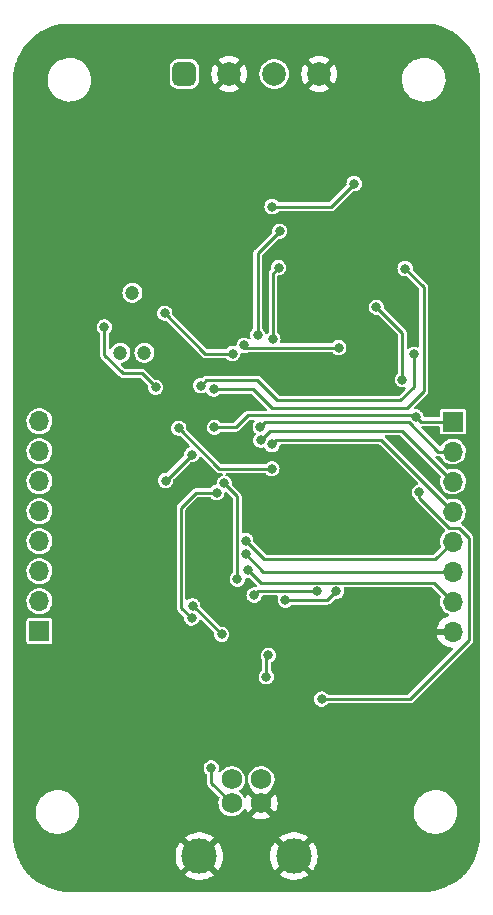
<source format=gbr>
%TF.GenerationSoftware,KiCad,Pcbnew,(6.0.10)*%
%TF.CreationDate,2023-02-16T14:40:38+00:00*%
%TF.ProjectId,Supplytest,53757070-6c79-4746-9573-742e6b696361,rev?*%
%TF.SameCoordinates,Original*%
%TF.FileFunction,Copper,L2,Bot*%
%TF.FilePolarity,Positive*%
%FSLAX46Y46*%
G04 Gerber Fmt 4.6, Leading zero omitted, Abs format (unit mm)*
G04 Created by KiCad (PCBNEW (6.0.10)) date 2023-02-16 14:40:38*
%MOMM*%
%LPD*%
G01*
G04 APERTURE LIST*
G04 Aperture macros list*
%AMRoundRect*
0 Rectangle with rounded corners*
0 $1 Rounding radius*
0 $2 $3 $4 $5 $6 $7 $8 $9 X,Y pos of 4 corners*
0 Add a 4 corners polygon primitive as box body*
4,1,4,$2,$3,$4,$5,$6,$7,$8,$9,$2,$3,0*
0 Add four circle primitives for the rounded corners*
1,1,$1+$1,$2,$3*
1,1,$1+$1,$4,$5*
1,1,$1+$1,$6,$7*
1,1,$1+$1,$8,$9*
0 Add four rect primitives between the rounded corners*
20,1,$1+$1,$2,$3,$4,$5,0*
20,1,$1+$1,$4,$5,$6,$7,0*
20,1,$1+$1,$6,$7,$8,$9,0*
20,1,$1+$1,$8,$9,$2,$3,0*%
G04 Aperture macros list end*
%TA.AperFunction,ComponentPad*%
%ADD10R,1.700000X1.700000*%
%TD*%
%TA.AperFunction,ComponentPad*%
%ADD11O,1.700000X1.700000*%
%TD*%
%TA.AperFunction,ComponentPad*%
%ADD12C,1.750000*%
%TD*%
%TA.AperFunction,ComponentPad*%
%ADD13C,3.000000*%
%TD*%
%TA.AperFunction,ComponentPad*%
%ADD14C,1.200000*%
%TD*%
%TA.AperFunction,ComponentPad*%
%ADD15RoundRect,0.500000X-0.500000X-0.500000X0.500000X-0.500000X0.500000X0.500000X-0.500000X0.500000X0*%
%TD*%
%TA.AperFunction,ComponentPad*%
%ADD16C,2.000000*%
%TD*%
%TA.AperFunction,ViaPad*%
%ADD17C,0.800000*%
%TD*%
%TA.AperFunction,Conductor*%
%ADD18C,0.250000*%
%TD*%
G04 APERTURE END LIST*
D10*
%TO.P,J2,1,Pin_1*%
%TO.N,+3V3*%
X224734286Y-90762500D03*
D11*
%TO.P,J2,2,Pin_2*%
%TO.N,PA5*%
X224734286Y-93302500D03*
%TO.P,J2,3,Pin_3*%
%TO.N,PA6*%
X224734286Y-95842500D03*
%TO.P,J2,4,Pin_4*%
%TO.N,PA7*%
X224734286Y-98382500D03*
%TO.P,J2,5,Pin_5*%
%TO.N,PD4*%
X224734286Y-100922500D03*
%TO.P,J2,6,Pin_6*%
%TO.N,PD5*%
X224734286Y-103462500D03*
%TO.P,J2,7,Pin_7*%
%TO.N,PD6*%
X224734286Y-106002500D03*
%TO.P,J2,8,Pin_8*%
%TO.N,GND*%
X224734286Y-108542500D03*
%TD*%
D10*
%TO.P,J1,1,Pin_1*%
%TO.N,Net-(J1-Pad1)*%
X189734286Y-108512500D03*
D11*
%TO.P,J1,2,Pin_2*%
%TO.N,Net-(J1-Pad2)*%
X189734286Y-105972500D03*
%TO.P,J1,3,Pin_3*%
%TO.N,Net-(J1-Pad3)*%
X189734286Y-103432500D03*
%TO.P,J1,4,Pin_4*%
%TO.N,Net-(J1-Pad4)*%
X189734286Y-100892500D03*
%TO.P,J1,5,Pin_5*%
%TO.N,Net-(J1-Pad5)*%
X189734286Y-98352500D03*
%TO.P,J1,6,Pin_6*%
%TO.N,Net-(J1-Pad6)*%
X189734286Y-95812500D03*
%TO.P,J1,7,Pin_7*%
%TO.N,Net-(J1-Pad7)*%
X189734286Y-93272500D03*
%TO.P,J1,8,Pin_8*%
%TO.N,Net-(J1-Pad8)*%
X189734286Y-90732500D03*
%TD*%
D12*
%TO.P,J3,1,VBUS*%
%TO.N,Net-(FB1-Pad2)*%
X208520000Y-121067500D03*
%TO.P,J3,2,D-*%
%TO.N,Net-(C6-Pad1)*%
X206020000Y-121067500D03*
%TO.P,J3,3,D+*%
%TO.N,Net-(C4-Pad1)*%
X206020000Y-123067500D03*
%TO.P,J3,4,GND*%
%TO.N,GND*%
X208520000Y-123067500D03*
D13*
%TO.P,J3,5,Shield*%
X203270000Y-127557500D03*
X211270000Y-127557500D03*
%TD*%
D14*
%TO.P,J5,*%
%TO.N,*%
X196594000Y-84942500D03*
X197610000Y-79862500D03*
X198626000Y-84942500D03*
%TD*%
D15*
%TO.P,J4,1,Pin_1*%
%TO.N,VDC*%
X201995000Y-61337500D03*
D16*
%TO.P,J4,2,Pin_2*%
%TO.N,GND*%
X205805000Y-61337500D03*
%TO.P,J4,3,Pin_3*%
%TO.N,VOUT*%
X209615000Y-61337500D03*
%TO.P,J4,4,Pin_4*%
%TO.N,GND*%
X213425000Y-61337500D03*
%TD*%
D17*
%TO.N,GND*%
X217839500Y-70949495D03*
X211112610Y-67532604D03*
X209222247Y-65642241D03*
X207326195Y-62738848D03*
X204915461Y-63250724D03*
X203315835Y-62910261D03*
X202940500Y-65354574D03*
X202940500Y-68027952D03*
X202940500Y-70701330D03*
X202940500Y-73374708D03*
X203815499Y-75529429D03*
X206321306Y-75697000D03*
X207484437Y-72645423D03*
X206264942Y-70643540D03*
X207847038Y-69005727D03*
X210393620Y-69247000D03*
X212614404Y-69263760D03*
X213039500Y-76229421D03*
X211637423Y-75053000D03*
X210318597Y-76525815D03*
X211839200Y-77699301D03*
X214980500Y-77604364D03*
X217003848Y-78351142D03*
X217370837Y-75709860D03*
X215180004Y-74970469D03*
X211270274Y-80619782D03*
X219602751Y-81037757D03*
X221289500Y-79769494D03*
X213380367Y-83412478D03*
X214719307Y-81383087D03*
X203947914Y-83812919D03*
X205591989Y-83035965D03*
X208260494Y-85478000D03*
X214304413Y-85485761D03*
X210150173Y-86889625D03*
X216569228Y-88007000D03*
X215300173Y-86889625D03*
X200076157Y-84925697D03*
X200263275Y-86816788D03*
X202123497Y-87886400D03*
X203702319Y-85991065D03*
X201660535Y-84270529D03*
X199574416Y-82565764D03*
X192811695Y-59435129D03*
X194609527Y-61095766D03*
X194066497Y-63483526D03*
X191728125Y-64206424D03*
X189933260Y-62543469D03*
X190472025Y-60155283D03*
X222811691Y-59435128D03*
X224609526Y-61095763D03*
X224066499Y-63483524D03*
X221728127Y-64206424D03*
X219933260Y-62543470D03*
X220472025Y-60155283D03*
X226424500Y-87889484D03*
X226424500Y-85331009D03*
X226424500Y-82772534D03*
X226424500Y-80214059D03*
X226424500Y-77655584D03*
X226424500Y-75097109D03*
X226424500Y-72538634D03*
X226424500Y-69980159D03*
X226424500Y-67421684D03*
X226424500Y-64863209D03*
X226424500Y-62304734D03*
X225914091Y-59832712D03*
X224095872Y-58091882D03*
X221603291Y-57665500D03*
X219044816Y-57665500D03*
X216486341Y-57665500D03*
X213927866Y-57665500D03*
X211369391Y-57665500D03*
X208810916Y-57665500D03*
X206252441Y-57665500D03*
X203693966Y-57665500D03*
X201135491Y-57665500D03*
X198577016Y-57665500D03*
X196018541Y-57665500D03*
X193460066Y-57665500D03*
X190927160Y-57892027D03*
X188903750Y-59389904D03*
X188120310Y-61781850D03*
X188115500Y-64339852D03*
X188115500Y-66898327D03*
X188115500Y-69456802D03*
X188115500Y-72015277D03*
X188115500Y-74573752D03*
X188115500Y-77132227D03*
X188115500Y-79690702D03*
X188115500Y-82249177D03*
X188115500Y-84807652D03*
X188115500Y-87366127D03*
X188115500Y-89924602D03*
X189833008Y-89038069D03*
X191878535Y-90197000D03*
X194437010Y-90197000D03*
X198292836Y-89492830D03*
X196563097Y-87647377D03*
X194785042Y-86035036D03*
X194259500Y-83685541D03*
X194830768Y-81562424D03*
X196172786Y-79707914D03*
X198002548Y-78468146D03*
X206496141Y-80232000D03*
X206513248Y-77828200D03*
X204099726Y-77638000D03*
X202959908Y-79412999D03*
X200443508Y-79232584D03*
X200124500Y-76775115D03*
X200295078Y-74255730D03*
X200999500Y-72176823D03*
X200999500Y-69618348D03*
X200999500Y-67059873D03*
X200999500Y-64501398D03*
X200227970Y-62291309D03*
X200568280Y-59861315D03*
X204523957Y-59667710D03*
X208328640Y-60013929D03*
X212084077Y-59733894D03*
X214464194Y-59501998D03*
X215513439Y-61654231D03*
X213873106Y-63397819D03*
X210585500Y-63436167D03*
X211811719Y-65486725D03*
X213620834Y-67295840D03*
X215685915Y-68487000D03*
X218206237Y-68589774D03*
X219781573Y-70499119D03*
X220355500Y-72841102D03*
X220354840Y-75302820D03*
X221465988Y-76821784D03*
X223036093Y-78775854D03*
X223230500Y-81261620D03*
X223230500Y-83820095D03*
X223230500Y-86378570D03*
X223613486Y-89104301D03*
X202995000Y-91430006D03*
X192523006Y-92302000D03*
X188122425Y-91274090D03*
X205294501Y-92267875D03*
X201421347Y-93276537D03*
X200279449Y-91360575D03*
X191833006Y-94842000D03*
X188122437Y-93814126D03*
X203935023Y-95115017D03*
X201561402Y-96479788D03*
X212649207Y-97096299D03*
X191763006Y-97382000D03*
X188122439Y-96354132D03*
X188122427Y-98894093D03*
X212688524Y-101437000D03*
X207971989Y-99853121D03*
X210460049Y-100276956D03*
X210541360Y-97650611D03*
X209030489Y-95955617D03*
X208010800Y-97850699D03*
X220296345Y-99275335D03*
X219747469Y-101437000D03*
X222547757Y-101437000D03*
X222664744Y-99347153D03*
X220766994Y-97309444D03*
X218233186Y-101364434D03*
X216462209Y-101364434D03*
X191311779Y-102781819D03*
X193373071Y-100741935D03*
X195449500Y-98665506D03*
X188122431Y-101434106D03*
X188122431Y-103974106D03*
X191373926Y-105486068D03*
X193147559Y-103726733D03*
X194949807Y-101924485D03*
X196752055Y-100122237D03*
X197469500Y-97870650D03*
X202700500Y-102435062D03*
X202882190Y-105119075D03*
X204797428Y-107042434D03*
X205197257Y-104404903D03*
X204684857Y-102001261D03*
X202920027Y-99895813D03*
X188122426Y-106514091D03*
X211286231Y-106905223D03*
X212569200Y-108194301D03*
X203921718Y-108911713D03*
X220635590Y-105368000D03*
X217215499Y-106372672D03*
X218777953Y-107879233D03*
X220641525Y-109101391D03*
X221373278Y-110634500D03*
X223719164Y-110217184D03*
X222852689Y-108000260D03*
X223062318Y-105703027D03*
X207360800Y-111813199D03*
X201954404Y-112273760D03*
X214980528Y-112195548D03*
X218006501Y-113287000D03*
X220688006Y-113287000D03*
X203543987Y-117012363D03*
X206472673Y-119403255D03*
X207549500Y-118021658D03*
X205584207Y-117011299D03*
X224418544Y-121660230D03*
X224566313Y-125895122D03*
X222120179Y-125982362D03*
X220825867Y-123905188D03*
X221971701Y-121741919D03*
X192418544Y-121660230D03*
X193715692Y-123734926D03*
X192566312Y-125895122D03*
X190120178Y-125982361D03*
X189971701Y-121741919D03*
X198165923Y-101453358D03*
X196356052Y-103263229D03*
X194546180Y-105073101D03*
X192736309Y-106882971D03*
X191429786Y-108901335D03*
X189820564Y-110208000D03*
X188115500Y-110394241D03*
X188115500Y-112953785D03*
X188115500Y-115513329D03*
X188115500Y-118072873D03*
X188115500Y-120632417D03*
X188115500Y-123191961D03*
X188118384Y-125751222D03*
X188842492Y-128163653D03*
X190827738Y-129714497D03*
X193356159Y-129974500D03*
X195915703Y-129974500D03*
X198475247Y-129974500D03*
X201253093Y-129207425D03*
X200770489Y-126799138D03*
X202503380Y-125063360D03*
X205867700Y-127789415D03*
X204528090Y-129843000D03*
X206501337Y-129974500D03*
X209235406Y-129188245D03*
X208779326Y-126774593D03*
X212930038Y-125554151D03*
X213865380Y-127815402D03*
X212505567Y-129856161D03*
X214527423Y-129974500D03*
X217086967Y-129974500D03*
X219646511Y-129974500D03*
X222205684Y-129970728D03*
X224617488Y-129245065D03*
X226166237Y-127258060D03*
X226424500Y-124729292D03*
X226424500Y-122169748D03*
X226424500Y-119610204D03*
X226424500Y-117050660D03*
X226424500Y-114491116D03*
X225615947Y-111324047D03*
X223737288Y-112982706D03*
X221927417Y-114792577D03*
X219539522Y-115228000D03*
X218332886Y-116862873D03*
X215999372Y-117293870D03*
X213777162Y-117979240D03*
X211488483Y-117440499D03*
X209490500Y-117654955D03*
X209898080Y-120037310D03*
X210388530Y-122392087D03*
X209687420Y-124666568D03*
X207310724Y-124632548D03*
X205025078Y-124472036D03*
X203908482Y-122328476D03*
X201916667Y-120936661D03*
X201524883Y-118579683D03*
X200562218Y-117188000D03*
X198809500Y-115917493D03*
X198552096Y-113486241D03*
X197362182Y-112079774D03*
X197379377Y-109679580D03*
X197339532Y-107251227D03*
X197121053Y-104808406D03*
X198473883Y-103079501D03*
X200651335Y-103942108D03*
X200759500Y-101666903D03*
X199818598Y-99955212D03*
%TO.N,+3V3*%
X202640000Y-93557500D03*
X200410000Y-95757500D03*
%TO.N,+5V*%
X213620000Y-114257500D03*
X221890000Y-96747500D03*
%TO.N,TXL*%
X214880000Y-105122000D03*
X210560000Y-105887500D03*
%TO.N,RXL*%
X207910000Y-105457500D03*
X213230000Y-105122000D03*
%TO.N,Net-(R2-Pad1)*%
X201530000Y-91337500D03*
X209410000Y-94767500D03*
%TO.N,+3V3*%
X221602299Y-90365201D03*
%TO.N,PD6*%
X207429118Y-103373028D03*
%TO.N,PD5*%
X207204500Y-102017500D03*
%TO.N,PD4*%
X207204500Y-100837500D03*
%TO.N,PA7*%
X209420000Y-92707500D03*
%TO.N,PA6*%
X208470000Y-92347500D03*
%TO.N,PA5*%
X208430000Y-91217500D03*
%TO.N,+3V3*%
X204550000Y-91247500D03*
%TO.N,UART_RX*%
X206480000Y-104117500D03*
X205381145Y-96002476D03*
%TO.N,UART_TX*%
X204750000Y-96777500D03*
X202610000Y-107397500D03*
%TO.N,PDI_DATA*%
X195230000Y-82747500D03*
X199570000Y-87857500D03*
%TO.N,+3V3*%
X200350000Y-81587500D03*
X206090000Y-85017500D03*
%TO.N,ADC_OUT*%
X220700000Y-77807500D03*
X204490000Y-88027500D03*
%TO.N,DAC_OUT*%
X221450000Y-85087500D03*
X203400000Y-87717500D03*
%TO.N,Net-(C3-Pad1)*%
X220470000Y-87207500D03*
X218270000Y-81077500D03*
%TO.N,VOUT*%
X208210000Y-83407500D03*
X210080000Y-74647500D03*
%TO.N,Net-(Q1-Pad1)*%
X209430000Y-72567500D03*
X216380000Y-70617500D03*
%TO.N,VDC*%
X209990000Y-77727500D03*
X209500000Y-83783000D03*
%TO.N,Net-(C3-Pad2)*%
X215080000Y-84507500D03*
X207060000Y-84317500D03*
%TO.N,Net-(C4-Pad1)*%
X204280000Y-120087500D03*
%TO.N,+5V*%
X209110000Y-110557500D03*
X208940000Y-112357500D03*
%TO.N,+3.3VP*%
X202710000Y-106357500D03*
X205160000Y-108777500D03*
%TD*%
D18*
%TO.N,+3V3*%
X202610000Y-93557500D02*
X202640000Y-93557500D01*
X200410000Y-95757500D02*
X202610000Y-93557500D01*
%TO.N,+5V*%
X221090000Y-114257500D02*
X213620000Y-114257500D01*
X226080000Y-109267500D02*
X221090000Y-114257500D01*
X226080000Y-100587500D02*
X226080000Y-109267500D01*
X221890000Y-97199915D02*
X224437585Y-99747500D01*
X224437585Y-99747500D02*
X225240000Y-99747500D01*
X221890000Y-96747500D02*
X221890000Y-97199915D01*
X225240000Y-99747500D02*
X225370000Y-99877500D01*
X225370000Y-99877500D02*
X226080000Y-100587500D01*
%TO.N,TXL*%
X210560000Y-105887500D02*
X214114500Y-105887500D01*
X214114500Y-105887500D02*
X214880000Y-105122000D01*
%TO.N,RXL*%
X208245500Y-105122000D02*
X207910000Y-105457500D01*
X213230000Y-105122000D02*
X208245500Y-105122000D01*
%TO.N,Net-(R2-Pad1)*%
X204960000Y-94767500D02*
X201530000Y-91337500D01*
X209410000Y-94767500D02*
X204960000Y-94767500D01*
%TO.N,PD6*%
X223129286Y-104397500D02*
X224734286Y-106002500D01*
X207429118Y-103373028D02*
X208453590Y-104397500D01*
X208453590Y-104397500D02*
X223129286Y-104397500D01*
%TO.N,PD5*%
X207204500Y-102017500D02*
X208649500Y-103462500D01*
X208649500Y-103462500D02*
X224734286Y-103462500D01*
%TO.N,PD4*%
X208774500Y-102407500D02*
X223249286Y-102407500D01*
X223249286Y-102407500D02*
X224734286Y-100922500D01*
X207204500Y-100837500D02*
X208774500Y-102407500D01*
%TO.N,PA7*%
X218679286Y-92327500D02*
X224734286Y-98382500D01*
X209420000Y-92707500D02*
X209800000Y-92327500D01*
X209800000Y-92327500D02*
X218679286Y-92327500D01*
%TO.N,PA6*%
X220439286Y-91547500D02*
X224734286Y-95842500D01*
X209270000Y-91547500D02*
X220439286Y-91547500D01*
X208470000Y-92347500D02*
X209270000Y-91547500D01*
%TO.N,PA5*%
X223515000Y-93302500D02*
X224734286Y-93302500D01*
X221050000Y-90837500D02*
X223515000Y-93302500D01*
X208810000Y-90837500D02*
X221050000Y-90837500D01*
X208430000Y-91217500D02*
X208810000Y-90837500D01*
%TO.N,+3V3*%
X222015000Y-90762500D02*
X224734286Y-90762500D01*
X221490000Y-90237500D02*
X222015000Y-90762500D01*
X207370000Y-90237500D02*
X221490000Y-90237500D01*
X206360000Y-91247500D02*
X207370000Y-90237500D01*
X204550000Y-91247500D02*
X206360000Y-91247500D01*
%TO.N,UART_RX*%
X206480000Y-97101331D02*
X206480000Y-104117500D01*
X205381145Y-96002476D02*
X206480000Y-97101331D01*
%TO.N,UART_TX*%
X201730000Y-106517500D02*
X202610000Y-107397500D01*
X203000000Y-96777500D02*
X201730000Y-98047500D01*
X201730000Y-98047500D02*
X201730000Y-106517500D01*
X204750000Y-96777500D02*
X203000000Y-96777500D01*
%TO.N,PDI_DATA*%
X195230000Y-85107500D02*
X195230000Y-82747500D01*
X196810000Y-86687500D02*
X195230000Y-85107500D01*
X198400000Y-86687500D02*
X196810000Y-86687500D01*
X199570000Y-87857500D02*
X198400000Y-86687500D01*
%TO.N,+3V3*%
X203780000Y-85017500D02*
X200350000Y-81587500D01*
X206090000Y-85017500D02*
X203780000Y-85017500D01*
%TO.N,ADC_OUT*%
X222260000Y-79367500D02*
X220700000Y-77807500D01*
X222260000Y-81357500D02*
X222260000Y-79367500D01*
X222260000Y-88217500D02*
X222260000Y-81357500D01*
X209460000Y-89637500D02*
X220840000Y-89637500D01*
X208680000Y-88857500D02*
X209460000Y-89637500D01*
X204490000Y-88027500D02*
X207850000Y-88027500D01*
X220840000Y-89637500D02*
X222260000Y-88217500D01*
X207850000Y-88027500D02*
X208680000Y-88857500D01*
%TO.N,DAC_OUT*%
X221450000Y-87827500D02*
X221450000Y-85087500D01*
X209890000Y-88977500D02*
X220300000Y-88977500D01*
X220300000Y-88977500D02*
X221450000Y-87827500D01*
X203870000Y-87247500D02*
X208160000Y-87247500D01*
X208160000Y-87247500D02*
X209890000Y-88977500D01*
X203400000Y-87717500D02*
X203870000Y-87247500D01*
%TO.N,Net-(C3-Pad1)*%
X218270000Y-81077500D02*
X220470000Y-83277500D01*
X220470000Y-83277500D02*
X220470000Y-87207500D01*
%TO.N,VOUT*%
X210080000Y-74647500D02*
X208210000Y-76517500D01*
X208210000Y-76517500D02*
X208210000Y-83407500D01*
%TO.N,Net-(Q1-Pad1)*%
X216380000Y-70617500D02*
X214430000Y-72567500D01*
X214430000Y-72567500D02*
X209430000Y-72567500D01*
%TO.N,VDC*%
X209500000Y-78217500D02*
X209990000Y-77727500D01*
X209500000Y-83783000D02*
X209500000Y-78217500D01*
%TO.N,Net-(C3-Pad2)*%
X215080000Y-84507500D02*
X207250000Y-84507500D01*
X207250000Y-84507500D02*
X207060000Y-84317500D01*
%TO.N,Net-(C4-Pad1)*%
X204280000Y-121327500D02*
X206020000Y-123067500D01*
X204280000Y-120087500D02*
X204280000Y-121327500D01*
%TO.N,+5V*%
X208940000Y-110727500D02*
X209110000Y-110557500D01*
X208940000Y-112357500D02*
X208940000Y-110727500D01*
%TO.N,+3.3VP*%
X202740000Y-106357500D02*
X202710000Y-106357500D01*
X205160000Y-108777500D02*
X202740000Y-106357500D01*
%TD*%
%TA.AperFunction,Conductor*%
%TO.N,GND*%
G36*
X222257665Y-57067889D02*
G01*
X222257829Y-57067889D01*
X222270000Y-57070310D01*
X222282172Y-57067889D01*
X222293758Y-57067889D01*
X222305005Y-57067029D01*
X222678885Y-57083352D01*
X222689836Y-57084310D01*
X223090161Y-57137015D01*
X223100985Y-57138924D01*
X223495183Y-57226315D01*
X223505800Y-57229160D01*
X223890892Y-57350578D01*
X223901205Y-57354331D01*
X224274271Y-57508861D01*
X224284216Y-57513499D01*
X224598346Y-57677024D01*
X224642367Y-57699940D01*
X224651887Y-57705436D01*
X224992424Y-57922383D01*
X225001428Y-57928687D01*
X225321775Y-58174497D01*
X225330195Y-58181563D01*
X225627883Y-58454344D01*
X225635656Y-58462117D01*
X225908437Y-58759805D01*
X225915503Y-58768225D01*
X226161313Y-59088572D01*
X226167617Y-59097576D01*
X226384564Y-59438113D01*
X226390060Y-59447633D01*
X226576497Y-59805775D01*
X226581139Y-59815729D01*
X226735666Y-60188787D01*
X226739422Y-60199108D01*
X226835041Y-60502375D01*
X226860840Y-60584199D01*
X226863685Y-60594817D01*
X226951076Y-60989015D01*
X226952985Y-60999839D01*
X227005690Y-61400164D01*
X227006648Y-61411115D01*
X227022971Y-61784995D01*
X227022111Y-61796242D01*
X227022111Y-61807828D01*
X227019690Y-61820000D01*
X227022111Y-61832171D01*
X227022111Y-61832335D01*
X227024500Y-61856592D01*
X227024500Y-125783408D01*
X227022111Y-125807665D01*
X227022111Y-125807829D01*
X227019690Y-125820000D01*
X227022111Y-125832172D01*
X227022111Y-125843758D01*
X227022971Y-125855005D01*
X227006648Y-126228885D01*
X227005690Y-126239836D01*
X226952985Y-126640161D01*
X226951076Y-126650985D01*
X226863685Y-127045183D01*
X226860840Y-127055801D01*
X226739425Y-127440884D01*
X226735669Y-127451205D01*
X226585407Y-127813970D01*
X226581143Y-127824263D01*
X226576501Y-127834216D01*
X226419900Y-128135044D01*
X226390060Y-128192367D01*
X226384564Y-128201887D01*
X226167617Y-128542424D01*
X226161313Y-128551428D01*
X225915503Y-128871775D01*
X225908439Y-128880192D01*
X225676051Y-129133800D01*
X225635656Y-129177883D01*
X225627887Y-129185652D01*
X225590939Y-129219509D01*
X225330195Y-129458437D01*
X225321778Y-129465500D01*
X225233218Y-129533455D01*
X225001428Y-129711313D01*
X224992424Y-129717617D01*
X224651887Y-129934564D01*
X224642368Y-129940059D01*
X224284216Y-130126501D01*
X224274271Y-130131139D01*
X223901205Y-130285669D01*
X223890892Y-130289422D01*
X223505801Y-130410840D01*
X223495183Y-130413685D01*
X223100985Y-130501076D01*
X223090161Y-130502985D01*
X222689836Y-130555690D01*
X222678885Y-130556648D01*
X222305005Y-130572971D01*
X222293758Y-130572111D01*
X222282172Y-130572111D01*
X222270000Y-130569690D01*
X222257829Y-130572111D01*
X222257665Y-130572111D01*
X222233408Y-130574500D01*
X192306592Y-130574500D01*
X192282335Y-130572111D01*
X192282171Y-130572111D01*
X192270000Y-130569690D01*
X192257828Y-130572111D01*
X192246242Y-130572111D01*
X192234995Y-130572971D01*
X191861115Y-130556648D01*
X191850164Y-130555690D01*
X191449839Y-130502985D01*
X191439015Y-130501076D01*
X191044817Y-130413685D01*
X191034199Y-130410840D01*
X190649108Y-130289422D01*
X190638795Y-130285669D01*
X190265729Y-130131139D01*
X190255784Y-130126501D01*
X189897632Y-129940059D01*
X189888113Y-129934564D01*
X189547576Y-129717617D01*
X189538572Y-129711313D01*
X189306782Y-129533455D01*
X189218222Y-129465500D01*
X189209805Y-129458437D01*
X188949061Y-129219509D01*
X188912113Y-129185652D01*
X188904344Y-129177883D01*
X188876186Y-129147154D01*
X202045618Y-129147154D01*
X202052673Y-129157127D01*
X202083679Y-129183051D01*
X202090598Y-129188079D01*
X202315272Y-129329015D01*
X202322807Y-129333056D01*
X202564520Y-129442194D01*
X202572551Y-129445180D01*
X202826832Y-129520502D01*
X202835184Y-129522369D01*
X203097340Y-129562484D01*
X203105874Y-129563200D01*
X203371045Y-129567367D01*
X203379596Y-129566918D01*
X203642883Y-129535057D01*
X203651284Y-129533455D01*
X203907824Y-129466153D01*
X203915926Y-129463426D01*
X204160949Y-129361934D01*
X204168617Y-129358128D01*
X204397598Y-129224322D01*
X204404679Y-129219509D01*
X204484655Y-129156801D01*
X204491545Y-129147154D01*
X210045618Y-129147154D01*
X210052673Y-129157127D01*
X210083679Y-129183051D01*
X210090598Y-129188079D01*
X210315272Y-129329015D01*
X210322807Y-129333056D01*
X210564520Y-129442194D01*
X210572551Y-129445180D01*
X210826832Y-129520502D01*
X210835184Y-129522369D01*
X211097340Y-129562484D01*
X211105874Y-129563200D01*
X211371045Y-129567367D01*
X211379596Y-129566918D01*
X211642883Y-129535057D01*
X211651284Y-129533455D01*
X211907824Y-129466153D01*
X211915926Y-129463426D01*
X212160949Y-129361934D01*
X212168617Y-129358128D01*
X212397598Y-129224322D01*
X212404679Y-129219509D01*
X212484655Y-129156801D01*
X212493125Y-129144942D01*
X212486608Y-129133318D01*
X211282812Y-127929522D01*
X211268868Y-127921908D01*
X211267035Y-127922039D01*
X211260420Y-127926290D01*
X210052910Y-129133800D01*
X210045618Y-129147154D01*
X204491545Y-129147154D01*
X204493125Y-129144942D01*
X204486608Y-129133318D01*
X203282812Y-127929522D01*
X203268868Y-127921908D01*
X203267035Y-127922039D01*
X203260420Y-127926290D01*
X202052910Y-129133800D01*
X202045618Y-129147154D01*
X188876186Y-129147154D01*
X188863950Y-129133800D01*
X188631561Y-128880192D01*
X188624497Y-128871775D01*
X188378687Y-128551428D01*
X188372383Y-128542424D01*
X188155436Y-128201887D01*
X188149940Y-128192367D01*
X188120100Y-128135044D01*
X187963499Y-127834216D01*
X187958857Y-127824263D01*
X187954594Y-127813970D01*
X187841403Y-127540704D01*
X201257665Y-127540704D01*
X201272932Y-127805469D01*
X201274005Y-127813970D01*
X201325065Y-128074222D01*
X201327276Y-128082474D01*
X201413184Y-128333394D01*
X201416499Y-128341279D01*
X201535664Y-128578213D01*
X201540020Y-128585579D01*
X201669347Y-128773750D01*
X201679601Y-128782094D01*
X201693342Y-128774948D01*
X202897978Y-127570312D01*
X202904356Y-127558632D01*
X203634408Y-127558632D01*
X203634539Y-127560465D01*
X203638790Y-127567080D01*
X204845730Y-128774020D01*
X204857939Y-128780687D01*
X204869439Y-128771997D01*
X204966831Y-128639413D01*
X204971418Y-128632185D01*
X205097962Y-128399121D01*
X205101530Y-128391327D01*
X205195271Y-128143250D01*
X205197748Y-128135044D01*
X205256954Y-127876538D01*
X205258294Y-127868077D01*
X205282031Y-127602116D01*
X205282277Y-127597177D01*
X205282666Y-127559985D01*
X205282523Y-127555019D01*
X205281547Y-127540704D01*
X209257665Y-127540704D01*
X209272932Y-127805469D01*
X209274005Y-127813970D01*
X209325065Y-128074222D01*
X209327276Y-128082474D01*
X209413184Y-128333394D01*
X209416499Y-128341279D01*
X209535664Y-128578213D01*
X209540020Y-128585579D01*
X209669347Y-128773750D01*
X209679601Y-128782094D01*
X209693342Y-128774948D01*
X210897978Y-127570312D01*
X210904356Y-127558632D01*
X211634408Y-127558632D01*
X211634539Y-127560465D01*
X211638790Y-127567080D01*
X212845730Y-128774020D01*
X212857939Y-128780687D01*
X212869439Y-128771997D01*
X212966831Y-128639413D01*
X212971418Y-128632185D01*
X213097962Y-128399121D01*
X213101530Y-128391327D01*
X213195271Y-128143250D01*
X213197748Y-128135044D01*
X213256954Y-127876538D01*
X213258294Y-127868077D01*
X213282031Y-127602116D01*
X213282277Y-127597177D01*
X213282666Y-127559985D01*
X213282523Y-127555019D01*
X213264362Y-127288623D01*
X213263201Y-127280149D01*
X213209419Y-127020444D01*
X213207120Y-127012209D01*
X213118588Y-126762205D01*
X213115191Y-126754354D01*
X212993550Y-126518678D01*
X212989122Y-126511366D01*
X212870031Y-126341917D01*
X212859509Y-126333537D01*
X212846121Y-126340589D01*
X211642022Y-127544688D01*
X211634408Y-127558632D01*
X210904356Y-127558632D01*
X210905592Y-127556368D01*
X210905461Y-127554535D01*
X210901210Y-127547920D01*
X209693814Y-126340524D01*
X209681804Y-126333966D01*
X209670064Y-126342934D01*
X209561935Y-126493411D01*
X209557418Y-126500696D01*
X209433325Y-126735067D01*
X209429839Y-126742895D01*
X209338700Y-126991946D01*
X209336311Y-127000170D01*
X209279812Y-127259295D01*
X209278563Y-127267750D01*
X209257754Y-127532153D01*
X209257665Y-127540704D01*
X205281547Y-127540704D01*
X205264362Y-127288623D01*
X205263201Y-127280149D01*
X205209419Y-127020444D01*
X205207120Y-127012209D01*
X205118588Y-126762205D01*
X205115191Y-126754354D01*
X204993550Y-126518678D01*
X204989122Y-126511366D01*
X204870031Y-126341917D01*
X204859509Y-126333537D01*
X204846121Y-126340589D01*
X203642022Y-127544688D01*
X203634408Y-127558632D01*
X202904356Y-127558632D01*
X202905592Y-127556368D01*
X202905461Y-127554535D01*
X202901210Y-127547920D01*
X201693814Y-126340524D01*
X201681804Y-126333966D01*
X201670064Y-126342934D01*
X201561935Y-126493411D01*
X201557418Y-126500696D01*
X201433325Y-126735067D01*
X201429839Y-126742895D01*
X201338700Y-126991946D01*
X201336311Y-127000170D01*
X201279812Y-127259295D01*
X201278563Y-127267750D01*
X201257754Y-127532153D01*
X201257665Y-127540704D01*
X187841403Y-127540704D01*
X187804331Y-127451205D01*
X187800575Y-127440884D01*
X187679160Y-127055801D01*
X187676315Y-127045183D01*
X187588924Y-126650985D01*
X187587015Y-126640161D01*
X187534310Y-126239836D01*
X187533352Y-126228885D01*
X187522049Y-125970000D01*
X202046584Y-125970000D01*
X202052980Y-125981270D01*
X203257188Y-127185478D01*
X203271132Y-127193092D01*
X203272965Y-127192961D01*
X203279580Y-127188710D01*
X204486604Y-125981686D01*
X204492985Y-125970000D01*
X210046584Y-125970000D01*
X210052980Y-125981270D01*
X211257188Y-127185478D01*
X211271132Y-127193092D01*
X211272965Y-127192961D01*
X211279580Y-127188710D01*
X212486604Y-125981686D01*
X212493795Y-125968517D01*
X212486473Y-125958280D01*
X212439233Y-125919615D01*
X212432261Y-125914660D01*
X212206122Y-125776082D01*
X212198552Y-125772124D01*
X211955704Y-125665522D01*
X211947644Y-125662620D01*
X211692592Y-125589967D01*
X211684214Y-125588185D01*
X211421656Y-125550818D01*
X211413111Y-125550191D01*
X211147908Y-125548802D01*
X211139374Y-125549339D01*
X210876433Y-125583956D01*
X210868035Y-125585649D01*
X210612238Y-125655627D01*
X210604143Y-125658446D01*
X210360199Y-125762497D01*
X210352577Y-125766381D01*
X210125013Y-125902575D01*
X210117981Y-125907462D01*
X210055053Y-125957877D01*
X210046584Y-125970000D01*
X204492985Y-125970000D01*
X204493795Y-125968517D01*
X204486473Y-125958280D01*
X204439233Y-125919615D01*
X204432261Y-125914660D01*
X204206122Y-125776082D01*
X204198552Y-125772124D01*
X203955704Y-125665522D01*
X203947644Y-125662620D01*
X203692592Y-125589967D01*
X203684214Y-125588185D01*
X203421656Y-125550818D01*
X203413111Y-125550191D01*
X203147908Y-125548802D01*
X203139374Y-125549339D01*
X202876433Y-125583956D01*
X202868035Y-125585649D01*
X202612238Y-125655627D01*
X202604143Y-125658446D01*
X202360199Y-125762497D01*
X202352577Y-125766381D01*
X202125013Y-125902575D01*
X202117981Y-125907462D01*
X202055053Y-125957877D01*
X202046584Y-125970000D01*
X187522049Y-125970000D01*
X187517029Y-125855005D01*
X187517889Y-125843758D01*
X187517889Y-125832172D01*
X187520310Y-125820000D01*
X187517889Y-125807829D01*
X187517889Y-125807665D01*
X187515500Y-125783408D01*
X187515500Y-123761883D01*
X189420699Y-123761883D01*
X189421682Y-123786907D01*
X189430960Y-124023032D01*
X189443682Y-124092690D01*
X189462421Y-124195295D01*
X189477914Y-124280130D01*
X189560625Y-124528046D01*
X189677443Y-124761836D01*
X189826037Y-124976833D01*
X189829059Y-124980102D01*
X189999951Y-125164972D01*
X190003441Y-125168748D01*
X190006895Y-125171560D01*
X190202660Y-125330938D01*
X190202664Y-125330941D01*
X190206117Y-125333752D01*
X190430020Y-125468553D01*
X190434115Y-125470287D01*
X190434117Y-125470288D01*
X190666582Y-125568724D01*
X190666589Y-125568726D01*
X190670683Y-125570460D01*
X190923304Y-125637442D01*
X190927728Y-125637966D01*
X190927730Y-125637966D01*
X191031445Y-125650241D01*
X191182843Y-125668160D01*
X191444121Y-125662003D01*
X191588532Y-125637966D01*
X191697534Y-125619823D01*
X191697538Y-125619822D01*
X191701924Y-125619092D01*
X191706165Y-125617751D01*
X191706168Y-125617750D01*
X191946863Y-125541628D01*
X191946865Y-125541627D01*
X191951109Y-125540285D01*
X191955120Y-125538359D01*
X191955125Y-125538357D01*
X192182686Y-125429084D01*
X192182687Y-125429083D01*
X192186705Y-125427154D01*
X192326491Y-125333752D01*
X192400301Y-125284434D01*
X192400305Y-125284431D01*
X192404009Y-125281956D01*
X192407326Y-125278985D01*
X192407330Y-125278982D01*
X192595371Y-125110558D01*
X192598687Y-125107588D01*
X192766855Y-124907529D01*
X192905156Y-124685770D01*
X193010831Y-124446738D01*
X193077420Y-124210630D01*
X207741700Y-124210630D01*
X207746981Y-124217684D01*
X207915919Y-124316404D01*
X207925202Y-124320851D01*
X208128002Y-124398293D01*
X208137900Y-124401169D01*
X208350625Y-124444448D01*
X208360853Y-124445667D01*
X208577788Y-124453622D01*
X208588074Y-124453155D01*
X208803400Y-124425572D01*
X208813477Y-124423430D01*
X209021401Y-124361049D01*
X209030999Y-124357288D01*
X209225947Y-124261784D01*
X209234785Y-124256515D01*
X209287172Y-124219148D01*
X209295572Y-124208448D01*
X209288585Y-124195295D01*
X208532812Y-123439522D01*
X208518868Y-123431908D01*
X208517035Y-123432039D01*
X208510420Y-123436290D01*
X207748460Y-124198250D01*
X207741700Y-124210630D01*
X193077420Y-124210630D01*
X193081772Y-124195200D01*
X193095541Y-124092690D01*
X193116136Y-123939358D01*
X193116137Y-123939350D01*
X193116563Y-123936176D01*
X193119690Y-123836678D01*
X193120113Y-123823222D01*
X193120113Y-123823217D01*
X193120214Y-123820000D01*
X193101756Y-123559303D01*
X193046749Y-123303807D01*
X193026580Y-123249135D01*
X192957832Y-123062787D01*
X192956291Y-123058610D01*
X192832187Y-122828606D01*
X192676914Y-122618382D01*
X192493568Y-122432134D01*
X192490029Y-122429433D01*
X192490022Y-122429427D01*
X192289355Y-122276283D01*
X192289351Y-122276280D01*
X192285810Y-122273578D01*
X192057783Y-122145876D01*
X192053630Y-122144269D01*
X192053625Y-122144267D01*
X191818193Y-122053185D01*
X191818187Y-122053183D01*
X191814038Y-122051578D01*
X191809706Y-122050574D01*
X191809703Y-122050573D01*
X191705156Y-122026341D01*
X191559437Y-121992565D01*
X191299062Y-121970014D01*
X191294627Y-121970258D01*
X191294623Y-121970258D01*
X191042550Y-121984130D01*
X191042543Y-121984131D01*
X191038107Y-121984375D01*
X190781778Y-122035362D01*
X190535191Y-122121958D01*
X190531240Y-122124011D01*
X190531234Y-122124013D01*
X190417347Y-122183173D01*
X190303266Y-122242433D01*
X190299651Y-122245016D01*
X190299645Y-122245020D01*
X190195910Y-122319151D01*
X190090629Y-122394386D01*
X190087409Y-122397458D01*
X189960866Y-122518174D01*
X189901524Y-122574783D01*
X189898768Y-122578278D01*
X189898767Y-122578280D01*
X189803828Y-122698710D01*
X189739724Y-122780025D01*
X189680625Y-122881771D01*
X189610691Y-123002171D01*
X189610688Y-123002177D01*
X189608457Y-123006018D01*
X189606787Y-123010141D01*
X189595486Y-123038043D01*
X189510342Y-123248252D01*
X189447337Y-123501894D01*
X189446883Y-123506327D01*
X189428227Y-123688414D01*
X189420699Y-123761883D01*
X187515500Y-123761883D01*
X187515500Y-120080691D01*
X203629795Y-120080691D01*
X203646939Y-120235983D01*
X203700631Y-120382703D01*
X203787771Y-120512381D01*
X203793383Y-120517488D01*
X203793386Y-120517491D01*
X203868300Y-120585657D01*
X203905222Y-120646297D01*
X203909500Y-120678850D01*
X203909500Y-121274536D01*
X203907109Y-121297005D01*
X203906985Y-121299627D01*
X203904794Y-121309806D01*
X203906018Y-121320145D01*
X203908627Y-121342192D01*
X203908964Y-121347909D01*
X203909072Y-121347900D01*
X203909500Y-121353081D01*
X203909500Y-121358278D01*
X203910352Y-121363398D01*
X203910353Y-121363406D01*
X203912581Y-121376787D01*
X203913418Y-121382669D01*
X203919291Y-121432295D01*
X203923162Y-121440356D01*
X203924629Y-121449171D01*
X203948362Y-121493156D01*
X203951043Y-121498419D01*
X203969251Y-121536338D01*
X203969255Y-121536344D01*
X203972684Y-121543485D01*
X203976189Y-121547655D01*
X203978114Y-121549580D01*
X203979796Y-121551414D01*
X203979907Y-121551619D01*
X203979815Y-121551703D01*
X203980169Y-121552105D01*
X203983200Y-121557722D01*
X203990848Y-121564792D01*
X203990849Y-121564793D01*
X204021808Y-121593411D01*
X204025374Y-121596840D01*
X204946708Y-122518174D01*
X204980734Y-122580486D01*
X204977946Y-122644633D01*
X204927498Y-122807107D01*
X204919291Y-122833537D01*
X204895086Y-123038043D01*
X204908554Y-123243536D01*
X204959246Y-123443133D01*
X204961663Y-123448375D01*
X204961663Y-123448376D01*
X205023723Y-123582995D01*
X205045462Y-123630150D01*
X205048795Y-123634866D01*
X205141708Y-123766335D01*
X205164315Y-123798324D01*
X205311826Y-123942022D01*
X205483053Y-124056433D01*
X205488356Y-124058711D01*
X205488359Y-124058713D01*
X205666956Y-124135444D01*
X205672263Y-124137724D01*
X205746385Y-124154496D01*
X205867482Y-124181898D01*
X205867488Y-124181899D01*
X205873119Y-124183173D01*
X205878890Y-124183400D01*
X205878892Y-124183400D01*
X205941224Y-124185849D01*
X206078894Y-124191258D01*
X206180795Y-124176483D01*
X206276982Y-124162537D01*
X206276987Y-124162536D01*
X206282696Y-124161708D01*
X206288160Y-124159853D01*
X206288165Y-124159852D01*
X206472229Y-124097371D01*
X206472234Y-124097369D01*
X206477701Y-124095513D01*
X206553215Y-124053223D01*
X206652339Y-123997711D01*
X206652343Y-123997708D01*
X206657377Y-123994889D01*
X206815707Y-123863207D01*
X206947389Y-123704877D01*
X206950210Y-123699840D01*
X206950214Y-123699834D01*
X207015647Y-123582995D01*
X207066384Y-123533333D01*
X207135915Y-123518986D01*
X207202166Y-123544507D01*
X207242324Y-123597157D01*
X207279379Y-123688414D01*
X207284022Y-123697605D01*
X207368279Y-123835101D01*
X207378735Y-123844561D01*
X207387513Y-123840777D01*
X208147978Y-123080312D01*
X208154356Y-123068632D01*
X208884408Y-123068632D01*
X208884539Y-123070465D01*
X208888790Y-123077080D01*
X209648388Y-123836678D01*
X209660398Y-123843236D01*
X209672138Y-123834268D01*
X209706507Y-123786440D01*
X209711816Y-123777603D01*
X209719585Y-123761883D01*
X221420699Y-123761883D01*
X221421682Y-123786907D01*
X221430960Y-124023032D01*
X221443682Y-124092690D01*
X221462421Y-124195295D01*
X221477914Y-124280130D01*
X221560625Y-124528046D01*
X221677443Y-124761836D01*
X221826037Y-124976833D01*
X221829059Y-124980102D01*
X221999951Y-125164972D01*
X222003441Y-125168748D01*
X222006895Y-125171560D01*
X222202660Y-125330938D01*
X222202664Y-125330941D01*
X222206117Y-125333752D01*
X222430020Y-125468553D01*
X222434115Y-125470287D01*
X222434117Y-125470288D01*
X222666582Y-125568724D01*
X222666589Y-125568726D01*
X222670683Y-125570460D01*
X222923304Y-125637442D01*
X222927728Y-125637966D01*
X222927730Y-125637966D01*
X223031445Y-125650241D01*
X223182843Y-125668160D01*
X223444121Y-125662003D01*
X223588532Y-125637966D01*
X223697534Y-125619823D01*
X223697538Y-125619822D01*
X223701924Y-125619092D01*
X223706165Y-125617751D01*
X223706168Y-125617750D01*
X223946863Y-125541628D01*
X223946865Y-125541627D01*
X223951109Y-125540285D01*
X223955120Y-125538359D01*
X223955125Y-125538357D01*
X224182686Y-125429084D01*
X224182687Y-125429083D01*
X224186705Y-125427154D01*
X224326491Y-125333752D01*
X224400301Y-125284434D01*
X224400305Y-125284431D01*
X224404009Y-125281956D01*
X224407326Y-125278985D01*
X224407330Y-125278982D01*
X224595371Y-125110558D01*
X224598687Y-125107588D01*
X224766855Y-124907529D01*
X224905156Y-124685770D01*
X225010831Y-124446738D01*
X225081772Y-124195200D01*
X225095541Y-124092690D01*
X225116136Y-123939358D01*
X225116137Y-123939350D01*
X225116563Y-123936176D01*
X225119690Y-123836678D01*
X225120113Y-123823222D01*
X225120113Y-123823217D01*
X225120214Y-123820000D01*
X225101756Y-123559303D01*
X225046749Y-123303807D01*
X225026580Y-123249135D01*
X224957832Y-123062787D01*
X224956291Y-123058610D01*
X224832187Y-122828606D01*
X224676914Y-122618382D01*
X224493568Y-122432134D01*
X224490029Y-122429433D01*
X224490022Y-122429427D01*
X224289355Y-122276283D01*
X224289351Y-122276280D01*
X224285810Y-122273578D01*
X224057783Y-122145876D01*
X224053630Y-122144269D01*
X224053625Y-122144267D01*
X223818193Y-122053185D01*
X223818187Y-122053183D01*
X223814038Y-122051578D01*
X223809706Y-122050574D01*
X223809703Y-122050573D01*
X223705156Y-122026341D01*
X223559437Y-121992565D01*
X223299062Y-121970014D01*
X223294627Y-121970258D01*
X223294623Y-121970258D01*
X223042550Y-121984130D01*
X223042543Y-121984131D01*
X223038107Y-121984375D01*
X222781778Y-122035362D01*
X222535191Y-122121958D01*
X222531240Y-122124011D01*
X222531234Y-122124013D01*
X222417347Y-122183173D01*
X222303266Y-122242433D01*
X222299651Y-122245016D01*
X222299645Y-122245020D01*
X222195910Y-122319151D01*
X222090629Y-122394386D01*
X222087409Y-122397458D01*
X221960866Y-122518174D01*
X221901524Y-122574783D01*
X221898768Y-122578278D01*
X221898767Y-122578280D01*
X221803828Y-122698710D01*
X221739724Y-122780025D01*
X221680625Y-122881771D01*
X221610691Y-123002171D01*
X221610688Y-123002177D01*
X221608457Y-123006018D01*
X221606787Y-123010141D01*
X221595486Y-123038043D01*
X221510342Y-123248252D01*
X221447337Y-123501894D01*
X221446883Y-123506327D01*
X221428227Y-123688414D01*
X221420699Y-123761883D01*
X209719585Y-123761883D01*
X209807994Y-123583003D01*
X209811792Y-123573410D01*
X209874897Y-123365708D01*
X209877074Y-123355638D01*
X209905646Y-123138613D01*
X209906165Y-123131938D01*
X209907658Y-123070864D01*
X209907464Y-123064146D01*
X209889530Y-122846007D01*
X209887845Y-122835827D01*
X209834962Y-122625291D01*
X209831642Y-122615540D01*
X209745080Y-122416459D01*
X209740213Y-122407384D01*
X209671144Y-122300618D01*
X209660458Y-122291415D01*
X209650891Y-122295819D01*
X208892022Y-123054688D01*
X208884408Y-123068632D01*
X208154356Y-123068632D01*
X208155592Y-123066368D01*
X208155461Y-123064535D01*
X208151210Y-123057920D01*
X207391858Y-122298568D01*
X207380322Y-122292268D01*
X207368039Y-122301891D01*
X207316279Y-122377768D01*
X207311191Y-122386724D01*
X207239009Y-122542229D01*
X207192185Y-122595596D01*
X207123942Y-122615177D01*
X207055946Y-122594754D01*
X207011715Y-122544907D01*
X207010395Y-122542229D01*
X206990741Y-122502375D01*
X206982031Y-122484712D01*
X206982028Y-122484708D01*
X206979476Y-122479532D01*
X206973487Y-122471511D01*
X206859714Y-122319151D01*
X206859713Y-122319150D01*
X206856261Y-122314527D01*
X206705039Y-122174739D01*
X206700157Y-122171658D01*
X206695570Y-122168139D01*
X206696569Y-122166837D01*
X206654707Y-122119332D01*
X206644017Y-122049145D01*
X206672970Y-121984320D01*
X206688311Y-121969161D01*
X206725299Y-121938399D01*
X206815707Y-121863207D01*
X206947389Y-121704877D01*
X206950208Y-121699843D01*
X206950211Y-121699839D01*
X207045190Y-121530242D01*
X207045190Y-121530241D01*
X207048013Y-121525201D01*
X207049869Y-121519734D01*
X207049871Y-121519729D01*
X207112352Y-121335665D01*
X207112353Y-121335660D01*
X207114208Y-121330196D01*
X207115036Y-121324487D01*
X207115037Y-121324482D01*
X207132885Y-121201386D01*
X207143758Y-121126394D01*
X207145216Y-121070708D01*
X207146416Y-121066985D01*
X207144001Y-121053366D01*
X207143605Y-121049056D01*
X207394165Y-121049056D01*
X207396903Y-121065766D01*
X207408554Y-121243536D01*
X207409976Y-121249135D01*
X207457808Y-121437469D01*
X207459246Y-121443133D01*
X207545462Y-121630150D01*
X207548795Y-121634866D01*
X207598274Y-121704877D01*
X207664315Y-121798324D01*
X207703952Y-121836936D01*
X207738788Y-121898794D01*
X207740530Y-121920885D01*
X207750109Y-121938399D01*
X208507188Y-122695478D01*
X208521132Y-122703092D01*
X208522965Y-122702961D01*
X208529580Y-122698710D01*
X209291190Y-121937100D01*
X209305572Y-121910762D01*
X209314903Y-121867868D01*
X209328612Y-121847691D01*
X209447389Y-121704877D01*
X209450208Y-121699843D01*
X209450211Y-121699839D01*
X209545190Y-121530242D01*
X209545190Y-121530241D01*
X209548013Y-121525201D01*
X209549869Y-121519734D01*
X209549871Y-121519729D01*
X209612352Y-121335665D01*
X209612353Y-121335660D01*
X209614208Y-121330196D01*
X209615036Y-121324487D01*
X209615037Y-121324482D01*
X209632885Y-121201386D01*
X209643758Y-121126394D01*
X209645300Y-121067500D01*
X209626457Y-120862430D01*
X209574682Y-120678850D01*
X209572126Y-120669788D01*
X209572125Y-120669786D01*
X209570558Y-120664229D01*
X209559786Y-120642384D01*
X209482031Y-120484713D01*
X209479476Y-120479532D01*
X209426038Y-120407969D01*
X209359714Y-120319151D01*
X209359713Y-120319150D01*
X209356261Y-120314527D01*
X209205039Y-120174739D01*
X209200156Y-120171658D01*
X209035756Y-120067929D01*
X209030876Y-120064850D01*
X208839602Y-119988540D01*
X208833945Y-119987415D01*
X208833939Y-119987413D01*
X208643294Y-119949492D01*
X208643290Y-119949492D01*
X208637626Y-119948365D01*
X208631851Y-119948289D01*
X208631847Y-119948289D01*
X208528659Y-119946938D01*
X208431710Y-119945669D01*
X208426013Y-119946648D01*
X208426012Y-119946648D01*
X208234448Y-119979565D01*
X208228751Y-119980544D01*
X208035546Y-120051821D01*
X207858565Y-120157113D01*
X207854225Y-120160919D01*
X207854221Y-120160922D01*
X207777239Y-120228434D01*
X207703736Y-120292895D01*
X207576244Y-120454618D01*
X207480358Y-120636866D01*
X207419291Y-120833537D01*
X207395086Y-121038043D01*
X207395464Y-121043807D01*
X207395429Y-121045134D01*
X207394165Y-121049056D01*
X207143605Y-121049056D01*
X207126986Y-120868184D01*
X207126985Y-120868181D01*
X207126457Y-120862430D01*
X207074682Y-120678850D01*
X207072126Y-120669788D01*
X207072125Y-120669786D01*
X207070558Y-120664229D01*
X207059786Y-120642384D01*
X206982031Y-120484713D01*
X206979476Y-120479532D01*
X206926038Y-120407969D01*
X206859714Y-120319151D01*
X206859713Y-120319150D01*
X206856261Y-120314527D01*
X206705039Y-120174739D01*
X206700156Y-120171658D01*
X206535756Y-120067929D01*
X206530876Y-120064850D01*
X206339602Y-119988540D01*
X206333945Y-119987415D01*
X206333939Y-119987413D01*
X206143294Y-119949492D01*
X206143290Y-119949492D01*
X206137626Y-119948365D01*
X206131851Y-119948289D01*
X206131847Y-119948289D01*
X206028659Y-119946938D01*
X205931710Y-119945669D01*
X205926013Y-119946648D01*
X205926012Y-119946648D01*
X205734448Y-119979565D01*
X205728751Y-119980544D01*
X205535546Y-120051821D01*
X205358565Y-120157113D01*
X205354225Y-120160919D01*
X205354221Y-120160922D01*
X205277239Y-120228434D01*
X205203736Y-120292895D01*
X205200161Y-120297430D01*
X205200160Y-120297431D01*
X205113019Y-120407969D01*
X205055138Y-120449082D01*
X204984218Y-120452376D01*
X204922775Y-120416804D01*
X204890318Y-120353661D01*
X204897162Y-120282967D01*
X204905251Y-120262845D01*
X204905251Y-120262844D01*
X204908085Y-120255795D01*
X204930098Y-120101118D01*
X204930241Y-120087500D01*
X204913540Y-119949492D01*
X204912384Y-119939939D01*
X204912384Y-119939938D01*
X204911471Y-119932396D01*
X204856246Y-119786246D01*
X204851947Y-119779991D01*
X204851945Y-119779987D01*
X204772055Y-119663747D01*
X204772054Y-119663745D01*
X204767753Y-119657488D01*
X204756444Y-119647412D01*
X204656773Y-119558608D01*
X204656770Y-119558606D01*
X204651101Y-119553555D01*
X204644387Y-119550000D01*
X204519741Y-119484003D01*
X204519738Y-119484002D01*
X204513026Y-119480448D01*
X204361497Y-119442386D01*
X204353899Y-119442346D01*
X204353897Y-119442346D01*
X204288319Y-119442003D01*
X204205263Y-119441568D01*
X204197883Y-119443340D01*
X204197881Y-119443340D01*
X204124165Y-119461038D01*
X204053344Y-119478041D01*
X203914510Y-119549698D01*
X203796777Y-119652404D01*
X203706940Y-119780228D01*
X203650188Y-119925792D01*
X203647571Y-119945669D01*
X203631881Y-120064850D01*
X203629795Y-120080691D01*
X187515500Y-120080691D01*
X187515500Y-112350691D01*
X208289795Y-112350691D01*
X208306939Y-112505983D01*
X208360631Y-112652703D01*
X208447771Y-112782381D01*
X208453383Y-112787488D01*
X208453386Y-112787491D01*
X208557707Y-112882416D01*
X208557711Y-112882419D01*
X208563328Y-112887530D01*
X208570005Y-112891155D01*
X208570006Y-112891156D01*
X208693953Y-112958454D01*
X208693955Y-112958455D01*
X208700630Y-112962079D01*
X208707979Y-112964007D01*
X208844402Y-112999797D01*
X208844404Y-112999797D01*
X208851752Y-113001725D01*
X208934424Y-113003024D01*
X209000372Y-113004060D01*
X209000375Y-113004060D01*
X209007969Y-113004179D01*
X209061560Y-112991905D01*
X209152858Y-112970995D01*
X209152862Y-112970994D01*
X209160261Y-112969299D01*
X209299838Y-112899100D01*
X209327060Y-112875850D01*
X209412867Y-112802565D01*
X209412869Y-112802562D01*
X209418641Y-112797633D01*
X209509811Y-112670756D01*
X209517069Y-112652703D01*
X209565251Y-112532845D01*
X209565251Y-112532844D01*
X209568085Y-112525795D01*
X209590098Y-112371118D01*
X209590241Y-112357500D01*
X209571471Y-112202396D01*
X209516246Y-112056246D01*
X209511947Y-112049991D01*
X209511945Y-112049987D01*
X209432055Y-111933747D01*
X209432054Y-111933745D01*
X209427753Y-111927488D01*
X209422047Y-111922404D01*
X209352681Y-111860601D01*
X209315125Y-111800351D01*
X209310500Y-111766525D01*
X209310500Y-111256906D01*
X209330502Y-111188785D01*
X209379886Y-111144341D01*
X209420911Y-111123708D01*
X209469838Y-111099100D01*
X209497060Y-111075850D01*
X209582867Y-111002565D01*
X209582869Y-111002562D01*
X209588641Y-110997633D01*
X209679811Y-110870756D01*
X209687069Y-110852703D01*
X209735251Y-110732845D01*
X209735251Y-110732844D01*
X209738085Y-110725795D01*
X209760098Y-110571118D01*
X209760241Y-110557500D01*
X209741471Y-110402396D01*
X209686246Y-110256246D01*
X209681947Y-110249991D01*
X209681945Y-110249987D01*
X209602055Y-110133747D01*
X209602054Y-110133745D01*
X209597753Y-110127488D01*
X209506221Y-110045936D01*
X209486773Y-110028608D01*
X209486770Y-110028606D01*
X209481101Y-110023555D01*
X209474387Y-110020000D01*
X209349741Y-109954003D01*
X209349738Y-109954002D01*
X209343026Y-109950448D01*
X209191497Y-109912386D01*
X209183899Y-109912346D01*
X209183897Y-109912346D01*
X209118319Y-109912003D01*
X209035263Y-109911568D01*
X209027883Y-109913340D01*
X209027881Y-109913340D01*
X208954165Y-109931038D01*
X208883344Y-109948041D01*
X208744510Y-110019698D01*
X208626777Y-110122404D01*
X208536940Y-110250228D01*
X208480188Y-110395792D01*
X208459795Y-110550691D01*
X208476939Y-110705983D01*
X208530631Y-110852703D01*
X208548082Y-110878672D01*
X208569500Y-110948947D01*
X208569500Y-111766780D01*
X208549498Y-111834901D01*
X208526329Y-111861729D01*
X208462503Y-111917408D01*
X208462499Y-111917412D01*
X208456777Y-111922404D01*
X208366940Y-112050228D01*
X208310188Y-112195792D01*
X208289795Y-112350691D01*
X187515500Y-112350691D01*
X187515500Y-107638319D01*
X188638786Y-107638319D01*
X188638787Y-109386680D01*
X188639993Y-109392746D01*
X188639994Y-109392751D01*
X188647609Y-109431035D01*
X188653030Y-109458289D01*
X188707290Y-109539496D01*
X188788497Y-109593756D01*
X188860105Y-109608000D01*
X189734215Y-109608000D01*
X190608466Y-109607999D01*
X190614532Y-109606793D01*
X190614537Y-109606792D01*
X190652821Y-109599177D01*
X190680075Y-109593756D01*
X190761282Y-109539496D01*
X190815542Y-109458289D01*
X190829786Y-109386681D01*
X190829785Y-107638320D01*
X190828578Y-107632252D01*
X190828578Y-107632249D01*
X190817963Y-107578884D01*
X190815542Y-107566711D01*
X190761282Y-107485504D01*
X190680075Y-107431244D01*
X190608467Y-107417000D01*
X189734357Y-107417000D01*
X188860106Y-107417001D01*
X188854040Y-107418207D01*
X188854035Y-107418208D01*
X188815751Y-107425823D01*
X188788497Y-107431244D01*
X188707290Y-107485504D01*
X188653030Y-107566711D01*
X188638786Y-107638319D01*
X187515500Y-107638319D01*
X187515500Y-105943700D01*
X188634470Y-105943700D01*
X188647638Y-106144608D01*
X188658544Y-106187551D01*
X188695373Y-106332565D01*
X188697198Y-106339752D01*
X188781491Y-106522596D01*
X188897693Y-106687018D01*
X189041912Y-106827511D01*
X189046708Y-106830716D01*
X189046711Y-106830718D01*
X189158642Y-106905507D01*
X189209319Y-106939368D01*
X189214622Y-106941646D01*
X189214625Y-106941648D01*
X189372389Y-107009429D01*
X189394308Y-107018846D01*
X189590682Y-107063281D01*
X189596451Y-107063508D01*
X189596454Y-107063508D01*
X189672136Y-107066481D01*
X189791866Y-107071185D01*
X189877819Y-107058723D01*
X189985400Y-107043125D01*
X189985405Y-107043124D01*
X189991121Y-107042295D01*
X189996593Y-107040437D01*
X189996595Y-107040437D01*
X190176311Y-106979431D01*
X190176313Y-106979430D01*
X190181775Y-106977576D01*
X190357442Y-106879198D01*
X190512240Y-106750454D01*
X190640984Y-106595656D01*
X190739362Y-106419989D01*
X190756416Y-106369752D01*
X190802223Y-106234809D01*
X190802223Y-106234807D01*
X190804081Y-106229335D01*
X190804910Y-106223619D01*
X190804911Y-106223614D01*
X190827039Y-106070995D01*
X190832971Y-106030080D01*
X190834479Y-105972500D01*
X190816056Y-105772006D01*
X190813716Y-105763707D01*
X190784091Y-105658665D01*
X190761405Y-105578226D01*
X190672355Y-105397651D01*
X190597453Y-105297345D01*
X190555342Y-105240951D01*
X190555341Y-105240950D01*
X190551889Y-105236327D01*
X190504025Y-105192082D01*
X190408281Y-105103577D01*
X190408278Y-105103575D01*
X190404041Y-105099658D01*
X190233763Y-104992221D01*
X190189193Y-104974439D01*
X190121953Y-104947613D01*
X190046758Y-104917613D01*
X190041090Y-104916486D01*
X190041088Y-104916485D01*
X189854954Y-104879461D01*
X189854952Y-104879461D01*
X189849287Y-104878334D01*
X189843512Y-104878258D01*
X189843508Y-104878258D01*
X189743176Y-104876945D01*
X189647966Y-104875699D01*
X189642269Y-104876678D01*
X189642268Y-104876678D01*
X189455232Y-104908816D01*
X189455231Y-104908816D01*
X189449535Y-104909795D01*
X189260641Y-104979482D01*
X189255680Y-104982434D01*
X189255679Y-104982434D01*
X189178051Y-105028618D01*
X189087609Y-105082425D01*
X188936234Y-105215177D01*
X188811587Y-105373292D01*
X188808898Y-105378403D01*
X188808896Y-105378406D01*
X188770865Y-105450691D01*
X188717840Y-105551474D01*
X188658135Y-105743757D01*
X188634470Y-105943700D01*
X187515500Y-105943700D01*
X187515500Y-103403700D01*
X188634470Y-103403700D01*
X188647638Y-103604608D01*
X188649061Y-103610210D01*
X188683610Y-103746247D01*
X188697198Y-103799752D01*
X188781491Y-103982596D01*
X188897693Y-104147018D01*
X189041912Y-104287511D01*
X189046708Y-104290716D01*
X189046711Y-104290718D01*
X189158642Y-104365507D01*
X189209319Y-104399368D01*
X189214622Y-104401646D01*
X189214625Y-104401648D01*
X189372394Y-104469431D01*
X189394308Y-104478846D01*
X189590682Y-104523281D01*
X189596451Y-104523508D01*
X189596454Y-104523508D01*
X189672136Y-104526481D01*
X189791866Y-104531185D01*
X189877819Y-104518723D01*
X189985400Y-104503125D01*
X189985405Y-104503124D01*
X189991121Y-104502295D01*
X189996593Y-104500437D01*
X189996595Y-104500437D01*
X190176311Y-104439431D01*
X190176313Y-104439430D01*
X190181775Y-104437576D01*
X190357442Y-104339198D01*
X190512240Y-104210454D01*
X190640984Y-104055656D01*
X190739362Y-103879989D01*
X190754125Y-103836501D01*
X190802223Y-103694809D01*
X190802223Y-103694807D01*
X190804081Y-103689335D01*
X190804910Y-103683619D01*
X190804911Y-103683614D01*
X190832438Y-103493754D01*
X190832971Y-103490080D01*
X190834479Y-103432500D01*
X190816056Y-103232006D01*
X190761405Y-103038226D01*
X190672355Y-102857651D01*
X190604477Y-102766751D01*
X190555342Y-102700951D01*
X190555341Y-102700950D01*
X190551889Y-102696327D01*
X190547653Y-102692411D01*
X190408281Y-102563577D01*
X190408278Y-102563575D01*
X190404041Y-102559658D01*
X190233763Y-102452221D01*
X190046758Y-102377613D01*
X190041090Y-102376486D01*
X190041088Y-102376485D01*
X189854954Y-102339461D01*
X189854952Y-102339461D01*
X189849287Y-102338334D01*
X189843512Y-102338258D01*
X189843508Y-102338258D01*
X189743176Y-102336945D01*
X189647966Y-102335699D01*
X189642269Y-102336678D01*
X189642268Y-102336678D01*
X189455232Y-102368816D01*
X189455231Y-102368816D01*
X189449535Y-102369795D01*
X189260641Y-102439482D01*
X189255680Y-102442434D01*
X189255679Y-102442434D01*
X189205254Y-102472434D01*
X189087609Y-102542425D01*
X188936234Y-102675177D01*
X188811587Y-102833292D01*
X188717840Y-103011474D01*
X188658135Y-103203757D01*
X188634470Y-103403700D01*
X187515500Y-103403700D01*
X187515500Y-100863700D01*
X188634470Y-100863700D01*
X188647638Y-101064608D01*
X188697198Y-101259752D01*
X188781491Y-101442596D01*
X188897693Y-101607018D01*
X189041912Y-101747511D01*
X189046708Y-101750716D01*
X189046711Y-101750718D01*
X189158642Y-101825507D01*
X189209319Y-101859368D01*
X189214622Y-101861646D01*
X189214625Y-101861648D01*
X189372394Y-101929431D01*
X189394308Y-101938846D01*
X189590682Y-101983281D01*
X189596451Y-101983508D01*
X189596454Y-101983508D01*
X189672136Y-101986481D01*
X189791866Y-101991185D01*
X189877819Y-101978723D01*
X189985400Y-101963125D01*
X189985405Y-101963124D01*
X189991121Y-101962295D01*
X189996593Y-101960437D01*
X189996595Y-101960437D01*
X190176311Y-101899431D01*
X190176313Y-101899430D01*
X190181775Y-101897576D01*
X190357442Y-101799198D01*
X190512240Y-101670454D01*
X190640984Y-101515656D01*
X190739362Y-101339989D01*
X190756416Y-101289752D01*
X190802223Y-101154809D01*
X190802223Y-101154807D01*
X190804081Y-101149335D01*
X190804910Y-101143619D01*
X190804911Y-101143614D01*
X190832438Y-100953754D01*
X190832971Y-100950080D01*
X190834479Y-100892500D01*
X190816056Y-100692006D01*
X190811342Y-100675289D01*
X190780829Y-100567100D01*
X190761405Y-100498226D01*
X190672355Y-100317651D01*
X190579528Y-100193340D01*
X190555342Y-100160951D01*
X190555341Y-100160950D01*
X190551889Y-100156327D01*
X190524893Y-100131372D01*
X190408281Y-100023577D01*
X190408278Y-100023575D01*
X190404041Y-100019658D01*
X190233763Y-99912221D01*
X190046758Y-99837613D01*
X190041090Y-99836486D01*
X190041088Y-99836485D01*
X189854954Y-99799461D01*
X189854952Y-99799461D01*
X189849287Y-99798334D01*
X189843512Y-99798258D01*
X189843508Y-99798258D01*
X189743176Y-99796945D01*
X189647966Y-99795699D01*
X189642269Y-99796678D01*
X189642268Y-99796678D01*
X189455232Y-99828816D01*
X189455231Y-99828816D01*
X189449535Y-99829795D01*
X189260641Y-99899482D01*
X189255680Y-99902434D01*
X189255679Y-99902434D01*
X189239229Y-99912221D01*
X189087609Y-100002425D01*
X188936234Y-100135177D01*
X188811587Y-100293292D01*
X188808898Y-100298403D01*
X188808896Y-100298406D01*
X188772625Y-100367345D01*
X188717840Y-100471474D01*
X188658135Y-100663757D01*
X188634470Y-100863700D01*
X187515500Y-100863700D01*
X187515500Y-98323700D01*
X188634470Y-98323700D01*
X188647638Y-98524608D01*
X188697198Y-98719752D01*
X188781491Y-98902596D01*
X188897693Y-99067018D01*
X189041912Y-99207511D01*
X189046708Y-99210716D01*
X189046711Y-99210718D01*
X189164166Y-99289198D01*
X189209319Y-99319368D01*
X189214622Y-99321646D01*
X189214625Y-99321648D01*
X189389001Y-99396566D01*
X189394308Y-99398846D01*
X189590682Y-99443281D01*
X189596451Y-99443508D01*
X189596454Y-99443508D01*
X189672136Y-99446481D01*
X189791866Y-99451185D01*
X189877819Y-99438723D01*
X189985400Y-99423125D01*
X189985405Y-99423124D01*
X189991121Y-99422295D01*
X189996593Y-99420437D01*
X189996595Y-99420437D01*
X190176311Y-99359431D01*
X190176313Y-99359430D01*
X190181775Y-99357576D01*
X190357442Y-99259198D01*
X190385483Y-99235877D01*
X190507802Y-99134145D01*
X190512240Y-99130454D01*
X190640984Y-98975656D01*
X190739362Y-98799989D01*
X190804081Y-98609335D01*
X190804910Y-98603619D01*
X190804911Y-98603614D01*
X190822128Y-98484863D01*
X190832971Y-98410080D01*
X190834479Y-98352500D01*
X190816056Y-98152006D01*
X190761405Y-97958226D01*
X190672355Y-97777651D01*
X190551889Y-97616327D01*
X190524893Y-97591372D01*
X190408281Y-97483577D01*
X190408278Y-97483575D01*
X190404041Y-97479658D01*
X190233763Y-97372221D01*
X190223605Y-97368168D01*
X190121953Y-97327613D01*
X190046758Y-97297613D01*
X190041090Y-97296486D01*
X190041088Y-97296485D01*
X189854954Y-97259461D01*
X189854952Y-97259461D01*
X189849287Y-97258334D01*
X189843512Y-97258258D01*
X189843508Y-97258258D01*
X189743176Y-97256945D01*
X189647966Y-97255699D01*
X189642269Y-97256678D01*
X189642268Y-97256678D01*
X189455232Y-97288816D01*
X189455231Y-97288816D01*
X189449535Y-97289795D01*
X189260641Y-97359482D01*
X189255680Y-97362434D01*
X189255679Y-97362434D01*
X189154746Y-97422483D01*
X189087609Y-97462425D01*
X188936234Y-97595177D01*
X188811587Y-97753292D01*
X188808898Y-97758403D01*
X188808896Y-97758406D01*
X188787238Y-97799571D01*
X188717840Y-97931474D01*
X188658135Y-98123757D01*
X188634470Y-98323700D01*
X187515500Y-98323700D01*
X187515500Y-95783700D01*
X188634470Y-95783700D01*
X188647638Y-95984608D01*
X188669156Y-96069335D01*
X188677495Y-96102169D01*
X188697198Y-96179752D01*
X188781491Y-96362596D01*
X188897693Y-96527018D01*
X189041912Y-96667511D01*
X189046708Y-96670716D01*
X189046711Y-96670718D01*
X189140163Y-96733160D01*
X189209319Y-96779368D01*
X189214622Y-96781646D01*
X189214625Y-96781648D01*
X189372394Y-96849431D01*
X189394308Y-96858846D01*
X189525068Y-96888434D01*
X189558430Y-96895983D01*
X189590682Y-96903281D01*
X189596451Y-96903508D01*
X189596454Y-96903508D01*
X189672136Y-96906481D01*
X189791866Y-96911185D01*
X189896715Y-96895983D01*
X189985400Y-96883125D01*
X189985405Y-96883124D01*
X189991121Y-96882295D01*
X189996593Y-96880437D01*
X189996595Y-96880437D01*
X190176311Y-96819431D01*
X190176313Y-96819430D01*
X190181775Y-96817576D01*
X190357442Y-96719198D01*
X190512240Y-96590454D01*
X190630258Y-96448553D01*
X190637293Y-96440094D01*
X190640984Y-96435656D01*
X190739362Y-96259989D01*
X190756416Y-96209752D01*
X190802223Y-96074809D01*
X190802223Y-96074807D01*
X190804081Y-96069335D01*
X190804910Y-96063619D01*
X190804911Y-96063614D01*
X190827765Y-95905983D01*
X190832971Y-95870080D01*
X190834479Y-95812500D01*
X190828799Y-95750691D01*
X199759795Y-95750691D01*
X199776939Y-95905983D01*
X199779549Y-95913115D01*
X199818729Y-96020178D01*
X199830631Y-96052703D01*
X199917771Y-96182381D01*
X199923383Y-96187488D01*
X199923386Y-96187491D01*
X200027707Y-96282416D01*
X200027711Y-96282419D01*
X200033328Y-96287530D01*
X200040005Y-96291155D01*
X200040006Y-96291156D01*
X200163953Y-96358454D01*
X200163955Y-96358455D01*
X200170630Y-96362079D01*
X200177979Y-96364007D01*
X200314402Y-96399797D01*
X200314404Y-96399797D01*
X200321752Y-96401725D01*
X200404424Y-96403024D01*
X200470372Y-96404060D01*
X200470375Y-96404060D01*
X200477969Y-96404179D01*
X200531560Y-96391905D01*
X200622858Y-96370995D01*
X200622862Y-96370994D01*
X200630261Y-96369299D01*
X200769838Y-96299100D01*
X200839389Y-96239698D01*
X200882867Y-96202565D01*
X200882869Y-96202562D01*
X200888641Y-96197633D01*
X200979811Y-96070756D01*
X200986745Y-96053509D01*
X201035251Y-95932845D01*
X201035251Y-95932844D01*
X201038085Y-95925795D01*
X201057487Y-95789466D01*
X201059517Y-95775202D01*
X201059517Y-95775199D01*
X201060098Y-95771118D01*
X201060241Y-95757500D01*
X201053976Y-95705731D01*
X201065649Y-95635700D01*
X201089968Y-95601498D01*
X202453796Y-94237671D01*
X202516108Y-94203645D01*
X202551744Y-94202254D01*
X202551752Y-94201725D01*
X202700372Y-94204060D01*
X202700375Y-94204060D01*
X202707969Y-94204179D01*
X202761560Y-94191905D01*
X202852858Y-94170995D01*
X202852862Y-94170994D01*
X202860261Y-94169299D01*
X202951355Y-94123484D01*
X202993052Y-94102513D01*
X202999838Y-94099100D01*
X203052474Y-94054145D01*
X203112867Y-94002565D01*
X203112869Y-94002562D01*
X203118641Y-93997633D01*
X203209811Y-93870756D01*
X203233145Y-93812711D01*
X203277112Y-93756967D01*
X203344237Y-93733842D01*
X203413209Y-93750679D01*
X203439147Y-93770613D01*
X204660564Y-94992030D01*
X204674762Y-95009609D01*
X204676530Y-95011552D01*
X204682178Y-95020299D01*
X204690355Y-95026745D01*
X204707790Y-95040490D01*
X204712070Y-95044294D01*
X204712140Y-95044211D01*
X204716103Y-95047569D01*
X204719781Y-95051247D01*
X204731620Y-95059707D01*
X204735041Y-95062152D01*
X204739784Y-95065713D01*
X204758867Y-95080756D01*
X204779042Y-95096661D01*
X204787477Y-95099623D01*
X204794749Y-95104820D01*
X204842641Y-95119143D01*
X204848247Y-95120965D01*
X204887938Y-95134904D01*
X204887946Y-95134906D01*
X204895419Y-95137530D01*
X204900846Y-95138000D01*
X204903559Y-95138000D01*
X204906058Y-95138108D01*
X204906285Y-95138176D01*
X204906280Y-95138299D01*
X204906808Y-95138332D01*
X204912923Y-95140161D01*
X204965460Y-95138097D01*
X204970406Y-95138000D01*
X205152141Y-95138000D01*
X205220262Y-95158002D01*
X205266755Y-95211658D01*
X205276859Y-95281932D01*
X205247365Y-95346512D01*
X205181555Y-95386519D01*
X205154489Y-95393017D01*
X205015655Y-95464674D01*
X204897922Y-95567380D01*
X204889950Y-95578723D01*
X204845474Y-95642006D01*
X204808085Y-95695204D01*
X204751333Y-95840768D01*
X204747962Y-95866372D01*
X204732396Y-95984608D01*
X204730940Y-95995667D01*
X204731929Y-96004622D01*
X204731748Y-96005641D01*
X204731694Y-96010812D01*
X204730832Y-96010803D01*
X204719524Y-96074526D01*
X204671295Y-96126627D01*
X204636105Y-96140968D01*
X204530736Y-96166266D01*
X204530734Y-96166267D01*
X204523344Y-96168041D01*
X204384510Y-96239698D01*
X204266777Y-96342404D01*
X204262410Y-96348618D01*
X204259013Y-96353451D01*
X204203478Y-96397682D01*
X204155926Y-96407000D01*
X203052964Y-96407000D01*
X203030495Y-96404609D01*
X203027873Y-96404485D01*
X203017694Y-96402294D01*
X202985310Y-96406127D01*
X202979593Y-96406464D01*
X202979602Y-96406572D01*
X202974426Y-96407000D01*
X202969222Y-96407000D01*
X202950675Y-96410087D01*
X202944828Y-96410918D01*
X202928866Y-96412808D01*
X202895204Y-96416792D01*
X202887146Y-96420661D01*
X202878329Y-96422129D01*
X202869167Y-96427073D01*
X202869163Y-96427074D01*
X202834350Y-96445858D01*
X202829061Y-96448553D01*
X202812247Y-96456627D01*
X202784015Y-96470184D01*
X202779845Y-96473689D01*
X202777913Y-96475621D01*
X202776087Y-96477296D01*
X202775881Y-96477407D01*
X202775797Y-96477315D01*
X202775395Y-96477669D01*
X202769778Y-96480700D01*
X202762708Y-96488348D01*
X202762707Y-96488349D01*
X202734089Y-96519308D01*
X202730660Y-96522874D01*
X201505470Y-97748064D01*
X201487891Y-97762262D01*
X201485948Y-97764030D01*
X201477201Y-97769678D01*
X201470755Y-97777855D01*
X201457010Y-97795290D01*
X201453205Y-97799571D01*
X201453288Y-97799641D01*
X201449929Y-97803605D01*
X201446254Y-97807280D01*
X201443234Y-97811505D01*
X201443233Y-97811507D01*
X201435340Y-97822552D01*
X201431777Y-97827297D01*
X201407287Y-97858362D01*
X201407286Y-97858364D01*
X201400839Y-97866542D01*
X201397877Y-97874977D01*
X201392680Y-97882249D01*
X201389696Y-97892228D01*
X201378363Y-97930122D01*
X201376528Y-97935769D01*
X201368642Y-97958226D01*
X201359970Y-97982919D01*
X201359500Y-97988346D01*
X201359500Y-97991060D01*
X201359392Y-97993557D01*
X201359324Y-97993785D01*
X201359201Y-97993780D01*
X201359168Y-97994307D01*
X201357339Y-98000422D01*
X201357748Y-98010826D01*
X201359403Y-98052959D01*
X201359500Y-98057905D01*
X201359500Y-106464536D01*
X201357109Y-106487005D01*
X201356985Y-106489627D01*
X201354794Y-106499806D01*
X201358344Y-106529797D01*
X201358627Y-106532192D01*
X201358964Y-106537909D01*
X201359072Y-106537900D01*
X201359500Y-106543081D01*
X201359500Y-106548278D01*
X201360352Y-106553398D01*
X201360353Y-106553406D01*
X201362581Y-106566787D01*
X201363418Y-106572669D01*
X201369291Y-106622295D01*
X201373162Y-106630356D01*
X201374629Y-106639171D01*
X201398362Y-106683156D01*
X201401043Y-106688419D01*
X201419251Y-106726338D01*
X201419255Y-106726344D01*
X201422684Y-106733485D01*
X201426189Y-106737655D01*
X201428114Y-106739580D01*
X201429796Y-106741414D01*
X201429907Y-106741619D01*
X201429815Y-106741703D01*
X201430169Y-106742105D01*
X201433200Y-106747722D01*
X201440848Y-106754792D01*
X201440849Y-106754793D01*
X201471808Y-106783411D01*
X201475374Y-106786840D01*
X201929752Y-107241218D01*
X201963778Y-107303530D01*
X201965579Y-107346758D01*
X201959795Y-107390691D01*
X201976939Y-107545983D01*
X201979549Y-107553115D01*
X202026428Y-107681217D01*
X202030631Y-107692703D01*
X202117771Y-107822381D01*
X202123383Y-107827488D01*
X202123386Y-107827491D01*
X202227707Y-107922416D01*
X202227711Y-107922419D01*
X202233328Y-107927530D01*
X202240005Y-107931155D01*
X202240006Y-107931156D01*
X202363953Y-107998454D01*
X202363955Y-107998455D01*
X202370630Y-108002079D01*
X202377979Y-108004007D01*
X202514402Y-108039797D01*
X202514404Y-108039797D01*
X202521752Y-108041725D01*
X202604424Y-108043024D01*
X202670372Y-108044060D01*
X202670375Y-108044060D01*
X202677969Y-108044179D01*
X202731560Y-108031905D01*
X202822858Y-108010995D01*
X202822862Y-108010994D01*
X202830261Y-108009299D01*
X202969838Y-107939100D01*
X203056424Y-107865149D01*
X203082867Y-107842565D01*
X203082869Y-107842562D01*
X203088641Y-107837633D01*
X203179811Y-107710756D01*
X203220350Y-107609912D01*
X203264314Y-107554171D01*
X203331439Y-107531046D01*
X203400410Y-107547883D01*
X203426350Y-107567817D01*
X204479752Y-108621219D01*
X204513778Y-108683531D01*
X204515579Y-108726758D01*
X204509795Y-108770691D01*
X204526939Y-108925983D01*
X204580631Y-109072703D01*
X204667771Y-109202381D01*
X204673383Y-109207488D01*
X204673386Y-109207491D01*
X204777707Y-109302416D01*
X204777711Y-109302419D01*
X204783328Y-109307530D01*
X204790005Y-109311155D01*
X204790006Y-109311156D01*
X204913953Y-109378454D01*
X204913955Y-109378455D01*
X204920630Y-109382079D01*
X204927979Y-109384007D01*
X205064402Y-109419797D01*
X205064404Y-109419797D01*
X205071752Y-109421725D01*
X205154424Y-109423024D01*
X205220372Y-109424060D01*
X205220375Y-109424060D01*
X205227969Y-109424179D01*
X205281560Y-109411905D01*
X205372858Y-109390995D01*
X205372862Y-109390994D01*
X205380261Y-109389299D01*
X205519838Y-109319100D01*
X205592437Y-109257095D01*
X205632867Y-109222565D01*
X205632869Y-109222562D01*
X205638641Y-109217633D01*
X205729811Y-109090756D01*
X205737069Y-109072703D01*
X205785251Y-108952845D01*
X205785251Y-108952844D01*
X205788085Y-108945795D01*
X205799278Y-108867149D01*
X205809517Y-108795202D01*
X205809517Y-108795199D01*
X205810098Y-108791118D01*
X205810241Y-108777500D01*
X205791471Y-108622396D01*
X205736246Y-108476246D01*
X205731947Y-108469991D01*
X205731945Y-108469987D01*
X205652055Y-108353747D01*
X205652054Y-108353745D01*
X205647753Y-108347488D01*
X205603996Y-108308502D01*
X205536773Y-108248608D01*
X205536770Y-108248606D01*
X205531101Y-108243555D01*
X205524387Y-108240000D01*
X205399741Y-108174003D01*
X205399738Y-108174002D01*
X205393026Y-108170448D01*
X205241497Y-108132386D01*
X205233900Y-108132346D01*
X205233898Y-108132346D01*
X205178707Y-108132057D01*
X205089589Y-108131591D01*
X205021574Y-108111233D01*
X205001154Y-108094688D01*
X203394336Y-106487870D01*
X203360310Y-106425558D01*
X203358689Y-106381016D01*
X203359517Y-106375201D01*
X203359517Y-106375200D01*
X203360098Y-106371118D01*
X203360241Y-106357500D01*
X203349268Y-106266826D01*
X203342384Y-106209939D01*
X203342384Y-106209938D01*
X203341471Y-106202396D01*
X203291819Y-106070995D01*
X203288931Y-106063351D01*
X203288930Y-106063349D01*
X203286246Y-106056246D01*
X203281947Y-106049991D01*
X203281945Y-106049987D01*
X203202055Y-105933747D01*
X203202054Y-105933745D01*
X203197753Y-105927488D01*
X203169780Y-105902565D01*
X203086773Y-105828608D01*
X203086770Y-105828606D01*
X203081101Y-105823555D01*
X203074387Y-105820000D01*
X202949741Y-105754003D01*
X202949738Y-105754002D01*
X202943026Y-105750448D01*
X202791497Y-105712386D01*
X202783899Y-105712346D01*
X202783897Y-105712346D01*
X202718319Y-105712003D01*
X202635263Y-105711568D01*
X202627883Y-105713340D01*
X202627881Y-105713340D01*
X202556881Y-105730386D01*
X202483344Y-105748041D01*
X202344510Y-105819698D01*
X202338787Y-105824691D01*
X202338782Y-105824694D01*
X202309330Y-105850387D01*
X202244848Y-105880096D01*
X202174541Y-105870227D01*
X202120730Y-105823913D01*
X202100500Y-105755439D01*
X202100500Y-98253156D01*
X202120502Y-98185035D01*
X202137405Y-98164061D01*
X203116561Y-97184905D01*
X203178873Y-97150879D01*
X203205656Y-97148000D01*
X204154348Y-97148000D01*
X204222469Y-97168002D01*
X204249728Y-97191667D01*
X204253535Y-97196077D01*
X204257771Y-97202381D01*
X204263390Y-97207494D01*
X204367707Y-97302416D01*
X204367711Y-97302419D01*
X204373328Y-97307530D01*
X204380005Y-97311155D01*
X204380006Y-97311156D01*
X204503953Y-97378454D01*
X204503955Y-97378455D01*
X204510630Y-97382079D01*
X204517979Y-97384007D01*
X204654402Y-97419797D01*
X204654404Y-97419797D01*
X204661752Y-97421725D01*
X204744424Y-97423024D01*
X204810372Y-97424060D01*
X204810375Y-97424060D01*
X204817969Y-97424179D01*
X204885322Y-97408753D01*
X204962858Y-97390995D01*
X204962862Y-97390994D01*
X204970261Y-97389299D01*
X205109838Y-97319100D01*
X205145296Y-97288816D01*
X205222867Y-97222565D01*
X205222869Y-97222562D01*
X205228641Y-97217633D01*
X205319811Y-97090756D01*
X205323765Y-97080922D01*
X205375251Y-96952845D01*
X205375251Y-96952844D01*
X205378085Y-96945795D01*
X205395182Y-96825658D01*
X205424582Y-96761036D01*
X205484253Y-96722567D01*
X205555250Y-96722465D01*
X205609020Y-96754317D01*
X206072595Y-97217892D01*
X206106621Y-97280204D01*
X206109500Y-97306987D01*
X206109500Y-103526780D01*
X206089498Y-103594901D01*
X206066329Y-103621729D01*
X206002503Y-103677408D01*
X206002499Y-103677412D01*
X205996777Y-103682404D01*
X205992410Y-103688618D01*
X205914303Y-103799752D01*
X205906940Y-103810228D01*
X205850188Y-103955792D01*
X205847316Y-103977607D01*
X205830829Y-104102840D01*
X205829795Y-104110691D01*
X205846939Y-104265983D01*
X205849549Y-104273115D01*
X205883360Y-104365507D01*
X205900631Y-104412703D01*
X205904867Y-104419006D01*
X205904867Y-104419007D01*
X205915451Y-104434757D01*
X205987771Y-104542381D01*
X205993383Y-104547488D01*
X205993386Y-104547491D01*
X206097707Y-104642416D01*
X206097711Y-104642419D01*
X206103328Y-104647530D01*
X206110005Y-104651155D01*
X206110006Y-104651156D01*
X206233953Y-104718454D01*
X206233955Y-104718455D01*
X206240630Y-104722079D01*
X206247979Y-104724007D01*
X206384402Y-104759797D01*
X206384404Y-104759797D01*
X206391752Y-104761725D01*
X206474424Y-104763024D01*
X206540372Y-104764060D01*
X206540375Y-104764060D01*
X206547969Y-104764179D01*
X206623875Y-104746794D01*
X206692858Y-104730995D01*
X206692862Y-104730994D01*
X206700261Y-104729299D01*
X206839838Y-104659100D01*
X206872135Y-104631516D01*
X206952867Y-104562565D01*
X206952869Y-104562562D01*
X206958641Y-104557633D01*
X207049811Y-104430756D01*
X207057069Y-104412703D01*
X207105251Y-104292845D01*
X207105251Y-104292844D01*
X207108085Y-104285795D01*
X207128506Y-104142303D01*
X207129517Y-104135202D01*
X207129517Y-104135199D01*
X207130098Y-104131118D01*
X207130173Y-104123973D01*
X207130437Y-104123108D01*
X207130454Y-104122883D01*
X207130504Y-104122887D01*
X207150889Y-104056066D01*
X207205029Y-104010138D01*
X207275406Y-104000773D01*
X207288129Y-104003417D01*
X207340870Y-104017253D01*
X207497087Y-104019707D01*
X207497051Y-104021971D01*
X207555851Y-104032717D01*
X207588290Y-104056166D01*
X208117808Y-104585684D01*
X208151834Y-104647996D01*
X208146769Y-104718811D01*
X208104222Y-104775647D01*
X208088553Y-104785662D01*
X208079881Y-104790342D01*
X208074577Y-104793045D01*
X208057344Y-104801319D01*
X207991499Y-104812013D01*
X207991497Y-104812386D01*
X207989273Y-104812374D01*
X207989271Y-104812374D01*
X207983906Y-104812346D01*
X207983904Y-104812346D01*
X207912619Y-104811973D01*
X207835263Y-104811568D01*
X207827883Y-104813340D01*
X207827881Y-104813340D01*
X207798700Y-104820346D01*
X207683344Y-104848041D01*
X207544510Y-104919698D01*
X207426777Y-105022404D01*
X207422410Y-105028618D01*
X207344338Y-105139702D01*
X207336940Y-105150228D01*
X207280188Y-105295792D01*
X207279197Y-105303321D01*
X207267021Y-105395808D01*
X207259795Y-105450691D01*
X207276939Y-105605983D01*
X207279549Y-105613115D01*
X207324334Y-105735495D01*
X207330631Y-105752703D01*
X207417771Y-105882381D01*
X207423383Y-105887488D01*
X207423386Y-105887491D01*
X207527707Y-105982416D01*
X207527711Y-105982419D01*
X207533328Y-105987530D01*
X207540005Y-105991155D01*
X207540006Y-105991156D01*
X207663953Y-106058454D01*
X207663955Y-106058455D01*
X207670630Y-106062079D01*
X207677979Y-106064007D01*
X207814402Y-106099797D01*
X207814404Y-106099797D01*
X207821752Y-106101725D01*
X207904424Y-106103024D01*
X207970372Y-106104060D01*
X207970375Y-106104060D01*
X207977969Y-106104179D01*
X208031560Y-106091905D01*
X208122858Y-106070995D01*
X208122862Y-106070994D01*
X208130261Y-106069299D01*
X208269838Y-105999100D01*
X208327952Y-105949466D01*
X208382867Y-105902565D01*
X208382869Y-105902562D01*
X208388641Y-105897633D01*
X208479811Y-105770756D01*
X208485969Y-105755439D01*
X208535251Y-105632845D01*
X208535251Y-105632844D01*
X208538085Y-105625795D01*
X208541650Y-105600746D01*
X208571051Y-105536123D01*
X208630723Y-105497655D01*
X208666393Y-105492500D01*
X209836781Y-105492500D01*
X209904902Y-105512502D01*
X209951395Y-105566158D01*
X209961499Y-105636432D01*
X209954175Y-105664266D01*
X209930188Y-105725792D01*
X209929197Y-105733321D01*
X209911173Y-105870227D01*
X209909795Y-105880691D01*
X209926939Y-106035983D01*
X209929549Y-106043115D01*
X209977669Y-106174608D01*
X209980631Y-106182703D01*
X210067771Y-106312381D01*
X210073383Y-106317488D01*
X210073386Y-106317491D01*
X210177707Y-106412416D01*
X210177711Y-106412419D01*
X210183328Y-106417530D01*
X210190005Y-106421155D01*
X210190006Y-106421156D01*
X210313953Y-106488454D01*
X210313955Y-106488455D01*
X210320630Y-106492079D01*
X210327979Y-106494007D01*
X210464402Y-106529797D01*
X210464404Y-106529797D01*
X210471752Y-106531725D01*
X210554424Y-106533024D01*
X210620372Y-106534060D01*
X210620375Y-106534060D01*
X210627969Y-106534179D01*
X210681560Y-106521905D01*
X210772858Y-106500995D01*
X210772862Y-106500994D01*
X210780261Y-106499299D01*
X210919838Y-106429100D01*
X210947060Y-106405850D01*
X211032867Y-106332565D01*
X211032869Y-106332562D01*
X211038641Y-106327633D01*
X211050971Y-106310474D01*
X211106966Y-106266826D01*
X211153294Y-106258000D01*
X214061536Y-106258000D01*
X214084005Y-106260391D01*
X214086627Y-106260515D01*
X214096806Y-106262706D01*
X214129192Y-106258873D01*
X214134909Y-106258536D01*
X214134900Y-106258428D01*
X214140081Y-106258000D01*
X214145278Y-106258000D01*
X214150398Y-106257148D01*
X214150406Y-106257147D01*
X214163787Y-106254919D01*
X214169669Y-106254082D01*
X214174486Y-106253512D01*
X214219295Y-106248209D01*
X214227356Y-106244338D01*
X214236171Y-106242871D01*
X214280156Y-106219138D01*
X214285419Y-106216457D01*
X214323338Y-106198249D01*
X214323344Y-106198245D01*
X214330485Y-106194816D01*
X214334655Y-106191311D01*
X214336580Y-106189386D01*
X214338414Y-106187704D01*
X214338619Y-106187593D01*
X214338703Y-106187685D01*
X214339105Y-106187331D01*
X214344722Y-106184300D01*
X214353682Y-106174608D01*
X214380411Y-106145692D01*
X214383840Y-106142126D01*
X214722509Y-105803457D01*
X214784821Y-105769431D01*
X214813583Y-105766568D01*
X214940372Y-105768560D01*
X214940375Y-105768560D01*
X214947969Y-105768679D01*
X215027569Y-105750448D01*
X215092858Y-105735495D01*
X215092862Y-105735494D01*
X215100261Y-105733799D01*
X215239838Y-105663600D01*
X215335996Y-105581474D01*
X215352867Y-105567065D01*
X215352869Y-105567062D01*
X215358641Y-105562133D01*
X215449811Y-105435256D01*
X215452869Y-105427651D01*
X215505251Y-105297345D01*
X215505251Y-105297344D01*
X215508085Y-105290295D01*
X215530098Y-105135618D01*
X215530241Y-105122000D01*
X215513679Y-104985139D01*
X215512384Y-104974439D01*
X215512384Y-104974438D01*
X215511471Y-104966896D01*
X215500755Y-104938536D01*
X215495387Y-104867745D01*
X215529145Y-104805287D01*
X215591310Y-104770995D01*
X215618621Y-104768000D01*
X222923629Y-104768000D01*
X222991750Y-104788002D01*
X223012725Y-104804905D01*
X223680971Y-105473152D01*
X223714996Y-105535464D01*
X223712208Y-105599611D01*
X223661256Y-105763707D01*
X223658135Y-105773757D01*
X223634470Y-105973700D01*
X223647638Y-106174608D01*
X223669424Y-106260391D01*
X223693044Y-106353394D01*
X223697198Y-106369752D01*
X223781491Y-106552596D01*
X223897693Y-106717018D01*
X224041912Y-106857511D01*
X224046708Y-106860716D01*
X224046711Y-106860718D01*
X224167833Y-106941648D01*
X224209319Y-106969368D01*
X224214623Y-106971647D01*
X224214629Y-106971650D01*
X224320190Y-107017002D01*
X224374884Y-107062270D01*
X224396421Y-107129921D01*
X224377964Y-107198477D01*
X224325373Y-107246171D01*
X224309598Y-107252535D01*
X224211154Y-107284712D01*
X224201645Y-107288709D01*
X224012749Y-107387042D01*
X224004024Y-107392536D01*
X223833719Y-107520405D01*
X223826012Y-107527248D01*
X223678876Y-107681217D01*
X223672390Y-107689227D01*
X223552384Y-107865149D01*
X223547286Y-107874123D01*
X223457624Y-108067283D01*
X223454061Y-108076970D01*
X223398675Y-108276683D01*
X223400198Y-108285107D01*
X223412578Y-108288500D01*
X224862286Y-108288500D01*
X224930407Y-108308502D01*
X224976900Y-108362158D01*
X224988286Y-108414500D01*
X224988286Y-108670500D01*
X224968284Y-108738621D01*
X224914628Y-108785114D01*
X224862286Y-108796500D01*
X223417511Y-108796500D01*
X223403980Y-108800473D01*
X223402543Y-108810466D01*
X223432851Y-108944946D01*
X223435931Y-108954775D01*
X223516056Y-109152103D01*
X223520699Y-109161294D01*
X223631980Y-109342888D01*
X223638063Y-109351199D01*
X223777499Y-109512167D01*
X223784866Y-109519383D01*
X223948720Y-109655416D01*
X223957167Y-109661331D01*
X224141042Y-109768779D01*
X224150328Y-109773229D01*
X224349287Y-109849203D01*
X224359185Y-109852079D01*
X224567881Y-109894538D01*
X224578109Y-109895757D01*
X224626513Y-109897532D01*
X224693855Y-109920016D01*
X224738351Y-109975339D01*
X224745874Y-110045936D01*
X224710992Y-110112542D01*
X220973439Y-113850095D01*
X220911127Y-113884121D01*
X220884344Y-113887000D01*
X214214946Y-113887000D01*
X214146825Y-113866998D01*
X214117774Y-113838832D01*
X214117078Y-113839446D01*
X214112059Y-113833753D01*
X214107753Y-113827488D01*
X214082924Y-113805366D01*
X213996773Y-113728608D01*
X213996770Y-113728606D01*
X213991101Y-113723555D01*
X213984387Y-113720000D01*
X213859741Y-113654003D01*
X213859738Y-113654002D01*
X213853026Y-113650448D01*
X213701497Y-113612386D01*
X213693899Y-113612346D01*
X213693897Y-113612346D01*
X213628319Y-113612003D01*
X213545263Y-113611568D01*
X213537883Y-113613340D01*
X213537881Y-113613340D01*
X213464165Y-113631038D01*
X213393344Y-113648041D01*
X213254510Y-113719698D01*
X213136777Y-113822404D01*
X213046940Y-113950228D01*
X212990188Y-114095792D01*
X212969795Y-114250691D01*
X212986939Y-114405983D01*
X213040631Y-114552703D01*
X213127771Y-114682381D01*
X213133383Y-114687488D01*
X213133386Y-114687491D01*
X213237707Y-114782416D01*
X213237711Y-114782419D01*
X213243328Y-114787530D01*
X213250005Y-114791155D01*
X213250006Y-114791156D01*
X213373953Y-114858454D01*
X213373955Y-114858455D01*
X213380630Y-114862079D01*
X213387979Y-114864007D01*
X213524402Y-114899797D01*
X213524404Y-114899797D01*
X213531752Y-114901725D01*
X213614424Y-114903024D01*
X213680372Y-114904060D01*
X213680375Y-114904060D01*
X213687969Y-114904179D01*
X213741560Y-114891905D01*
X213832858Y-114870995D01*
X213832862Y-114870994D01*
X213840261Y-114869299D01*
X213979838Y-114799100D01*
X214007060Y-114775850D01*
X214092867Y-114702565D01*
X214092869Y-114702562D01*
X214098641Y-114697633D01*
X214110971Y-114680474D01*
X214166966Y-114636826D01*
X214213294Y-114628000D01*
X221037036Y-114628000D01*
X221059505Y-114630391D01*
X221062127Y-114630515D01*
X221072306Y-114632706D01*
X221104692Y-114628873D01*
X221110409Y-114628536D01*
X221110400Y-114628428D01*
X221115581Y-114628000D01*
X221120778Y-114628000D01*
X221125898Y-114627148D01*
X221125906Y-114627147D01*
X221139287Y-114624919D01*
X221145169Y-114624082D01*
X221149986Y-114623512D01*
X221194795Y-114618209D01*
X221202856Y-114614338D01*
X221211671Y-114612871D01*
X221255656Y-114589138D01*
X221260919Y-114586457D01*
X221298838Y-114568249D01*
X221298844Y-114568245D01*
X221305985Y-114564816D01*
X221310155Y-114561311D01*
X221312080Y-114559386D01*
X221313914Y-114557704D01*
X221314119Y-114557593D01*
X221314203Y-114557685D01*
X221314605Y-114557331D01*
X221320222Y-114554300D01*
X221355911Y-114515692D01*
X221359340Y-114512126D01*
X226304534Y-109566933D01*
X226322108Y-109552739D01*
X226324052Y-109550970D01*
X226332799Y-109545322D01*
X226352988Y-109519713D01*
X226356797Y-109515427D01*
X226356714Y-109515357D01*
X226360068Y-109511399D01*
X226363747Y-109507720D01*
X226374676Y-109492426D01*
X226378220Y-109487706D01*
X226409161Y-109448458D01*
X226412123Y-109440024D01*
X226417320Y-109432751D01*
X226431638Y-109384876D01*
X226433472Y-109379231D01*
X226447404Y-109339560D01*
X226447405Y-109339557D01*
X226450030Y-109332081D01*
X226450500Y-109326654D01*
X226450500Y-109323940D01*
X226450608Y-109321443D01*
X226450676Y-109321215D01*
X226450799Y-109321220D01*
X226450832Y-109320693D01*
X226452661Y-109314578D01*
X226450597Y-109262041D01*
X226450500Y-109257095D01*
X226450500Y-100640464D01*
X226452891Y-100617995D01*
X226453015Y-100615373D01*
X226455206Y-100605194D01*
X226451373Y-100572808D01*
X226451036Y-100567091D01*
X226450928Y-100567100D01*
X226450500Y-100561919D01*
X226450500Y-100556722D01*
X226449648Y-100551602D01*
X226449647Y-100551594D01*
X226447419Y-100538213D01*
X226446582Y-100532331D01*
X226442930Y-100501474D01*
X226440709Y-100482705D01*
X226436838Y-100474644D01*
X226435371Y-100465829D01*
X226411653Y-100421872D01*
X226408957Y-100416581D01*
X226390748Y-100378659D01*
X226390746Y-100378656D01*
X226387317Y-100371515D01*
X226383812Y-100367345D01*
X226381874Y-100365407D01*
X226380203Y-100363584D01*
X226380093Y-100363382D01*
X226380186Y-100363297D01*
X226379829Y-100362893D01*
X226376800Y-100357278D01*
X226338218Y-100321613D01*
X226334652Y-100318185D01*
X225610220Y-99593754D01*
X225539434Y-99522968D01*
X225525239Y-99505392D01*
X225523469Y-99503447D01*
X225517822Y-99494701D01*
X225492210Y-99474510D01*
X225487929Y-99470705D01*
X225487859Y-99470788D01*
X225483895Y-99467429D01*
X225480220Y-99463754D01*
X225464948Y-99452840D01*
X225460229Y-99449297D01*
X225430826Y-99426118D01*
X225389714Y-99368240D01*
X225386420Y-99297320D01*
X225421991Y-99235877D01*
X225428264Y-99230296D01*
X225507802Y-99164145D01*
X225512240Y-99160454D01*
X225640984Y-99005656D01*
X225739362Y-98829989D01*
X225778685Y-98714150D01*
X225802223Y-98644809D01*
X225802223Y-98644807D01*
X225804081Y-98639335D01*
X225804910Y-98633619D01*
X225804911Y-98633614D01*
X225832438Y-98443754D01*
X225832971Y-98440080D01*
X225834479Y-98382500D01*
X225816056Y-98182006D01*
X225811301Y-98165144D01*
X225781056Y-98057905D01*
X225761405Y-97988226D01*
X225672355Y-97807651D01*
X225551889Y-97646327D01*
X225547653Y-97642411D01*
X225408281Y-97513577D01*
X225408278Y-97513575D01*
X225404041Y-97509658D01*
X225233763Y-97402221D01*
X225046758Y-97327613D01*
X225041090Y-97326486D01*
X225041088Y-97326485D01*
X224854954Y-97289461D01*
X224854952Y-97289461D01*
X224849287Y-97288334D01*
X224843512Y-97288258D01*
X224843508Y-97288258D01*
X224743176Y-97286945D01*
X224647966Y-97285699D01*
X224642269Y-97286678D01*
X224642268Y-97286678D01*
X224455232Y-97318816D01*
X224455231Y-97318816D01*
X224449535Y-97319795D01*
X224363915Y-97351382D01*
X224339668Y-97360327D01*
X224268834Y-97365139D01*
X224206962Y-97331210D01*
X219008847Y-92133095D01*
X218974821Y-92070783D01*
X218979886Y-91999968D01*
X219022433Y-91943132D01*
X219088953Y-91918321D01*
X219097942Y-91918000D01*
X220233630Y-91918000D01*
X220301751Y-91938002D01*
X220322725Y-91954905D01*
X223680971Y-95313151D01*
X223714997Y-95375463D01*
X223712209Y-95439609D01*
X223658135Y-95613757D01*
X223634470Y-95813700D01*
X223647638Y-96014608D01*
X223661537Y-96069335D01*
X223695373Y-96202565D01*
X223697198Y-96209752D01*
X223781491Y-96392596D01*
X223897693Y-96557018D01*
X224041912Y-96697511D01*
X224046708Y-96700716D01*
X224046711Y-96700718D01*
X224167833Y-96781648D01*
X224209319Y-96809368D01*
X224214622Y-96811646D01*
X224214625Y-96811648D01*
X224389001Y-96886566D01*
X224394308Y-96888846D01*
X224590682Y-96933281D01*
X224596451Y-96933508D01*
X224596454Y-96933508D01*
X224672136Y-96936481D01*
X224791866Y-96941185D01*
X224877819Y-96928723D01*
X224985400Y-96913125D01*
X224985405Y-96913124D01*
X224991121Y-96912295D01*
X224996593Y-96910437D01*
X224996595Y-96910437D01*
X225176311Y-96849431D01*
X225176313Y-96849430D01*
X225181775Y-96847576D01*
X225357442Y-96749198D01*
X225512240Y-96620454D01*
X225640984Y-96465656D01*
X225739362Y-96289989D01*
X225764923Y-96214691D01*
X225802223Y-96104809D01*
X225802223Y-96104807D01*
X225804081Y-96099335D01*
X225804910Y-96093619D01*
X225804911Y-96093614D01*
X225828220Y-95932845D01*
X225832971Y-95900080D01*
X225834479Y-95842500D01*
X225816056Y-95642006D01*
X225761405Y-95448226D01*
X225672355Y-95267651D01*
X225562820Y-95120965D01*
X225555342Y-95110951D01*
X225555341Y-95110950D01*
X225551889Y-95106327D01*
X225547653Y-95102411D01*
X225408281Y-94973577D01*
X225408278Y-94973575D01*
X225404041Y-94969658D01*
X225233763Y-94862221D01*
X225046758Y-94787613D01*
X225041090Y-94786486D01*
X225041088Y-94786485D01*
X224854954Y-94749461D01*
X224854952Y-94749461D01*
X224849287Y-94748334D01*
X224843512Y-94748258D01*
X224843508Y-94748258D01*
X224743176Y-94746945D01*
X224647966Y-94745699D01*
X224642269Y-94746678D01*
X224642268Y-94746678D01*
X224455232Y-94778816D01*
X224455231Y-94778816D01*
X224449535Y-94779795D01*
X224363915Y-94811382D01*
X224339668Y-94820327D01*
X224268834Y-94825139D01*
X224206962Y-94791210D01*
X223283639Y-93867887D01*
X223249613Y-93805575D01*
X223254678Y-93734760D01*
X223297225Y-93677924D01*
X223363745Y-93653113D01*
X223414483Y-93659910D01*
X223442940Y-93669904D01*
X223442943Y-93669905D01*
X223450419Y-93672530D01*
X223455846Y-93673000D01*
X223458560Y-93673000D01*
X223461057Y-93673108D01*
X223461285Y-93673176D01*
X223461280Y-93673299D01*
X223461807Y-93673332D01*
X223467922Y-93675161D01*
X223520449Y-93673097D01*
X223525395Y-93673000D01*
X223618037Y-93673000D01*
X223686158Y-93693002D01*
X223732463Y-93746248D01*
X223765244Y-93817353D01*
X223781491Y-93852596D01*
X223897693Y-94017018D01*
X224041912Y-94157511D01*
X224046708Y-94160716D01*
X224046711Y-94160718D01*
X224167833Y-94241648D01*
X224209319Y-94269368D01*
X224214622Y-94271646D01*
X224214625Y-94271648D01*
X224379060Y-94342295D01*
X224394308Y-94348846D01*
X224590682Y-94393281D01*
X224596451Y-94393508D01*
X224596454Y-94393508D01*
X224672136Y-94396481D01*
X224791866Y-94401185D01*
X224884997Y-94387682D01*
X224985400Y-94373125D01*
X224985405Y-94373124D01*
X224991121Y-94372295D01*
X224996593Y-94370437D01*
X224996595Y-94370437D01*
X225176311Y-94309431D01*
X225176313Y-94309430D01*
X225181775Y-94307576D01*
X225357442Y-94209198D01*
X225512240Y-94080454D01*
X225640984Y-93925656D01*
X225739362Y-93749989D01*
X225765457Y-93673118D01*
X225802223Y-93564809D01*
X225802223Y-93564807D01*
X225804081Y-93559335D01*
X225804910Y-93553619D01*
X225804911Y-93553614D01*
X225832438Y-93363754D01*
X225832971Y-93360080D01*
X225834479Y-93302500D01*
X225816056Y-93102006D01*
X225761405Y-92908226D01*
X225672355Y-92727651D01*
X225551889Y-92566327D01*
X225524893Y-92541372D01*
X225408281Y-92433577D01*
X225408278Y-92433575D01*
X225404041Y-92429658D01*
X225233763Y-92322221D01*
X225046758Y-92247613D01*
X225041090Y-92246486D01*
X225041088Y-92246485D01*
X224854954Y-92209461D01*
X224854952Y-92209461D01*
X224849287Y-92208334D01*
X224843512Y-92208258D01*
X224843508Y-92208258D01*
X224743176Y-92206945D01*
X224647966Y-92205699D01*
X224642269Y-92206678D01*
X224642268Y-92206678D01*
X224455232Y-92238816D01*
X224455231Y-92238816D01*
X224449535Y-92239795D01*
X224260641Y-92309482D01*
X224255680Y-92312434D01*
X224255679Y-92312434D01*
X224131631Y-92386235D01*
X224087609Y-92412425D01*
X223936234Y-92545177D01*
X223811587Y-92703292D01*
X223808898Y-92708403D01*
X223808896Y-92708406D01*
X223763047Y-92795551D01*
X223713628Y-92846523D01*
X223644495Y-92862686D01*
X223577599Y-92838907D01*
X223562444Y-92825978D01*
X222084561Y-91348095D01*
X222050535Y-91285783D01*
X222055600Y-91214968D01*
X222098147Y-91158132D01*
X222164667Y-91133321D01*
X222173656Y-91133000D01*
X223512787Y-91133000D01*
X223580908Y-91153002D01*
X223627401Y-91206658D01*
X223638787Y-91259000D01*
X223638787Y-91636680D01*
X223639993Y-91642746D01*
X223639994Y-91642751D01*
X223645888Y-91672381D01*
X223653030Y-91708289D01*
X223707290Y-91789496D01*
X223727688Y-91803125D01*
X223757854Y-91823281D01*
X223788497Y-91843756D01*
X223860105Y-91858000D01*
X224734215Y-91858000D01*
X225608466Y-91857999D01*
X225614532Y-91856793D01*
X225614537Y-91856792D01*
X225656455Y-91848454D01*
X225680075Y-91843756D01*
X225761282Y-91789496D01*
X225815542Y-91708289D01*
X225829786Y-91636681D01*
X225829785Y-89888320D01*
X225828578Y-89882252D01*
X225828578Y-89882249D01*
X225820963Y-89843965D01*
X225815542Y-89816711D01*
X225761282Y-89735504D01*
X225721092Y-89708651D01*
X225690393Y-89688138D01*
X225690392Y-89688138D01*
X225680075Y-89681244D01*
X225608467Y-89667000D01*
X224734357Y-89667000D01*
X223860106Y-89667001D01*
X223854040Y-89668207D01*
X223854035Y-89668208D01*
X223815751Y-89675823D01*
X223788497Y-89681244D01*
X223707290Y-89735504D01*
X223653030Y-89816711D01*
X223638786Y-89888319D01*
X223638786Y-90266000D01*
X223618784Y-90334121D01*
X223565128Y-90380614D01*
X223512786Y-90392000D01*
X222367454Y-90392000D01*
X222299333Y-90371998D01*
X222252840Y-90318342D01*
X222242367Y-90281137D01*
X222234683Y-90217641D01*
X222233770Y-90210097D01*
X222178545Y-90063947D01*
X222174246Y-90057692D01*
X222174244Y-90057688D01*
X222094354Y-89941448D01*
X222094353Y-89941446D01*
X222090052Y-89935189D01*
X222080578Y-89926748D01*
X221979072Y-89836309D01*
X221979069Y-89836307D01*
X221973400Y-89831256D01*
X221966686Y-89827701D01*
X221842040Y-89761704D01*
X221842037Y-89761703D01*
X221835325Y-89758149D01*
X221683796Y-89720087D01*
X221676198Y-89720047D01*
X221676196Y-89720047D01*
X221605794Y-89719679D01*
X221585422Y-89719572D01*
X221517407Y-89699214D01*
X221471196Y-89645316D01*
X221461460Y-89574990D01*
X221491291Y-89510564D01*
X221496987Y-89504479D01*
X222484530Y-88516936D01*
X222502109Y-88502738D01*
X222504052Y-88500970D01*
X222512799Y-88495322D01*
X222532990Y-88469710D01*
X222536796Y-88465427D01*
X222536713Y-88465357D01*
X222540067Y-88461399D01*
X222543746Y-88457720D01*
X222554665Y-88442440D01*
X222558209Y-88437720D01*
X222589161Y-88398458D01*
X222592124Y-88390021D01*
X222597319Y-88382751D01*
X222611635Y-88334883D01*
X222613470Y-88329236D01*
X222627404Y-88289560D01*
X222627405Y-88289557D01*
X222630030Y-88282081D01*
X222630500Y-88276654D01*
X222630500Y-88273940D01*
X222630608Y-88271443D01*
X222630676Y-88271215D01*
X222630799Y-88271220D01*
X222630832Y-88270693D01*
X222632661Y-88264578D01*
X222630597Y-88212051D01*
X222630500Y-88207105D01*
X222630500Y-79420464D01*
X222632891Y-79397995D01*
X222633015Y-79395373D01*
X222635206Y-79385194D01*
X222631373Y-79352810D01*
X222631036Y-79347091D01*
X222630928Y-79347100D01*
X222630500Y-79341922D01*
X222630500Y-79336722D01*
X222629646Y-79331595D01*
X222629646Y-79331589D01*
X222627418Y-79318206D01*
X222626580Y-79312321D01*
X222621932Y-79273045D01*
X222621932Y-79273044D01*
X222620708Y-79262705D01*
X222616839Y-79254647D01*
X222615371Y-79245829D01*
X222610425Y-79236663D01*
X222610424Y-79236659D01*
X222591649Y-79201863D01*
X222588954Y-79196574D01*
X222570749Y-79158661D01*
X222570743Y-79158652D01*
X222567316Y-79151515D01*
X222563811Y-79147345D01*
X222561880Y-79145414D01*
X222560204Y-79143587D01*
X222560093Y-79143381D01*
X222560185Y-79143297D01*
X222559831Y-79142895D01*
X222556800Y-79137278D01*
X222544862Y-79126242D01*
X222518192Y-79101589D01*
X222514626Y-79098160D01*
X221380599Y-77964133D01*
X221346573Y-77901821D01*
X221344951Y-77857286D01*
X221349517Y-77825205D01*
X221349518Y-77825195D01*
X221350098Y-77821118D01*
X221350241Y-77807500D01*
X221331471Y-77652396D01*
X221276246Y-77506246D01*
X221271947Y-77499991D01*
X221271945Y-77499987D01*
X221192055Y-77383747D01*
X221192054Y-77383745D01*
X221187753Y-77377488D01*
X221104988Y-77303747D01*
X221076773Y-77278608D01*
X221076770Y-77278606D01*
X221071101Y-77273555D01*
X221064387Y-77270000D01*
X220939741Y-77204003D01*
X220939738Y-77204002D01*
X220933026Y-77200448D01*
X220781497Y-77162386D01*
X220773899Y-77162346D01*
X220773897Y-77162346D01*
X220708319Y-77162003D01*
X220625263Y-77161568D01*
X220617883Y-77163340D01*
X220617881Y-77163340D01*
X220544165Y-77181038D01*
X220473344Y-77198041D01*
X220334510Y-77269698D01*
X220216777Y-77372404D01*
X220126940Y-77500228D01*
X220070188Y-77645792D01*
X220049795Y-77800691D01*
X220066939Y-77955983D01*
X220070345Y-77965290D01*
X220097962Y-78040756D01*
X220120631Y-78102703D01*
X220207771Y-78232381D01*
X220213383Y-78237488D01*
X220213386Y-78237491D01*
X220317707Y-78332416D01*
X220317711Y-78332419D01*
X220323328Y-78337530D01*
X220330005Y-78341155D01*
X220330006Y-78341156D01*
X220453953Y-78408454D01*
X220453955Y-78408455D01*
X220460630Y-78412079D01*
X220467979Y-78414007D01*
X220604402Y-78449797D01*
X220604404Y-78449797D01*
X220611752Y-78451725D01*
X220767969Y-78454179D01*
X220767933Y-78456443D01*
X220826733Y-78467189D01*
X220859172Y-78490638D01*
X221852595Y-79484061D01*
X221886621Y-79546373D01*
X221889500Y-79573156D01*
X221889500Y-84380486D01*
X221869498Y-84448607D01*
X221815842Y-84495100D01*
X221745568Y-84505204D01*
X221704546Y-84491842D01*
X221683026Y-84480448D01*
X221531497Y-84442386D01*
X221523899Y-84442346D01*
X221523897Y-84442346D01*
X221458319Y-84442003D01*
X221375263Y-84441568D01*
X221367883Y-84443340D01*
X221367881Y-84443340D01*
X221294165Y-84461038D01*
X221223344Y-84478041D01*
X221084510Y-84549698D01*
X221078787Y-84554691D01*
X221078782Y-84554694D01*
X221049330Y-84580387D01*
X220984848Y-84610096D01*
X220914541Y-84600227D01*
X220860730Y-84553913D01*
X220840500Y-84485439D01*
X220840500Y-83330464D01*
X220842891Y-83307995D01*
X220843015Y-83305373D01*
X220845206Y-83295194D01*
X220841373Y-83262808D01*
X220841036Y-83257091D01*
X220840928Y-83257100D01*
X220840500Y-83251919D01*
X220840500Y-83246722D01*
X220839648Y-83241602D01*
X220839647Y-83241594D01*
X220837419Y-83228213D01*
X220836582Y-83222331D01*
X220833059Y-83192565D01*
X220830709Y-83172705D01*
X220826838Y-83164644D01*
X220825371Y-83155829D01*
X220801653Y-83111872D01*
X220798957Y-83106581D01*
X220780752Y-83068668D01*
X220780751Y-83068667D01*
X220777317Y-83061515D01*
X220773811Y-83057345D01*
X220771884Y-83055418D01*
X220770203Y-83053586D01*
X220770097Y-83053388D01*
X220770190Y-83053302D01*
X220769830Y-83052894D01*
X220766800Y-83047278D01*
X220754134Y-83035569D01*
X220728192Y-83011589D01*
X220724626Y-83008160D01*
X218950599Y-81234133D01*
X218916573Y-81171821D01*
X218914951Y-81127286D01*
X218919517Y-81095205D01*
X218919518Y-81095195D01*
X218920098Y-81091118D01*
X218920241Y-81077500D01*
X218901471Y-80922396D01*
X218846246Y-80776246D01*
X218841947Y-80769991D01*
X218841945Y-80769987D01*
X218762055Y-80653747D01*
X218762054Y-80653745D01*
X218757753Y-80647488D01*
X218746444Y-80637412D01*
X218646773Y-80548608D01*
X218646770Y-80548606D01*
X218641101Y-80543555D01*
X218634387Y-80540000D01*
X218509741Y-80474003D01*
X218509738Y-80474002D01*
X218503026Y-80470448D01*
X218351497Y-80432386D01*
X218343899Y-80432346D01*
X218343897Y-80432346D01*
X218278319Y-80432003D01*
X218195263Y-80431568D01*
X218187883Y-80433340D01*
X218187881Y-80433340D01*
X218114165Y-80451038D01*
X218043344Y-80468041D01*
X217904510Y-80539698D01*
X217786777Y-80642404D01*
X217696940Y-80770228D01*
X217640188Y-80915792D01*
X217636789Y-80941608D01*
X217621386Y-81058608D01*
X217619795Y-81070691D01*
X217636939Y-81225983D01*
X217646466Y-81252018D01*
X217659382Y-81287310D01*
X217690631Y-81372703D01*
X217777771Y-81502381D01*
X217783383Y-81507488D01*
X217783386Y-81507491D01*
X217887707Y-81602416D01*
X217887711Y-81602419D01*
X217893328Y-81607530D01*
X217900005Y-81611155D01*
X217900006Y-81611156D01*
X218023953Y-81678454D01*
X218023955Y-81678455D01*
X218030630Y-81682079D01*
X218037979Y-81684007D01*
X218174402Y-81719797D01*
X218174404Y-81719797D01*
X218181752Y-81721725D01*
X218337969Y-81724179D01*
X218337933Y-81726443D01*
X218396733Y-81737189D01*
X218429172Y-81760638D01*
X220062595Y-83394062D01*
X220096621Y-83456374D01*
X220099500Y-83483157D01*
X220099500Y-86616780D01*
X220079498Y-86684901D01*
X220056329Y-86711729D01*
X219992503Y-86767408D01*
X219992499Y-86767412D01*
X219986777Y-86772404D01*
X219982410Y-86778618D01*
X219901347Y-86893958D01*
X219896940Y-86900228D01*
X219840188Y-87045792D01*
X219835639Y-87080346D01*
X219822559Y-87179698D01*
X219819795Y-87200691D01*
X219836939Y-87355983D01*
X219839549Y-87363115D01*
X219865397Y-87433747D01*
X219890631Y-87502703D01*
X219977771Y-87632381D01*
X219983383Y-87637488D01*
X219983386Y-87637491D01*
X220087707Y-87732416D01*
X220087711Y-87732419D01*
X220093328Y-87737530D01*
X220100005Y-87741155D01*
X220100006Y-87741156D01*
X220223953Y-87808454D01*
X220223955Y-87808455D01*
X220230630Y-87812079D01*
X220237979Y-87814007D01*
X220374402Y-87849797D01*
X220374404Y-87849797D01*
X220381752Y-87851725D01*
X220464424Y-87853024D01*
X220530372Y-87854060D01*
X220530375Y-87854060D01*
X220537969Y-87854179D01*
X220579792Y-87844600D01*
X220650659Y-87848889D01*
X220707957Y-87890811D01*
X220733495Y-87957055D01*
X220719164Y-88026590D01*
X220697018Y-88056515D01*
X220183439Y-88570095D01*
X220121126Y-88604120D01*
X220094343Y-88607000D01*
X210095656Y-88607000D01*
X210027535Y-88586998D01*
X210006561Y-88570095D01*
X208459436Y-87022970D01*
X208445238Y-87005391D01*
X208443470Y-87003448D01*
X208437822Y-86994701D01*
X208412210Y-86974510D01*
X208407929Y-86970705D01*
X208407859Y-86970788D01*
X208403895Y-86967429D01*
X208400220Y-86963754D01*
X208384948Y-86952840D01*
X208380203Y-86949277D01*
X208349138Y-86924787D01*
X208349136Y-86924786D01*
X208340958Y-86918339D01*
X208332523Y-86915377D01*
X208325251Y-86910180D01*
X208277376Y-86895862D01*
X208271731Y-86894028D01*
X208232060Y-86880096D01*
X208232057Y-86880095D01*
X208224581Y-86877470D01*
X208219154Y-86877000D01*
X208216440Y-86877000D01*
X208213943Y-86876892D01*
X208213715Y-86876824D01*
X208213720Y-86876701D01*
X208213193Y-86876668D01*
X208207078Y-86874839D01*
X208155076Y-86876882D01*
X208154541Y-86876903D01*
X208149595Y-86877000D01*
X203922959Y-86877000D01*
X203900515Y-86874611D01*
X203897873Y-86874486D01*
X203887694Y-86872295D01*
X203857016Y-86875926D01*
X203855316Y-86876127D01*
X203849592Y-86876464D01*
X203849601Y-86876572D01*
X203844424Y-86877000D01*
X203839222Y-86877000D01*
X203820687Y-86880085D01*
X203814826Y-86880919D01*
X203806348Y-86881923D01*
X203775543Y-86885568D01*
X203775541Y-86885569D01*
X203765204Y-86886792D01*
X203757146Y-86890661D01*
X203748329Y-86892129D01*
X203739167Y-86897073D01*
X203739163Y-86897074D01*
X203704350Y-86915858D01*
X203699061Y-86918553D01*
X203692891Y-86921516D01*
X203654015Y-86940184D01*
X203649845Y-86943689D01*
X203647913Y-86945621D01*
X203646087Y-86947296D01*
X203645881Y-86947407D01*
X203645797Y-86947315D01*
X203645395Y-86947669D01*
X203639778Y-86950700D01*
X203632708Y-86958348D01*
X203632707Y-86958349D01*
X203604089Y-86989308D01*
X203600660Y-86992874D01*
X203558120Y-87035414D01*
X203495808Y-87069440D01*
X203468366Y-87072317D01*
X203398518Y-87071952D01*
X203325263Y-87071568D01*
X203317883Y-87073340D01*
X203317881Y-87073340D01*
X203288700Y-87080346D01*
X203173344Y-87108041D01*
X203034510Y-87179698D01*
X202916777Y-87282404D01*
X202826940Y-87410228D01*
X202770188Y-87555792D01*
X202769197Y-87563321D01*
X202751823Y-87695289D01*
X202749795Y-87710691D01*
X202766939Y-87865983D01*
X202769549Y-87873115D01*
X202815991Y-88000023D01*
X202820631Y-88012703D01*
X202907771Y-88142381D01*
X202913383Y-88147488D01*
X202913386Y-88147491D01*
X203017707Y-88242416D01*
X203017711Y-88242419D01*
X203023328Y-88247530D01*
X203030005Y-88251155D01*
X203030006Y-88251156D01*
X203153953Y-88318454D01*
X203153955Y-88318455D01*
X203160630Y-88322079D01*
X203167979Y-88324007D01*
X203304402Y-88359797D01*
X203304404Y-88359797D01*
X203311752Y-88361725D01*
X203394424Y-88363024D01*
X203460372Y-88364060D01*
X203460375Y-88364060D01*
X203467969Y-88364179D01*
X203521560Y-88351905D01*
X203612858Y-88330995D01*
X203612862Y-88330994D01*
X203620261Y-88329299D01*
X203627047Y-88325886D01*
X203627050Y-88325885D01*
X203742914Y-88267613D01*
X203812758Y-88254875D01*
X203878402Y-88281920D01*
X203909862Y-88320601D01*
X203910631Y-88322703D01*
X203997771Y-88452381D01*
X204003383Y-88457488D01*
X204003386Y-88457491D01*
X204107707Y-88552416D01*
X204107711Y-88552419D01*
X204113328Y-88557530D01*
X204120005Y-88561155D01*
X204120006Y-88561156D01*
X204243953Y-88628454D01*
X204243955Y-88628455D01*
X204250630Y-88632079D01*
X204257979Y-88634007D01*
X204394402Y-88669797D01*
X204394404Y-88669797D01*
X204401752Y-88671725D01*
X204484424Y-88673024D01*
X204550372Y-88674060D01*
X204550375Y-88674060D01*
X204557969Y-88674179D01*
X204611560Y-88661905D01*
X204702858Y-88640995D01*
X204702862Y-88640994D01*
X204710261Y-88639299D01*
X204814251Y-88586998D01*
X204843052Y-88572513D01*
X204849838Y-88569100D01*
X204877060Y-88545850D01*
X204962867Y-88472565D01*
X204962869Y-88472562D01*
X204968641Y-88467633D01*
X204980971Y-88450474D01*
X205036966Y-88406826D01*
X205083294Y-88398000D01*
X207644344Y-88398000D01*
X207712465Y-88418002D01*
X207733439Y-88434905D01*
X208950439Y-89651905D01*
X208984465Y-89714217D01*
X208979400Y-89785032D01*
X208936853Y-89841868D01*
X208870333Y-89866679D01*
X208861344Y-89867000D01*
X207422964Y-89867000D01*
X207400495Y-89864609D01*
X207397873Y-89864485D01*
X207387694Y-89862294D01*
X207356510Y-89865985D01*
X207355308Y-89866127D01*
X207349591Y-89866464D01*
X207349600Y-89866572D01*
X207344419Y-89867000D01*
X207339222Y-89867000D01*
X207334102Y-89867852D01*
X207334094Y-89867853D01*
X207320713Y-89870081D01*
X207314831Y-89870918D01*
X207310014Y-89871488D01*
X207265205Y-89876791D01*
X207257144Y-89880662D01*
X207248329Y-89882129D01*
X207225387Y-89894508D01*
X207204374Y-89905846D01*
X207199082Y-89908543D01*
X207154015Y-89930183D01*
X207149845Y-89933689D01*
X207147918Y-89935616D01*
X207146086Y-89937297D01*
X207145888Y-89937403D01*
X207145802Y-89937310D01*
X207145394Y-89937670D01*
X207139778Y-89940700D01*
X207132708Y-89948348D01*
X207132707Y-89948349D01*
X207104089Y-89979308D01*
X207100660Y-89982874D01*
X206243439Y-90840095D01*
X206181127Y-90874121D01*
X206154344Y-90877000D01*
X205144946Y-90877000D01*
X205076825Y-90856998D01*
X205047774Y-90828832D01*
X205047078Y-90829446D01*
X205042059Y-90823753D01*
X205037753Y-90817488D01*
X204998376Y-90782404D01*
X204926773Y-90718608D01*
X204926770Y-90718606D01*
X204921101Y-90713555D01*
X204914387Y-90710000D01*
X204789741Y-90644003D01*
X204789738Y-90644002D01*
X204783026Y-90640448D01*
X204631497Y-90602386D01*
X204623899Y-90602346D01*
X204623897Y-90602346D01*
X204558319Y-90602003D01*
X204475263Y-90601568D01*
X204467883Y-90603340D01*
X204467881Y-90603340D01*
X204436480Y-90610879D01*
X204323344Y-90638041D01*
X204184510Y-90709698D01*
X204066777Y-90812404D01*
X204062410Y-90818618D01*
X203998025Y-90910228D01*
X203976940Y-90940228D01*
X203920188Y-91085792D01*
X203918350Y-91099752D01*
X203901513Y-91227642D01*
X203899795Y-91240691D01*
X203916939Y-91395983D01*
X203919549Y-91403115D01*
X203959653Y-91512703D01*
X203970631Y-91542703D01*
X204057771Y-91672381D01*
X204063383Y-91677488D01*
X204063386Y-91677491D01*
X204167707Y-91772416D01*
X204167711Y-91772419D01*
X204173328Y-91777530D01*
X204180005Y-91781155D01*
X204180006Y-91781156D01*
X204303953Y-91848454D01*
X204303955Y-91848455D01*
X204310630Y-91852079D01*
X204317979Y-91854007D01*
X204454402Y-91889797D01*
X204454404Y-91889797D01*
X204461752Y-91891725D01*
X204544424Y-91893024D01*
X204610372Y-91894060D01*
X204610375Y-91894060D01*
X204617969Y-91894179D01*
X204671560Y-91881905D01*
X204762858Y-91860995D01*
X204762862Y-91860994D01*
X204770261Y-91859299D01*
X204909838Y-91789100D01*
X204941122Y-91762381D01*
X205022867Y-91692565D01*
X205022869Y-91692562D01*
X205028641Y-91687633D01*
X205040971Y-91670474D01*
X205096966Y-91626826D01*
X205143294Y-91618000D01*
X206307036Y-91618000D01*
X206329505Y-91620391D01*
X206332127Y-91620515D01*
X206342306Y-91622706D01*
X206374692Y-91618873D01*
X206380409Y-91618536D01*
X206380400Y-91618428D01*
X206385581Y-91618000D01*
X206390778Y-91618000D01*
X206395898Y-91617148D01*
X206395906Y-91617147D01*
X206409287Y-91614919D01*
X206415169Y-91614082D01*
X206419986Y-91613512D01*
X206464795Y-91608209D01*
X206472856Y-91604338D01*
X206481671Y-91602871D01*
X206525656Y-91579138D01*
X206530919Y-91576457D01*
X206568838Y-91558249D01*
X206568844Y-91558245D01*
X206575985Y-91554816D01*
X206580155Y-91551311D01*
X206582080Y-91549386D01*
X206583914Y-91547704D01*
X206584119Y-91547593D01*
X206584203Y-91547685D01*
X206584605Y-91547331D01*
X206590222Y-91544300D01*
X206625910Y-91505693D01*
X206629340Y-91502126D01*
X207486563Y-90644904D01*
X207548875Y-90610879D01*
X207575658Y-90608000D01*
X207826789Y-90608000D01*
X207894910Y-90628002D01*
X207941403Y-90681658D01*
X207951507Y-90751932D01*
X207929876Y-90806451D01*
X207862439Y-90902404D01*
X207856940Y-90910228D01*
X207800188Y-91055792D01*
X207795466Y-91091661D01*
X207784390Y-91175792D01*
X207779795Y-91210691D01*
X207796939Y-91365983D01*
X207799549Y-91373115D01*
X207847403Y-91503881D01*
X207850631Y-91512703D01*
X207937771Y-91642381D01*
X207943383Y-91647488D01*
X207943386Y-91647491D01*
X208008663Y-91706888D01*
X208045585Y-91767528D01*
X208043862Y-91838504D01*
X208006693Y-91895030D01*
X207986777Y-91912404D01*
X207982410Y-91918618D01*
X207927189Y-91997189D01*
X207896940Y-92040228D01*
X207840188Y-92185792D01*
X207836147Y-92216485D01*
X207822227Y-92322221D01*
X207819795Y-92340691D01*
X207836939Y-92495983D01*
X207890631Y-92642703D01*
X207977771Y-92772381D01*
X207983383Y-92777488D01*
X207983386Y-92777491D01*
X208087707Y-92872416D01*
X208087711Y-92872419D01*
X208093328Y-92877530D01*
X208100005Y-92881155D01*
X208100006Y-92881156D01*
X208223953Y-92948454D01*
X208223955Y-92948455D01*
X208230630Y-92952079D01*
X208237979Y-92954007D01*
X208374402Y-92989797D01*
X208374404Y-92989797D01*
X208381752Y-92991725D01*
X208464424Y-92993024D01*
X208530372Y-92994060D01*
X208530375Y-92994060D01*
X208537969Y-92994179D01*
X208690261Y-92959299D01*
X208695576Y-92956626D01*
X208765746Y-92952414D01*
X208827664Y-92987150D01*
X208842136Y-93004943D01*
X208927771Y-93132381D01*
X208933383Y-93137488D01*
X208933386Y-93137491D01*
X209037707Y-93232416D01*
X209037711Y-93232419D01*
X209043328Y-93237530D01*
X209050005Y-93241155D01*
X209050006Y-93241156D01*
X209173953Y-93308454D01*
X209173955Y-93308455D01*
X209180630Y-93312079D01*
X209187979Y-93314007D01*
X209324402Y-93349797D01*
X209324404Y-93349797D01*
X209331752Y-93351725D01*
X209414424Y-93353024D01*
X209480372Y-93354060D01*
X209480375Y-93354060D01*
X209487969Y-93354179D01*
X209541560Y-93341905D01*
X209632858Y-93320995D01*
X209632862Y-93320994D01*
X209640261Y-93319299D01*
X209779838Y-93249100D01*
X209807060Y-93225850D01*
X209892867Y-93152565D01*
X209892869Y-93152562D01*
X209898641Y-93147633D01*
X209989811Y-93020756D01*
X209996168Y-93004944D01*
X210045251Y-92882845D01*
X210045251Y-92882844D01*
X210048085Y-92875795D01*
X210057983Y-92806247D01*
X210087384Y-92741624D01*
X210147055Y-92703155D01*
X210182726Y-92698000D01*
X218473630Y-92698000D01*
X218541751Y-92718002D01*
X218562725Y-92734905D01*
X221748202Y-95920382D01*
X221782228Y-95982694D01*
X221777163Y-96053509D01*
X221734616Y-96110345D01*
X221688524Y-96131995D01*
X221670733Y-96136267D01*
X221663344Y-96138041D01*
X221524510Y-96209698D01*
X221406777Y-96312404D01*
X221369189Y-96365886D01*
X221326185Y-96427074D01*
X221316940Y-96440228D01*
X221260188Y-96585792D01*
X221256209Y-96616016D01*
X221242195Y-96722465D01*
X221239795Y-96740691D01*
X221256939Y-96895983D01*
X221259549Y-96903115D01*
X221292644Y-96993550D01*
X221310631Y-97042703D01*
X221314867Y-97049006D01*
X221314867Y-97049007D01*
X221329345Y-97070553D01*
X221397771Y-97172381D01*
X221500432Y-97265795D01*
X221525735Y-97306412D01*
X221529289Y-97304705D01*
X221529291Y-97304709D01*
X221529291Y-97304710D01*
X221530838Y-97307932D01*
X221533395Y-97314174D01*
X221534629Y-97321586D01*
X221558362Y-97365571D01*
X221561043Y-97370834D01*
X221579251Y-97408753D01*
X221579255Y-97408759D01*
X221582684Y-97415900D01*
X221586189Y-97420070D01*
X221588114Y-97421995D01*
X221589796Y-97423829D01*
X221589907Y-97424034D01*
X221589815Y-97424118D01*
X221590169Y-97424520D01*
X221593200Y-97430137D01*
X221600848Y-97437207D01*
X221600849Y-97437208D01*
X221631808Y-97465826D01*
X221635374Y-97469255D01*
X224051586Y-99885467D01*
X224085612Y-99947779D01*
X224080547Y-100018594D01*
X224045568Y-100069294D01*
X223936234Y-100165177D01*
X223811587Y-100323292D01*
X223808898Y-100328403D01*
X223808896Y-100328406D01*
X223794911Y-100354988D01*
X223717840Y-100501474D01*
X223658135Y-100693757D01*
X223634470Y-100893700D01*
X223647638Y-101094608D01*
X223697198Y-101289752D01*
X223706460Y-101309842D01*
X223716816Y-101380079D01*
X223687555Y-101444765D01*
X223681130Y-101451690D01*
X223132725Y-102000095D01*
X223070413Y-102034121D01*
X223043630Y-102037000D01*
X208980156Y-102037000D01*
X208912035Y-102016998D01*
X208891061Y-102000095D01*
X207885099Y-100994133D01*
X207851073Y-100931821D01*
X207849451Y-100887286D01*
X207854017Y-100855205D01*
X207854018Y-100855195D01*
X207854598Y-100851118D01*
X207854741Y-100837500D01*
X207835971Y-100682396D01*
X207792401Y-100567091D01*
X207783431Y-100543351D01*
X207783430Y-100543349D01*
X207780746Y-100536246D01*
X207776447Y-100529991D01*
X207776445Y-100529987D01*
X207696555Y-100413747D01*
X207696554Y-100413745D01*
X207692253Y-100407488D01*
X207651878Y-100371515D01*
X207581273Y-100308608D01*
X207581270Y-100308606D01*
X207575601Y-100303555D01*
X207547649Y-100288755D01*
X207444241Y-100234003D01*
X207444238Y-100234002D01*
X207437526Y-100230448D01*
X207285997Y-100192386D01*
X207278399Y-100192346D01*
X207278397Y-100192346D01*
X207212819Y-100192003D01*
X207129763Y-100191568D01*
X207005914Y-100221302D01*
X206935007Y-100217755D01*
X206877273Y-100176435D01*
X206851042Y-100110462D01*
X206850500Y-100098783D01*
X206850500Y-97154295D01*
X206852891Y-97131826D01*
X206853015Y-97129204D01*
X206855206Y-97119025D01*
X206851373Y-97086639D01*
X206851036Y-97080922D01*
X206850928Y-97080931D01*
X206850500Y-97075750D01*
X206850500Y-97070553D01*
X206849648Y-97065433D01*
X206849647Y-97065425D01*
X206847419Y-97052044D01*
X206846582Y-97046162D01*
X206841932Y-97006874D01*
X206840709Y-96996536D01*
X206836838Y-96988475D01*
X206835371Y-96979660D01*
X206811653Y-96935703D01*
X206808957Y-96930412D01*
X206790748Y-96892490D01*
X206790746Y-96892487D01*
X206787317Y-96885346D01*
X206783812Y-96881176D01*
X206781874Y-96879238D01*
X206780203Y-96877415D01*
X206780093Y-96877213D01*
X206780186Y-96877128D01*
X206779829Y-96876724D01*
X206776800Y-96871109D01*
X206764914Y-96860121D01*
X206738218Y-96835444D01*
X206734652Y-96832016D01*
X206421944Y-96519308D01*
X206061744Y-96159109D01*
X206027719Y-96096796D01*
X206026096Y-96052260D01*
X206030662Y-96020178D01*
X206030662Y-96020174D01*
X206031243Y-96016094D01*
X206031386Y-96002476D01*
X206019439Y-95903754D01*
X206013529Y-95854915D01*
X206013529Y-95854914D01*
X206012616Y-95847372D01*
X205957391Y-95701222D01*
X205953092Y-95694967D01*
X205953090Y-95694963D01*
X205873200Y-95578723D01*
X205873199Y-95578721D01*
X205868898Y-95572464D01*
X205857589Y-95562388D01*
X205757918Y-95473584D01*
X205757915Y-95473582D01*
X205752246Y-95468531D01*
X205745532Y-95464976D01*
X205620886Y-95398979D01*
X205620883Y-95398978D01*
X205614171Y-95395424D01*
X205577465Y-95386204D01*
X205516270Y-95350209D01*
X205484249Y-95286843D01*
X205491570Y-95216225D01*
X205535907Y-95160775D01*
X205608161Y-95138000D01*
X208814348Y-95138000D01*
X208882469Y-95158002D01*
X208909728Y-95181667D01*
X208913535Y-95186077D01*
X208917771Y-95192381D01*
X208923390Y-95197494D01*
X209027707Y-95292416D01*
X209027711Y-95292419D01*
X209033328Y-95297530D01*
X209040005Y-95301155D01*
X209040006Y-95301156D01*
X209163953Y-95368454D01*
X209163955Y-95368455D01*
X209170630Y-95372079D01*
X209177979Y-95374007D01*
X209314402Y-95409797D01*
X209314404Y-95409797D01*
X209321752Y-95411725D01*
X209404424Y-95413024D01*
X209470372Y-95414060D01*
X209470375Y-95414060D01*
X209477969Y-95414179D01*
X209544335Y-95398979D01*
X209622858Y-95380995D01*
X209622862Y-95380994D01*
X209630261Y-95379299D01*
X209769838Y-95309100D01*
X209818369Y-95267651D01*
X209882867Y-95212565D01*
X209882869Y-95212562D01*
X209888641Y-95207633D01*
X209979811Y-95080756D01*
X209985859Y-95065713D01*
X210035251Y-94942845D01*
X210035251Y-94942844D01*
X210038085Y-94935795D01*
X210060098Y-94781118D01*
X210060241Y-94767500D01*
X210041471Y-94612396D01*
X209986246Y-94466246D01*
X209981947Y-94459991D01*
X209981945Y-94459987D01*
X209902055Y-94343747D01*
X209902054Y-94343745D01*
X209897753Y-94337488D01*
X209874271Y-94316566D01*
X209786773Y-94238608D01*
X209786770Y-94238606D01*
X209781101Y-94233555D01*
X209774387Y-94230000D01*
X209649741Y-94164003D01*
X209649738Y-94164002D01*
X209643026Y-94160448D01*
X209491497Y-94122386D01*
X209483899Y-94122346D01*
X209483897Y-94122346D01*
X209418319Y-94122003D01*
X209335263Y-94121568D01*
X209327883Y-94123340D01*
X209327881Y-94123340D01*
X209254165Y-94141038D01*
X209183344Y-94158041D01*
X209044510Y-94229698D01*
X208926777Y-94332404D01*
X208919242Y-94343125D01*
X208919013Y-94343451D01*
X208863478Y-94387682D01*
X208815926Y-94397000D01*
X205165657Y-94397000D01*
X205097536Y-94376998D01*
X205076562Y-94360095D01*
X202210599Y-91494133D01*
X202176573Y-91431821D01*
X202174951Y-91387286D01*
X202179517Y-91355205D01*
X202179518Y-91355195D01*
X202180098Y-91351118D01*
X202180241Y-91337500D01*
X202167614Y-91233160D01*
X202162384Y-91189939D01*
X202162384Y-91189938D01*
X202161471Y-91182396D01*
X202106246Y-91036246D01*
X202101947Y-91029991D01*
X202101945Y-91029987D01*
X202022055Y-90913747D01*
X202022054Y-90913745D01*
X202017753Y-90907488D01*
X201980303Y-90874121D01*
X201906773Y-90808608D01*
X201906770Y-90808606D01*
X201901101Y-90803555D01*
X201894387Y-90800000D01*
X201769741Y-90734003D01*
X201769738Y-90734002D01*
X201763026Y-90730448D01*
X201611497Y-90692386D01*
X201603899Y-90692346D01*
X201603897Y-90692346D01*
X201538319Y-90692003D01*
X201455263Y-90691568D01*
X201447883Y-90693340D01*
X201447881Y-90693340D01*
X201404730Y-90703700D01*
X201303344Y-90728041D01*
X201164510Y-90799698D01*
X201046777Y-90902404D01*
X200956940Y-91030228D01*
X200900188Y-91175792D01*
X200894728Y-91217263D01*
X200887797Y-91269914D01*
X200879795Y-91330691D01*
X200896939Y-91485983D01*
X200902847Y-91502126D01*
X200946973Y-91622706D01*
X200950631Y-91632703D01*
X201037771Y-91762381D01*
X201043383Y-91767488D01*
X201043386Y-91767491D01*
X201147707Y-91862416D01*
X201147711Y-91862419D01*
X201153328Y-91867530D01*
X201160005Y-91871155D01*
X201160006Y-91871156D01*
X201283953Y-91938454D01*
X201283955Y-91938455D01*
X201290630Y-91942079D01*
X201297979Y-91944007D01*
X201434402Y-91979797D01*
X201434404Y-91979797D01*
X201441752Y-91981725D01*
X201597969Y-91984179D01*
X201597933Y-91986443D01*
X201656733Y-91997189D01*
X201689172Y-92020638D01*
X202425433Y-92756899D01*
X202459459Y-92819211D01*
X202454394Y-92890026D01*
X202411847Y-92946862D01*
X202394131Y-92957957D01*
X202344931Y-92983351D01*
X202281261Y-93016213D01*
X202281257Y-93016215D01*
X202274510Y-93019698D01*
X202156777Y-93122404D01*
X202139046Y-93147633D01*
X202075559Y-93237965D01*
X202066940Y-93250228D01*
X202010188Y-93395792D01*
X202009197Y-93403321D01*
X201991886Y-93534809D01*
X201989795Y-93550691D01*
X201991354Y-93564809D01*
X201993401Y-93583356D01*
X201980995Y-93653261D01*
X201957257Y-93686277D01*
X200568120Y-95075414D01*
X200505808Y-95109440D01*
X200478366Y-95112317D01*
X200408518Y-95111952D01*
X200335263Y-95111568D01*
X200327883Y-95113340D01*
X200327881Y-95113340D01*
X200298700Y-95120346D01*
X200183344Y-95148041D01*
X200044510Y-95219698D01*
X199926777Y-95322404D01*
X199890055Y-95374654D01*
X199844403Y-95439610D01*
X199836940Y-95450228D01*
X199780188Y-95595792D01*
X199777068Y-95619494D01*
X199766168Y-95702286D01*
X199759795Y-95750691D01*
X190828799Y-95750691D01*
X190816056Y-95612006D01*
X190813093Y-95601498D01*
X190777017Y-95473584D01*
X190761405Y-95418226D01*
X190672355Y-95237651D01*
X190579528Y-95113340D01*
X190555342Y-95080951D01*
X190555341Y-95080950D01*
X190551889Y-95076327D01*
X190540407Y-95065713D01*
X190408281Y-94943577D01*
X190408278Y-94943575D01*
X190404041Y-94939658D01*
X190233763Y-94832221D01*
X190046758Y-94757613D01*
X190041090Y-94756486D01*
X190041088Y-94756485D01*
X189854954Y-94719461D01*
X189854952Y-94719461D01*
X189849287Y-94718334D01*
X189843512Y-94718258D01*
X189843508Y-94718258D01*
X189743176Y-94716945D01*
X189647966Y-94715699D01*
X189642269Y-94716678D01*
X189642268Y-94716678D01*
X189455232Y-94748816D01*
X189455231Y-94748816D01*
X189449535Y-94749795D01*
X189260641Y-94819482D01*
X189255680Y-94822434D01*
X189255679Y-94822434D01*
X189239229Y-94832221D01*
X189087609Y-94922425D01*
X188936234Y-95055177D01*
X188811587Y-95213292D01*
X188808898Y-95218403D01*
X188808896Y-95218406D01*
X188769957Y-95292416D01*
X188717840Y-95391474D01*
X188667774Y-95552713D01*
X188661642Y-95572464D01*
X188658135Y-95583757D01*
X188634470Y-95783700D01*
X187515500Y-95783700D01*
X187515500Y-93243700D01*
X188634470Y-93243700D01*
X188647638Y-93444608D01*
X188649061Y-93450210D01*
X188690983Y-93615279D01*
X188697198Y-93639752D01*
X188781491Y-93822596D01*
X188897693Y-93987018D01*
X189041912Y-94127511D01*
X189046708Y-94130716D01*
X189046711Y-94130718D01*
X189158642Y-94205507D01*
X189209319Y-94239368D01*
X189214622Y-94241646D01*
X189214625Y-94241648D01*
X189372394Y-94309431D01*
X189394308Y-94318846D01*
X189590682Y-94363281D01*
X189596451Y-94363508D01*
X189596454Y-94363508D01*
X189672136Y-94366481D01*
X189791866Y-94371185D01*
X189877819Y-94358723D01*
X189985400Y-94343125D01*
X189985405Y-94343124D01*
X189991121Y-94342295D01*
X189996593Y-94340437D01*
X189996595Y-94340437D01*
X190176311Y-94279431D01*
X190176313Y-94279430D01*
X190181775Y-94277576D01*
X190357442Y-94179198D01*
X190512240Y-94050454D01*
X190640984Y-93895656D01*
X190739362Y-93719989D01*
X190754976Y-93673994D01*
X190802223Y-93534809D01*
X190802223Y-93534807D01*
X190804081Y-93529335D01*
X190804910Y-93523619D01*
X190804911Y-93523614D01*
X190824469Y-93388716D01*
X190832971Y-93330080D01*
X190834479Y-93272500D01*
X190816056Y-93072006D01*
X190761405Y-92878226D01*
X190672355Y-92697651D01*
X190551889Y-92536327D01*
X190524893Y-92511372D01*
X190408281Y-92403577D01*
X190408278Y-92403575D01*
X190404041Y-92399658D01*
X190233763Y-92292221D01*
X190046758Y-92217613D01*
X190041090Y-92216486D01*
X190041088Y-92216485D01*
X189854954Y-92179461D01*
X189854952Y-92179461D01*
X189849287Y-92178334D01*
X189843512Y-92178258D01*
X189843508Y-92178258D01*
X189743176Y-92176945D01*
X189647966Y-92175699D01*
X189642269Y-92176678D01*
X189642268Y-92176678D01*
X189455232Y-92208816D01*
X189455231Y-92208816D01*
X189449535Y-92209795D01*
X189260641Y-92279482D01*
X189255680Y-92282434D01*
X189255679Y-92282434D01*
X189205254Y-92312434D01*
X189087609Y-92382425D01*
X188936234Y-92515177D01*
X188811587Y-92673292D01*
X188808898Y-92678403D01*
X188808896Y-92678406D01*
X188775635Y-92741624D01*
X188717840Y-92851474D01*
X188658135Y-93043757D01*
X188634470Y-93243700D01*
X187515500Y-93243700D01*
X187515500Y-90703700D01*
X188634470Y-90703700D01*
X188647638Y-90904608D01*
X188656684Y-90940228D01*
X188695565Y-91093321D01*
X188697198Y-91099752D01*
X188781491Y-91282596D01*
X188897693Y-91447018D01*
X189041912Y-91587511D01*
X189046708Y-91590716D01*
X189046711Y-91590718D01*
X189124585Y-91642751D01*
X189209319Y-91699368D01*
X189214622Y-91701646D01*
X189214625Y-91701648D01*
X189367965Y-91767528D01*
X189394308Y-91778846D01*
X189590682Y-91823281D01*
X189596451Y-91823508D01*
X189596454Y-91823508D01*
X189672136Y-91826481D01*
X189791866Y-91831185D01*
X189877819Y-91818723D01*
X189985400Y-91803125D01*
X189985405Y-91803124D01*
X189991121Y-91802295D01*
X189996593Y-91800437D01*
X189996595Y-91800437D01*
X190176311Y-91739431D01*
X190176313Y-91739430D01*
X190181775Y-91737576D01*
X190357442Y-91639198D01*
X190377272Y-91622706D01*
X190507802Y-91514145D01*
X190512240Y-91510454D01*
X190640984Y-91355656D01*
X190739362Y-91179989D01*
X190755473Y-91132530D01*
X190802223Y-90994809D01*
X190802223Y-90994807D01*
X190804081Y-90989335D01*
X190804910Y-90983619D01*
X190804911Y-90983614D01*
X190829734Y-90812404D01*
X190832971Y-90790080D01*
X190834479Y-90732500D01*
X190816056Y-90532006D01*
X190761405Y-90338226D01*
X190672355Y-90157651D01*
X190551889Y-89996327D01*
X190487838Y-89937119D01*
X190408281Y-89863577D01*
X190408278Y-89863575D01*
X190404041Y-89859658D01*
X190233763Y-89752221D01*
X190217717Y-89745819D01*
X190138506Y-89714217D01*
X190046758Y-89677613D01*
X190041090Y-89676486D01*
X190041088Y-89676485D01*
X189854954Y-89639461D01*
X189854952Y-89639461D01*
X189849287Y-89638334D01*
X189843512Y-89638258D01*
X189843508Y-89638258D01*
X189743176Y-89636945D01*
X189647966Y-89635699D01*
X189642269Y-89636678D01*
X189642268Y-89636678D01*
X189455232Y-89668816D01*
X189455231Y-89668816D01*
X189449535Y-89669795D01*
X189260641Y-89739482D01*
X189255680Y-89742434D01*
X189255679Y-89742434D01*
X189229265Y-89758149D01*
X189087609Y-89842425D01*
X188936234Y-89975177D01*
X188811587Y-90133292D01*
X188808898Y-90138403D01*
X188808896Y-90138406D01*
X188767208Y-90217641D01*
X188717840Y-90311474D01*
X188658135Y-90503757D01*
X188634470Y-90703700D01*
X187515500Y-90703700D01*
X187515500Y-82740691D01*
X194579795Y-82740691D01*
X194596939Y-82895983D01*
X194599549Y-82903115D01*
X194626766Y-82977488D01*
X194650631Y-83042703D01*
X194737771Y-83172381D01*
X194743383Y-83177488D01*
X194743386Y-83177491D01*
X194818300Y-83245657D01*
X194855222Y-83306297D01*
X194859500Y-83338850D01*
X194859500Y-85054536D01*
X194857109Y-85077005D01*
X194856985Y-85079627D01*
X194854794Y-85089806D01*
X194856018Y-85100145D01*
X194858627Y-85122192D01*
X194858964Y-85127909D01*
X194859072Y-85127900D01*
X194859500Y-85133081D01*
X194859500Y-85138278D01*
X194860352Y-85143398D01*
X194860353Y-85143406D01*
X194862581Y-85156787D01*
X194863418Y-85162669D01*
X194869291Y-85212295D01*
X194873162Y-85220356D01*
X194874629Y-85229171D01*
X194898362Y-85273156D01*
X194901043Y-85278419D01*
X194919251Y-85316338D01*
X194919255Y-85316344D01*
X194922684Y-85323485D01*
X194926189Y-85327655D01*
X194928114Y-85329580D01*
X194929796Y-85331414D01*
X194929907Y-85331619D01*
X194929815Y-85331703D01*
X194930169Y-85332105D01*
X194933200Y-85337722D01*
X194940848Y-85344792D01*
X194940849Y-85344793D01*
X194971808Y-85373411D01*
X194975374Y-85376840D01*
X196510564Y-86912030D01*
X196524762Y-86929609D01*
X196526530Y-86931552D01*
X196532178Y-86940299D01*
X196548086Y-86952840D01*
X196557790Y-86960490D01*
X196562073Y-86964296D01*
X196562143Y-86964213D01*
X196566101Y-86967567D01*
X196569780Y-86971246D01*
X196574008Y-86974267D01*
X196574010Y-86974269D01*
X196585060Y-86982165D01*
X196589780Y-86985709D01*
X196629042Y-87016661D01*
X196637479Y-87019624D01*
X196644749Y-87024819D01*
X196654728Y-87027803D01*
X196654727Y-87027803D01*
X196692617Y-87039135D01*
X196698264Y-87040970D01*
X196737940Y-87054904D01*
X196737943Y-87054905D01*
X196745419Y-87057530D01*
X196750846Y-87058000D01*
X196753560Y-87058000D01*
X196756057Y-87058108D01*
X196756285Y-87058176D01*
X196756280Y-87058299D01*
X196756807Y-87058332D01*
X196762922Y-87060161D01*
X196815449Y-87058097D01*
X196820395Y-87058000D01*
X198194344Y-87058000D01*
X198262465Y-87078002D01*
X198283439Y-87094905D01*
X198889752Y-87701218D01*
X198923778Y-87763530D01*
X198925579Y-87806758D01*
X198919795Y-87850691D01*
X198936939Y-88005983D01*
X198939549Y-88013115D01*
X198986854Y-88142381D01*
X198990631Y-88152703D01*
X199077771Y-88282381D01*
X199083383Y-88287488D01*
X199083386Y-88287491D01*
X199187707Y-88382416D01*
X199187711Y-88382419D01*
X199193328Y-88387530D01*
X199200005Y-88391155D01*
X199200006Y-88391156D01*
X199323953Y-88458454D01*
X199323955Y-88458455D01*
X199330630Y-88462079D01*
X199337979Y-88464007D01*
X199474402Y-88499797D01*
X199474404Y-88499797D01*
X199481752Y-88501725D01*
X199564424Y-88503024D01*
X199630372Y-88504060D01*
X199630375Y-88504060D01*
X199637969Y-88504179D01*
X199691560Y-88491905D01*
X199782858Y-88470995D01*
X199782862Y-88470994D01*
X199790261Y-88469299D01*
X199929838Y-88399100D01*
X200005027Y-88334883D01*
X200042867Y-88302565D01*
X200042869Y-88302562D01*
X200048641Y-88297633D01*
X200139811Y-88170756D01*
X200147069Y-88152703D01*
X200195251Y-88032845D01*
X200195251Y-88032844D01*
X200198085Y-88025795D01*
X200217115Y-87892081D01*
X200219517Y-87875202D01*
X200219517Y-87875199D01*
X200220098Y-87871118D01*
X200220241Y-87857500D01*
X200208869Y-87763530D01*
X200202384Y-87709939D01*
X200202384Y-87709938D01*
X200201471Y-87702396D01*
X200146246Y-87556246D01*
X200141947Y-87549991D01*
X200141945Y-87549987D01*
X200062055Y-87433747D01*
X200062054Y-87433745D01*
X200057753Y-87427488D01*
X200051624Y-87422027D01*
X199946773Y-87328608D01*
X199946770Y-87328606D01*
X199941101Y-87323555D01*
X199875117Y-87288618D01*
X199809741Y-87254003D01*
X199809738Y-87254002D01*
X199803026Y-87250448D01*
X199651497Y-87212386D01*
X199643900Y-87212346D01*
X199643898Y-87212346D01*
X199588707Y-87212057D01*
X199499589Y-87211591D01*
X199431574Y-87191233D01*
X199411154Y-87174688D01*
X198699436Y-86462970D01*
X198685238Y-86445391D01*
X198683470Y-86443448D01*
X198677822Y-86434701D01*
X198652210Y-86414510D01*
X198647929Y-86410705D01*
X198647859Y-86410788D01*
X198643895Y-86407429D01*
X198640220Y-86403754D01*
X198624948Y-86392840D01*
X198620203Y-86389277D01*
X198589138Y-86364787D01*
X198589136Y-86364786D01*
X198580958Y-86358339D01*
X198572523Y-86355377D01*
X198565251Y-86350180D01*
X198517376Y-86335862D01*
X198511731Y-86334028D01*
X198472060Y-86320096D01*
X198472057Y-86320095D01*
X198464581Y-86317470D01*
X198459154Y-86317000D01*
X198456440Y-86317000D01*
X198453943Y-86316892D01*
X198453715Y-86316824D01*
X198453720Y-86316701D01*
X198453193Y-86316668D01*
X198447078Y-86314839D01*
X198395076Y-86316882D01*
X198394541Y-86316903D01*
X198389595Y-86317000D01*
X197015656Y-86317000D01*
X196947535Y-86296998D01*
X196926561Y-86280095D01*
X196642102Y-85995636D01*
X196608076Y-85933324D01*
X196613141Y-85862509D01*
X196655688Y-85805673D01*
X196704995Y-85783296D01*
X196856713Y-85751047D01*
X196887430Y-85737371D01*
X197013047Y-85681444D01*
X197013050Y-85681442D01*
X197019079Y-85678758D01*
X197041480Y-85662483D01*
X197087153Y-85629299D01*
X197162866Y-85574290D01*
X197186961Y-85547530D01*
X197277372Y-85447118D01*
X197277373Y-85447117D01*
X197281791Y-85442210D01*
X197350337Y-85323485D01*
X197367353Y-85294013D01*
X197367354Y-85294012D01*
X197370657Y-85288290D01*
X197413385Y-85156787D01*
X197423539Y-85125537D01*
X197423539Y-85125535D01*
X197425579Y-85119258D01*
X197434707Y-85032416D01*
X197443467Y-84949065D01*
X197444157Y-84942500D01*
X197775843Y-84942500D01*
X197776533Y-84949065D01*
X197785294Y-85032416D01*
X197794421Y-85119258D01*
X197796461Y-85125535D01*
X197796461Y-85125537D01*
X197806615Y-85156787D01*
X197849343Y-85288290D01*
X197852646Y-85294012D01*
X197852647Y-85294013D01*
X197869663Y-85323485D01*
X197938209Y-85442210D01*
X197942627Y-85447117D01*
X197942628Y-85447118D01*
X198033039Y-85547530D01*
X198057134Y-85574290D01*
X198132847Y-85629299D01*
X198178521Y-85662483D01*
X198200921Y-85678758D01*
X198206950Y-85681442D01*
X198206953Y-85681444D01*
X198332570Y-85737371D01*
X198363287Y-85751047D01*
X198537134Y-85788000D01*
X198714866Y-85788000D01*
X198888713Y-85751047D01*
X198919430Y-85737371D01*
X199045047Y-85681444D01*
X199045050Y-85681442D01*
X199051079Y-85678758D01*
X199073480Y-85662483D01*
X199119153Y-85629299D01*
X199194866Y-85574290D01*
X199218961Y-85547530D01*
X199309372Y-85447118D01*
X199309373Y-85447117D01*
X199313791Y-85442210D01*
X199382337Y-85323485D01*
X199399353Y-85294013D01*
X199399354Y-85294012D01*
X199402657Y-85288290D01*
X199445385Y-85156787D01*
X199455539Y-85125537D01*
X199455539Y-85125535D01*
X199457579Y-85119258D01*
X199466707Y-85032416D01*
X199475467Y-84949065D01*
X199476157Y-84942500D01*
X199457579Y-84765742D01*
X199402657Y-84596710D01*
X199394398Y-84582404D01*
X199338414Y-84485439D01*
X199313791Y-84442790D01*
X199269771Y-84393900D01*
X199199288Y-84315621D01*
X199199287Y-84315620D01*
X199194866Y-84310710D01*
X199051079Y-84206242D01*
X199045050Y-84203558D01*
X199045047Y-84203556D01*
X198894748Y-84136640D01*
X198894749Y-84136640D01*
X198888713Y-84133953D01*
X198714866Y-84097000D01*
X198537134Y-84097000D01*
X198363287Y-84133953D01*
X198357251Y-84136640D01*
X198357252Y-84136640D01*
X198206954Y-84203556D01*
X198206951Y-84203558D01*
X198200922Y-84206242D01*
X198057134Y-84310710D01*
X198052713Y-84315620D01*
X198052712Y-84315621D01*
X197982230Y-84393900D01*
X197938209Y-84442790D01*
X197913586Y-84485439D01*
X197857603Y-84582404D01*
X197849343Y-84596710D01*
X197794421Y-84765742D01*
X197775843Y-84942500D01*
X197444157Y-84942500D01*
X197425579Y-84765742D01*
X197370657Y-84596710D01*
X197362398Y-84582404D01*
X197306414Y-84485439D01*
X197281791Y-84442790D01*
X197237771Y-84393900D01*
X197167288Y-84315621D01*
X197167287Y-84315620D01*
X197162866Y-84310710D01*
X197019079Y-84206242D01*
X197013050Y-84203558D01*
X197013047Y-84203556D01*
X196862748Y-84136640D01*
X196862749Y-84136640D01*
X196856713Y-84133953D01*
X196682866Y-84097000D01*
X196505134Y-84097000D01*
X196331287Y-84133953D01*
X196325251Y-84136640D01*
X196325252Y-84136640D01*
X196174954Y-84203556D01*
X196174951Y-84203558D01*
X196168922Y-84206242D01*
X196025134Y-84310710D01*
X196020713Y-84315620D01*
X196020712Y-84315621D01*
X195950230Y-84393900D01*
X195906209Y-84442790D01*
X195881586Y-84485439D01*
X195835619Y-84565055D01*
X195784236Y-84614048D01*
X195714523Y-84627484D01*
X195648612Y-84601098D01*
X195607430Y-84543265D01*
X195600500Y-84502055D01*
X195600500Y-83338080D01*
X195620502Y-83269959D01*
X195644670Y-83242269D01*
X195645461Y-83241594D01*
X195668015Y-83222331D01*
X195702867Y-83192565D01*
X195702869Y-83192562D01*
X195708641Y-83187633D01*
X195799811Y-83060756D01*
X195802808Y-83053302D01*
X195855251Y-82922845D01*
X195855251Y-82922844D01*
X195858085Y-82915795D01*
X195880098Y-82761118D01*
X195880241Y-82747500D01*
X195861471Y-82592396D01*
X195806246Y-82446246D01*
X195801947Y-82439991D01*
X195801945Y-82439987D01*
X195722055Y-82323747D01*
X195722054Y-82323745D01*
X195717753Y-82317488D01*
X195665170Y-82270638D01*
X195606773Y-82218608D01*
X195606770Y-82218606D01*
X195601101Y-82213555D01*
X195594387Y-82210000D01*
X195469741Y-82144003D01*
X195469738Y-82144002D01*
X195463026Y-82140448D01*
X195311497Y-82102386D01*
X195303899Y-82102346D01*
X195303897Y-82102346D01*
X195238319Y-82102003D01*
X195155263Y-82101568D01*
X195147883Y-82103340D01*
X195147881Y-82103340D01*
X195110078Y-82112416D01*
X195003344Y-82138041D01*
X194864510Y-82209698D01*
X194746777Y-82312404D01*
X194656940Y-82440228D01*
X194600188Y-82585792D01*
X194579795Y-82740691D01*
X187515500Y-82740691D01*
X187515500Y-81580691D01*
X199699795Y-81580691D01*
X199716939Y-81735983D01*
X199770631Y-81882703D01*
X199857771Y-82012381D01*
X199863383Y-82017488D01*
X199863386Y-82017491D01*
X199967707Y-82112416D01*
X199967711Y-82112419D01*
X199973328Y-82117530D01*
X199980005Y-82121155D01*
X199980006Y-82121156D01*
X200103953Y-82188454D01*
X200103955Y-82188455D01*
X200110630Y-82192079D01*
X200117979Y-82194007D01*
X200254402Y-82229797D01*
X200254404Y-82229797D01*
X200261752Y-82231725D01*
X200417969Y-82234179D01*
X200417933Y-82236443D01*
X200476733Y-82247189D01*
X200509172Y-82270638D01*
X203480564Y-85242030D01*
X203494762Y-85259609D01*
X203496530Y-85261552D01*
X203502178Y-85270299D01*
X203510355Y-85276745D01*
X203527790Y-85290490D01*
X203532070Y-85294294D01*
X203532140Y-85294211D01*
X203536103Y-85297569D01*
X203539781Y-85301247D01*
X203555041Y-85312152D01*
X203559784Y-85315713D01*
X203578867Y-85330756D01*
X203599042Y-85346661D01*
X203607477Y-85349623D01*
X203614749Y-85354820D01*
X203662641Y-85369143D01*
X203668247Y-85370965D01*
X203707938Y-85384904D01*
X203707946Y-85384906D01*
X203715419Y-85387530D01*
X203720846Y-85388000D01*
X203723559Y-85388000D01*
X203726058Y-85388108D01*
X203726285Y-85388176D01*
X203726280Y-85388299D01*
X203726808Y-85388332D01*
X203732923Y-85390161D01*
X203785460Y-85388097D01*
X203790406Y-85388000D01*
X205494348Y-85388000D01*
X205562469Y-85408002D01*
X205589728Y-85431667D01*
X205593535Y-85436077D01*
X205597771Y-85442381D01*
X205603390Y-85447494D01*
X205707707Y-85542416D01*
X205707711Y-85542419D01*
X205713328Y-85547530D01*
X205720005Y-85551155D01*
X205720006Y-85551156D01*
X205843953Y-85618454D01*
X205843955Y-85618455D01*
X205850630Y-85622079D01*
X205857979Y-85624007D01*
X205994402Y-85659797D01*
X205994404Y-85659797D01*
X206001752Y-85661725D01*
X206084424Y-85663024D01*
X206150372Y-85664060D01*
X206150375Y-85664060D01*
X206157969Y-85664179D01*
X206211560Y-85651905D01*
X206302858Y-85630995D01*
X206302862Y-85630994D01*
X206310261Y-85629299D01*
X206449838Y-85559100D01*
X206504539Y-85512381D01*
X206562867Y-85462565D01*
X206562869Y-85462562D01*
X206568641Y-85457633D01*
X206659811Y-85330756D01*
X206665859Y-85315713D01*
X206715251Y-85192845D01*
X206715251Y-85192844D01*
X206718085Y-85185795D01*
X206738031Y-85045645D01*
X206767430Y-84981023D01*
X206827101Y-84942554D01*
X206894746Y-84941523D01*
X206964402Y-84959797D01*
X206964404Y-84959797D01*
X206971752Y-84961725D01*
X207054424Y-84963024D01*
X207120372Y-84964060D01*
X207120375Y-84964060D01*
X207127969Y-84964179D01*
X207181560Y-84951905D01*
X207272858Y-84930995D01*
X207272862Y-84930994D01*
X207280261Y-84929299D01*
X207355546Y-84891435D01*
X207412160Y-84878000D01*
X214484348Y-84878000D01*
X214552469Y-84898002D01*
X214579728Y-84921667D01*
X214583535Y-84926077D01*
X214587771Y-84932381D01*
X214593390Y-84937494D01*
X214697707Y-85032416D01*
X214697711Y-85032419D01*
X214703328Y-85037530D01*
X214710005Y-85041155D01*
X214710006Y-85041156D01*
X214833953Y-85108454D01*
X214833955Y-85108455D01*
X214840630Y-85112079D01*
X214847979Y-85114007D01*
X214984402Y-85149797D01*
X214984404Y-85149797D01*
X214991752Y-85151725D01*
X215074424Y-85153024D01*
X215140372Y-85154060D01*
X215140375Y-85154060D01*
X215147969Y-85154179D01*
X215201560Y-85141905D01*
X215292858Y-85120995D01*
X215292862Y-85120994D01*
X215300261Y-85119299D01*
X215439838Y-85049100D01*
X215476837Y-85017500D01*
X215552867Y-84952565D01*
X215552869Y-84952562D01*
X215558641Y-84947633D01*
X215649811Y-84820756D01*
X215708085Y-84675795D01*
X215721663Y-84580387D01*
X215729517Y-84525202D01*
X215729517Y-84525199D01*
X215730098Y-84521118D01*
X215730241Y-84507500D01*
X215711471Y-84352396D01*
X215656246Y-84206246D01*
X215651947Y-84199991D01*
X215651945Y-84199987D01*
X215572055Y-84083747D01*
X215572054Y-84083745D01*
X215567753Y-84077488D01*
X215541592Y-84054179D01*
X215456773Y-83978608D01*
X215456770Y-83978606D01*
X215451101Y-83973555D01*
X215444387Y-83970000D01*
X215319741Y-83904003D01*
X215319738Y-83904002D01*
X215313026Y-83900448D01*
X215161497Y-83862386D01*
X215153899Y-83862346D01*
X215153897Y-83862346D01*
X215088319Y-83862003D01*
X215005263Y-83861568D01*
X214997883Y-83863340D01*
X214997881Y-83863340D01*
X214939269Y-83877412D01*
X214853344Y-83898041D01*
X214714510Y-83969698D01*
X214596777Y-84072404D01*
X214592410Y-84078618D01*
X214589013Y-84083451D01*
X214533478Y-84127682D01*
X214485926Y-84137000D01*
X210239883Y-84137000D01*
X210171762Y-84116998D01*
X210125269Y-84063342D01*
X210115165Y-83993068D01*
X210122976Y-83964003D01*
X210125252Y-83958342D01*
X210128085Y-83951295D01*
X210150098Y-83796618D01*
X210150241Y-83783000D01*
X210137079Y-83674237D01*
X210132384Y-83635439D01*
X210132384Y-83635438D01*
X210131471Y-83627896D01*
X210076246Y-83481746D01*
X210071947Y-83475491D01*
X210071945Y-83475487D01*
X209992055Y-83359247D01*
X209992054Y-83359245D01*
X209987753Y-83352988D01*
X209952642Y-83321705D01*
X209912681Y-83286101D01*
X209875125Y-83225851D01*
X209870500Y-83192025D01*
X209870500Y-78499228D01*
X209890502Y-78431107D01*
X209944158Y-78384614D01*
X209998478Y-78373244D01*
X210029147Y-78373726D01*
X210050372Y-78374060D01*
X210050375Y-78374060D01*
X210057969Y-78374179D01*
X210111560Y-78361905D01*
X210202858Y-78340995D01*
X210202862Y-78340994D01*
X210210261Y-78339299D01*
X210349838Y-78269100D01*
X210400972Y-78225428D01*
X210462867Y-78172565D01*
X210462869Y-78172562D01*
X210468641Y-78167633D01*
X210559811Y-78040756D01*
X210564794Y-78028362D01*
X210615251Y-77902845D01*
X210615251Y-77902844D01*
X210618085Y-77895795D01*
X210640098Y-77741118D01*
X210640241Y-77727500D01*
X210621471Y-77572396D01*
X210566246Y-77426246D01*
X210561947Y-77419991D01*
X210561945Y-77419987D01*
X210482055Y-77303747D01*
X210482054Y-77303745D01*
X210477753Y-77297488D01*
X210456563Y-77278608D01*
X210366773Y-77198608D01*
X210366770Y-77198606D01*
X210361101Y-77193555D01*
X210354387Y-77190000D01*
X210229741Y-77124003D01*
X210229738Y-77124002D01*
X210223026Y-77120448D01*
X210071497Y-77082386D01*
X210063899Y-77082346D01*
X210063897Y-77082346D01*
X209998319Y-77082003D01*
X209915263Y-77081568D01*
X209907883Y-77083340D01*
X209907881Y-77083340D01*
X209834165Y-77101038D01*
X209763344Y-77118041D01*
X209624510Y-77189698D01*
X209506777Y-77292404D01*
X209502410Y-77298618D01*
X209442580Y-77383747D01*
X209416940Y-77420228D01*
X209360188Y-77565792D01*
X209339795Y-77720691D01*
X209342501Y-77745202D01*
X209346384Y-77780372D01*
X209333978Y-77850277D01*
X209310240Y-77883294D01*
X209275470Y-77918064D01*
X209257891Y-77932262D01*
X209255948Y-77934030D01*
X209247201Y-77939678D01*
X209234347Y-77955983D01*
X209227010Y-77965290D01*
X209223205Y-77969571D01*
X209223288Y-77969641D01*
X209219929Y-77973605D01*
X209216254Y-77977280D01*
X209213234Y-77981505D01*
X209213233Y-77981507D01*
X209205340Y-77992552D01*
X209201777Y-77997297D01*
X209177287Y-78028362D01*
X209177286Y-78028364D01*
X209170839Y-78036542D01*
X209167877Y-78044977D01*
X209162680Y-78052249D01*
X209159696Y-78062228D01*
X209148363Y-78100122D01*
X209146529Y-78105767D01*
X209129970Y-78152919D01*
X209129500Y-78158346D01*
X209129500Y-78161060D01*
X209129392Y-78163557D01*
X209129324Y-78163785D01*
X209129201Y-78163780D01*
X209129168Y-78164307D01*
X209127339Y-78170422D01*
X209127748Y-78180826D01*
X209129403Y-78222959D01*
X209129500Y-78227905D01*
X209129500Y-83192280D01*
X209109498Y-83260401D01*
X209086330Y-83287228D01*
X209046809Y-83321705D01*
X208982327Y-83351414D01*
X208912020Y-83341545D01*
X208858209Y-83295232D01*
X208842157Y-83258066D01*
X208841471Y-83252396D01*
X208838785Y-83245287D01*
X208788931Y-83113351D01*
X208788930Y-83113349D01*
X208786246Y-83106246D01*
X208781947Y-83099991D01*
X208781945Y-83099987D01*
X208702055Y-82983747D01*
X208702054Y-82983745D01*
X208697753Y-82977488D01*
X208692047Y-82972404D01*
X208622681Y-82910601D01*
X208585125Y-82850351D01*
X208580500Y-82816525D01*
X208580500Y-76723156D01*
X208600502Y-76655035D01*
X208617405Y-76634061D01*
X209922509Y-75328957D01*
X209984821Y-75294931D01*
X210013583Y-75292068D01*
X210140372Y-75294060D01*
X210140375Y-75294060D01*
X210147969Y-75294179D01*
X210201560Y-75281905D01*
X210292858Y-75260995D01*
X210292862Y-75260994D01*
X210300261Y-75259299D01*
X210439838Y-75189100D01*
X210467060Y-75165850D01*
X210552867Y-75092565D01*
X210552869Y-75092562D01*
X210558641Y-75087633D01*
X210649811Y-74960756D01*
X210708085Y-74815795D01*
X210730098Y-74661118D01*
X210730241Y-74647500D01*
X210711471Y-74492396D01*
X210656246Y-74346246D01*
X210651947Y-74339991D01*
X210651945Y-74339987D01*
X210572055Y-74223747D01*
X210572054Y-74223745D01*
X210567753Y-74217488D01*
X210556444Y-74207412D01*
X210456773Y-74118608D01*
X210456770Y-74118606D01*
X210451101Y-74113555D01*
X210444387Y-74110000D01*
X210319741Y-74044003D01*
X210319738Y-74044002D01*
X210313026Y-74040448D01*
X210161497Y-74002386D01*
X210153899Y-74002346D01*
X210153897Y-74002346D01*
X210088319Y-74002003D01*
X210005263Y-74001568D01*
X209997883Y-74003340D01*
X209997881Y-74003340D01*
X209924165Y-74021038D01*
X209853344Y-74038041D01*
X209714510Y-74109698D01*
X209596777Y-74212404D01*
X209506940Y-74340228D01*
X209450188Y-74485792D01*
X209429795Y-74640691D01*
X209432501Y-74665202D01*
X209436384Y-74700372D01*
X209423978Y-74770277D01*
X209400240Y-74803294D01*
X207985470Y-76218064D01*
X207967891Y-76232262D01*
X207965948Y-76234030D01*
X207957201Y-76239678D01*
X207950755Y-76247855D01*
X207937010Y-76265290D01*
X207933205Y-76269571D01*
X207933288Y-76269641D01*
X207929929Y-76273605D01*
X207926254Y-76277280D01*
X207923234Y-76281505D01*
X207923233Y-76281507D01*
X207915340Y-76292552D01*
X207911777Y-76297297D01*
X207887287Y-76328362D01*
X207887286Y-76328364D01*
X207880839Y-76336542D01*
X207877877Y-76344977D01*
X207872680Y-76352249D01*
X207869696Y-76362228D01*
X207858363Y-76400122D01*
X207856529Y-76405767D01*
X207839970Y-76452919D01*
X207839500Y-76458346D01*
X207839500Y-76461060D01*
X207839392Y-76463557D01*
X207839324Y-76463785D01*
X207839201Y-76463780D01*
X207839168Y-76464307D01*
X207837339Y-76470422D01*
X207837748Y-76480826D01*
X207839403Y-76522959D01*
X207839500Y-76527905D01*
X207839500Y-82816780D01*
X207819498Y-82884901D01*
X207796329Y-82911729D01*
X207732503Y-82967408D01*
X207732499Y-82967412D01*
X207726777Y-82972404D01*
X207722410Y-82978618D01*
X207664682Y-83060756D01*
X207636940Y-83100228D01*
X207580188Y-83245792D01*
X207578699Y-83257100D01*
X207566741Y-83347935D01*
X207559795Y-83400691D01*
X207576939Y-83555983D01*
X207579549Y-83563115D01*
X207602478Y-83625772D01*
X207607104Y-83696618D01*
X207572694Y-83758718D01*
X207510173Y-83792357D01*
X207439390Y-83786854D01*
X207425193Y-83780427D01*
X207299740Y-83714003D01*
X207299741Y-83714003D01*
X207293026Y-83710448D01*
X207141497Y-83672386D01*
X207133899Y-83672346D01*
X207133897Y-83672346D01*
X207068319Y-83672003D01*
X206985263Y-83671568D01*
X206977883Y-83673340D01*
X206977881Y-83673340D01*
X206904165Y-83691038D01*
X206833344Y-83708041D01*
X206694510Y-83779698D01*
X206576777Y-83882404D01*
X206563338Y-83901526D01*
X206517875Y-83966213D01*
X206486940Y-84010228D01*
X206430188Y-84155792D01*
X206429197Y-84163321D01*
X206412764Y-84288142D01*
X206384042Y-84353069D01*
X206324777Y-84392161D01*
X206257147Y-84393900D01*
X206171497Y-84372386D01*
X206163899Y-84372346D01*
X206163897Y-84372346D01*
X206098319Y-84372003D01*
X206015263Y-84371568D01*
X206007883Y-84373340D01*
X206007881Y-84373340D01*
X205978117Y-84380486D01*
X205863344Y-84408041D01*
X205724510Y-84479698D01*
X205606777Y-84582404D01*
X205602410Y-84588618D01*
X205599013Y-84593451D01*
X205543478Y-84637682D01*
X205495926Y-84647000D01*
X203985657Y-84647000D01*
X203917536Y-84626998D01*
X203896562Y-84610095D01*
X202463958Y-83177491D01*
X201030599Y-81744133D01*
X200996573Y-81681821D01*
X200994951Y-81637286D01*
X200999517Y-81605205D01*
X200999518Y-81605195D01*
X201000098Y-81601118D01*
X201000241Y-81587500D01*
X200981471Y-81432396D01*
X200926246Y-81286246D01*
X200921947Y-81279991D01*
X200921945Y-81279987D01*
X200842055Y-81163747D01*
X200842054Y-81163745D01*
X200837753Y-81157488D01*
X200803855Y-81127286D01*
X200726773Y-81058608D01*
X200726770Y-81058606D01*
X200721101Y-81053555D01*
X200714387Y-81050000D01*
X200589741Y-80984003D01*
X200589738Y-80984002D01*
X200583026Y-80980448D01*
X200431497Y-80942386D01*
X200423899Y-80942346D01*
X200423897Y-80942346D01*
X200358319Y-80942003D01*
X200275263Y-80941568D01*
X200267883Y-80943340D01*
X200267881Y-80943340D01*
X200194165Y-80961038D01*
X200123344Y-80978041D01*
X199984510Y-81049698D01*
X199866777Y-81152404D01*
X199776940Y-81280228D01*
X199720188Y-81425792D01*
X199699795Y-81580691D01*
X187515500Y-81580691D01*
X187515500Y-79862500D01*
X196759843Y-79862500D01*
X196778421Y-80039258D01*
X196833343Y-80208290D01*
X196922209Y-80362210D01*
X196926627Y-80367117D01*
X196926628Y-80367118D01*
X197036712Y-80489379D01*
X197041134Y-80494290D01*
X197184921Y-80598758D01*
X197190950Y-80601442D01*
X197190953Y-80601444D01*
X197294372Y-80647488D01*
X197347287Y-80671047D01*
X197521134Y-80708000D01*
X197698866Y-80708000D01*
X197872713Y-80671047D01*
X197925628Y-80647488D01*
X198029047Y-80601444D01*
X198029050Y-80601442D01*
X198035079Y-80598758D01*
X198178866Y-80494290D01*
X198183288Y-80489379D01*
X198293372Y-80367118D01*
X198293373Y-80367117D01*
X198297791Y-80362210D01*
X198386657Y-80208290D01*
X198441579Y-80039258D01*
X198460157Y-79862500D01*
X198441579Y-79685742D01*
X198386657Y-79516710D01*
X198297791Y-79362790D01*
X198274320Y-79336722D01*
X198183288Y-79235621D01*
X198183287Y-79235620D01*
X198178866Y-79230710D01*
X198064125Y-79147345D01*
X198040421Y-79130123D01*
X198040420Y-79130122D01*
X198035079Y-79126242D01*
X198029050Y-79123558D01*
X198029047Y-79123556D01*
X197878748Y-79056640D01*
X197878749Y-79056640D01*
X197872713Y-79053953D01*
X197698866Y-79017000D01*
X197521134Y-79017000D01*
X197347287Y-79053953D01*
X197341251Y-79056640D01*
X197341252Y-79056640D01*
X197190954Y-79123556D01*
X197190951Y-79123558D01*
X197184922Y-79126242D01*
X197179581Y-79130122D01*
X197179580Y-79130123D01*
X197080839Y-79201863D01*
X197041134Y-79230710D01*
X197036713Y-79235620D01*
X197036712Y-79235621D01*
X196945681Y-79336722D01*
X196922209Y-79362790D01*
X196833343Y-79516710D01*
X196778421Y-79685742D01*
X196759843Y-79862500D01*
X187515500Y-79862500D01*
X187515500Y-72560691D01*
X208779795Y-72560691D01*
X208796939Y-72715983D01*
X208850631Y-72862703D01*
X208937771Y-72992381D01*
X208943383Y-72997488D01*
X208943386Y-72997491D01*
X209047707Y-73092416D01*
X209047711Y-73092419D01*
X209053328Y-73097530D01*
X209060005Y-73101155D01*
X209060006Y-73101156D01*
X209183953Y-73168454D01*
X209183955Y-73168455D01*
X209190630Y-73172079D01*
X209197979Y-73174007D01*
X209334402Y-73209797D01*
X209334404Y-73209797D01*
X209341752Y-73211725D01*
X209424424Y-73213024D01*
X209490372Y-73214060D01*
X209490375Y-73214060D01*
X209497969Y-73214179D01*
X209551560Y-73201905D01*
X209642858Y-73180995D01*
X209642862Y-73180994D01*
X209650261Y-73179299D01*
X209789838Y-73109100D01*
X209817060Y-73085850D01*
X209902867Y-73012565D01*
X209902869Y-73012562D01*
X209908641Y-73007633D01*
X209920971Y-72990474D01*
X209976966Y-72946826D01*
X210023294Y-72938000D01*
X214377036Y-72938000D01*
X214399505Y-72940391D01*
X214402127Y-72940515D01*
X214412306Y-72942706D01*
X214444692Y-72938873D01*
X214450409Y-72938536D01*
X214450400Y-72938428D01*
X214455581Y-72938000D01*
X214460778Y-72938000D01*
X214465898Y-72937148D01*
X214465906Y-72937147D01*
X214479287Y-72934919D01*
X214485169Y-72934082D01*
X214489986Y-72933512D01*
X214534795Y-72928209D01*
X214542856Y-72924338D01*
X214551671Y-72922871D01*
X214595656Y-72899138D01*
X214600919Y-72896457D01*
X214638838Y-72878249D01*
X214638844Y-72878245D01*
X214645985Y-72874816D01*
X214650155Y-72871311D01*
X214652080Y-72869386D01*
X214653914Y-72867704D01*
X214654119Y-72867593D01*
X214654203Y-72867685D01*
X214654605Y-72867331D01*
X214660222Y-72864300D01*
X214695911Y-72825692D01*
X214699340Y-72822126D01*
X216222509Y-71298957D01*
X216284821Y-71264931D01*
X216313583Y-71262068D01*
X216440372Y-71264060D01*
X216440375Y-71264060D01*
X216447969Y-71264179D01*
X216501560Y-71251905D01*
X216592858Y-71230995D01*
X216592862Y-71230994D01*
X216600261Y-71229299D01*
X216739838Y-71159100D01*
X216767060Y-71135850D01*
X216852867Y-71062565D01*
X216852869Y-71062562D01*
X216858641Y-71057633D01*
X216949811Y-70930756D01*
X217008085Y-70785795D01*
X217030098Y-70631118D01*
X217030241Y-70617500D01*
X217011471Y-70462396D01*
X216956246Y-70316246D01*
X216951947Y-70309991D01*
X216951945Y-70309987D01*
X216872055Y-70193747D01*
X216872054Y-70193745D01*
X216867753Y-70187488D01*
X216856444Y-70177412D01*
X216756773Y-70088608D01*
X216756770Y-70088606D01*
X216751101Y-70083555D01*
X216744387Y-70080000D01*
X216619741Y-70014003D01*
X216619738Y-70014002D01*
X216613026Y-70010448D01*
X216461497Y-69972386D01*
X216453899Y-69972346D01*
X216453897Y-69972346D01*
X216388319Y-69972003D01*
X216305263Y-69971568D01*
X216297883Y-69973340D01*
X216297881Y-69973340D01*
X216224165Y-69991038D01*
X216153344Y-70008041D01*
X216014510Y-70079698D01*
X215896777Y-70182404D01*
X215806940Y-70310228D01*
X215750188Y-70455792D01*
X215729795Y-70610691D01*
X215732501Y-70635202D01*
X215736384Y-70670372D01*
X215723978Y-70740277D01*
X215700240Y-70773294D01*
X214313439Y-72160095D01*
X214251127Y-72194121D01*
X214224344Y-72197000D01*
X210024946Y-72197000D01*
X209956825Y-72176998D01*
X209927774Y-72148832D01*
X209927078Y-72149446D01*
X209922059Y-72143753D01*
X209917753Y-72137488D01*
X209892924Y-72115366D01*
X209806773Y-72038608D01*
X209806770Y-72038606D01*
X209801101Y-72033555D01*
X209794387Y-72030000D01*
X209669741Y-71964003D01*
X209669738Y-71964002D01*
X209663026Y-71960448D01*
X209511497Y-71922386D01*
X209503899Y-71922346D01*
X209503897Y-71922346D01*
X209438319Y-71922003D01*
X209355263Y-71921568D01*
X209347883Y-71923340D01*
X209347881Y-71923340D01*
X209274165Y-71941038D01*
X209203344Y-71958041D01*
X209064510Y-72029698D01*
X208946777Y-72132404D01*
X208856940Y-72260228D01*
X208800188Y-72405792D01*
X208779795Y-72560691D01*
X187515500Y-72560691D01*
X187515500Y-61856592D01*
X187517889Y-61832335D01*
X187517889Y-61832171D01*
X187520310Y-61820000D01*
X187517889Y-61807828D01*
X187517889Y-61796242D01*
X187517029Y-61784995D01*
X187518038Y-61761883D01*
X190420699Y-61761883D01*
X190420874Y-61766335D01*
X190421682Y-61786907D01*
X190429651Y-61989707D01*
X190430960Y-62023032D01*
X190477914Y-62280130D01*
X190483362Y-62296460D01*
X190557006Y-62517197D01*
X190560625Y-62528046D01*
X190562617Y-62532033D01*
X190562618Y-62532035D01*
X190637904Y-62682705D01*
X190677443Y-62761836D01*
X190826037Y-62976833D01*
X190829059Y-62980102D01*
X190999951Y-63164972D01*
X191003441Y-63168748D01*
X191006895Y-63171560D01*
X191202660Y-63330938D01*
X191202664Y-63330941D01*
X191206117Y-63333752D01*
X191430020Y-63468553D01*
X191434115Y-63470287D01*
X191434117Y-63470288D01*
X191666582Y-63568724D01*
X191666589Y-63568726D01*
X191670683Y-63570460D01*
X191923304Y-63637442D01*
X191927728Y-63637966D01*
X191927730Y-63637966D01*
X192031445Y-63650241D01*
X192182843Y-63668160D01*
X192444121Y-63662003D01*
X192588532Y-63637966D01*
X192697534Y-63619823D01*
X192697538Y-63619822D01*
X192701924Y-63619092D01*
X192706165Y-63617751D01*
X192706168Y-63617750D01*
X192946863Y-63541628D01*
X192946865Y-63541627D01*
X192951109Y-63540285D01*
X192955120Y-63538359D01*
X192955125Y-63538357D01*
X193182686Y-63429084D01*
X193182687Y-63429083D01*
X193186705Y-63427154D01*
X193326491Y-63333752D01*
X193400301Y-63284434D01*
X193400305Y-63284431D01*
X193404009Y-63281956D01*
X193407326Y-63278985D01*
X193407330Y-63278982D01*
X193595371Y-63110558D01*
X193598687Y-63107588D01*
X193766855Y-62907529D01*
X193905156Y-62685770D01*
X194010831Y-62446738D01*
X194081772Y-62195200D01*
X194104897Y-62023032D01*
X194116136Y-61939358D01*
X194116137Y-61939350D01*
X194116563Y-61936176D01*
X194118007Y-61890230D01*
X194118108Y-61887032D01*
X200749500Y-61887032D01*
X200749837Y-61890278D01*
X200749837Y-61890282D01*
X200756827Y-61957642D01*
X200760287Y-61990990D01*
X200815303Y-62155893D01*
X200819152Y-62162113D01*
X200819153Y-62162115D01*
X200902288Y-62296460D01*
X200906779Y-62303718D01*
X201029809Y-62426534D01*
X201036039Y-62430374D01*
X201036040Y-62430375D01*
X201171351Y-62513781D01*
X201177793Y-62517752D01*
X201342793Y-62572480D01*
X201349629Y-62573180D01*
X201349632Y-62573181D01*
X201391896Y-62577511D01*
X201445468Y-62583000D01*
X202544532Y-62583000D01*
X202547778Y-62582663D01*
X202547782Y-62582663D01*
X202641632Y-62572925D01*
X202641636Y-62572924D01*
X202648490Y-62572213D01*
X202654612Y-62570170D01*
X204937160Y-62570170D01*
X204942887Y-62577820D01*
X205114042Y-62682705D01*
X205122837Y-62687187D01*
X205332988Y-62774234D01*
X205342373Y-62777283D01*
X205563554Y-62830385D01*
X205573301Y-62831928D01*
X205800070Y-62849775D01*
X205809930Y-62849775D01*
X206036699Y-62831928D01*
X206046446Y-62830385D01*
X206267627Y-62777283D01*
X206277012Y-62774234D01*
X206487163Y-62687187D01*
X206495958Y-62682705D01*
X206663445Y-62580068D01*
X206672907Y-62569610D01*
X206669124Y-62560834D01*
X205817812Y-61709522D01*
X205803868Y-61701908D01*
X205802035Y-61702039D01*
X205795420Y-61706290D01*
X204943920Y-62557790D01*
X204937160Y-62570170D01*
X202654612Y-62570170D01*
X202655026Y-62570032D01*
X202655028Y-62570032D01*
X202716284Y-62549595D01*
X202813393Y-62517197D01*
X202824967Y-62510035D01*
X202954992Y-62429574D01*
X202954994Y-62429573D01*
X202961218Y-62425721D01*
X202966675Y-62420255D01*
X203078863Y-62307871D01*
X203084034Y-62302691D01*
X203147646Y-62199493D01*
X203171412Y-62160937D01*
X203171413Y-62160936D01*
X203175252Y-62154707D01*
X203229980Y-61989707D01*
X203232755Y-61962629D01*
X203240172Y-61890230D01*
X203240500Y-61887032D01*
X203240500Y-61342430D01*
X204292725Y-61342430D01*
X204310572Y-61569199D01*
X204312115Y-61578946D01*
X204365217Y-61800127D01*
X204368266Y-61809512D01*
X204455313Y-62019663D01*
X204459795Y-62028458D01*
X204562432Y-62195945D01*
X204572890Y-62205407D01*
X204581666Y-62201624D01*
X205432978Y-61350312D01*
X205439356Y-61338632D01*
X206169408Y-61338632D01*
X206169539Y-61340465D01*
X206173790Y-61347080D01*
X207025290Y-62198580D01*
X207037670Y-62205340D01*
X207045320Y-62199613D01*
X207150205Y-62028458D01*
X207154687Y-62019663D01*
X207241734Y-61809512D01*
X207244783Y-61800127D01*
X207297885Y-61578946D01*
X207299428Y-61569199D01*
X207317275Y-61342430D01*
X207317275Y-61337500D01*
X208364742Y-61337500D01*
X208383736Y-61554605D01*
X208440142Y-61765113D01*
X208442465Y-61770094D01*
X208442465Y-61770095D01*
X208529919Y-61957642D01*
X208529922Y-61957647D01*
X208532245Y-61962629D01*
X208657247Y-62141150D01*
X208811350Y-62295253D01*
X208815858Y-62298410D01*
X208815861Y-62298412D01*
X208890155Y-62350433D01*
X208989871Y-62420255D01*
X208994853Y-62422578D01*
X208994858Y-62422581D01*
X209182405Y-62510035D01*
X209187387Y-62512358D01*
X209192695Y-62513780D01*
X209192697Y-62513781D01*
X209216116Y-62520056D01*
X209397895Y-62568764D01*
X209615000Y-62587758D01*
X209816034Y-62570170D01*
X212557160Y-62570170D01*
X212562887Y-62577820D01*
X212734042Y-62682705D01*
X212742837Y-62687187D01*
X212952988Y-62774234D01*
X212962373Y-62777283D01*
X213183554Y-62830385D01*
X213193301Y-62831928D01*
X213420070Y-62849775D01*
X213429930Y-62849775D01*
X213656699Y-62831928D01*
X213666446Y-62830385D01*
X213887627Y-62777283D01*
X213897012Y-62774234D01*
X214107163Y-62687187D01*
X214115958Y-62682705D01*
X214283445Y-62580068D01*
X214292907Y-62569610D01*
X214289124Y-62560834D01*
X213437812Y-61709522D01*
X213423868Y-61701908D01*
X213422035Y-61702039D01*
X213415420Y-61706290D01*
X212563920Y-62557790D01*
X212557160Y-62570170D01*
X209816034Y-62570170D01*
X209832105Y-62568764D01*
X210013884Y-62520056D01*
X210037303Y-62513781D01*
X210037305Y-62513780D01*
X210042613Y-62512358D01*
X210047595Y-62510035D01*
X210235142Y-62422581D01*
X210235147Y-62422578D01*
X210240129Y-62420255D01*
X210339845Y-62350433D01*
X210414139Y-62298412D01*
X210414142Y-62298410D01*
X210418650Y-62295253D01*
X210572753Y-62141150D01*
X210697755Y-61962629D01*
X210700078Y-61957647D01*
X210700081Y-61957642D01*
X210787535Y-61770095D01*
X210787535Y-61770094D01*
X210789858Y-61765113D01*
X210846264Y-61554605D01*
X210864827Y-61342430D01*
X211912725Y-61342430D01*
X211930572Y-61569199D01*
X211932115Y-61578946D01*
X211985217Y-61800127D01*
X211988266Y-61809512D01*
X212075313Y-62019663D01*
X212079795Y-62028458D01*
X212182432Y-62195945D01*
X212192890Y-62205407D01*
X212201666Y-62201624D01*
X213052978Y-61350312D01*
X213059356Y-61338632D01*
X213789408Y-61338632D01*
X213789539Y-61340465D01*
X213793790Y-61347080D01*
X214645290Y-62198580D01*
X214657670Y-62205340D01*
X214665320Y-62199613D01*
X214770205Y-62028458D01*
X214774687Y-62019663D01*
X214861734Y-61809512D01*
X214864783Y-61800127D01*
X214873965Y-61761883D01*
X220420699Y-61761883D01*
X220420874Y-61766335D01*
X220421682Y-61786907D01*
X220429651Y-61989707D01*
X220430960Y-62023032D01*
X220477914Y-62280130D01*
X220483362Y-62296460D01*
X220557006Y-62517197D01*
X220560625Y-62528046D01*
X220562617Y-62532033D01*
X220562618Y-62532035D01*
X220637904Y-62682705D01*
X220677443Y-62761836D01*
X220826037Y-62976833D01*
X220829059Y-62980102D01*
X220999951Y-63164972D01*
X221003441Y-63168748D01*
X221006895Y-63171560D01*
X221202660Y-63330938D01*
X221202664Y-63330941D01*
X221206117Y-63333752D01*
X221430020Y-63468553D01*
X221434115Y-63470287D01*
X221434117Y-63470288D01*
X221666582Y-63568724D01*
X221666589Y-63568726D01*
X221670683Y-63570460D01*
X221923304Y-63637442D01*
X221927728Y-63637966D01*
X221927730Y-63637966D01*
X222031445Y-63650241D01*
X222182843Y-63668160D01*
X222444121Y-63662003D01*
X222588532Y-63637966D01*
X222697534Y-63619823D01*
X222697538Y-63619822D01*
X222701924Y-63619092D01*
X222706165Y-63617751D01*
X222706168Y-63617750D01*
X222946863Y-63541628D01*
X222946865Y-63541627D01*
X222951109Y-63540285D01*
X222955120Y-63538359D01*
X222955125Y-63538357D01*
X223182686Y-63429084D01*
X223182687Y-63429083D01*
X223186705Y-63427154D01*
X223326491Y-63333752D01*
X223400301Y-63284434D01*
X223400305Y-63284431D01*
X223404009Y-63281956D01*
X223407326Y-63278985D01*
X223407330Y-63278982D01*
X223595371Y-63110558D01*
X223598687Y-63107588D01*
X223766855Y-62907529D01*
X223905156Y-62685770D01*
X224010831Y-62446738D01*
X224081772Y-62195200D01*
X224104897Y-62023032D01*
X224116136Y-61939358D01*
X224116137Y-61939350D01*
X224116563Y-61936176D01*
X224118007Y-61890230D01*
X224120113Y-61823222D01*
X224120113Y-61823217D01*
X224120214Y-61820000D01*
X224101756Y-61559303D01*
X224046749Y-61303807D01*
X224001049Y-61179930D01*
X223957832Y-61062787D01*
X223956291Y-61058610D01*
X223832187Y-60828606D01*
X223802172Y-60787968D01*
X223679558Y-60621962D01*
X223676914Y-60618382D01*
X223493568Y-60432134D01*
X223490029Y-60429433D01*
X223490022Y-60429427D01*
X223289355Y-60276283D01*
X223289351Y-60276280D01*
X223285810Y-60273578D01*
X223057783Y-60145876D01*
X223053630Y-60144269D01*
X223053625Y-60144267D01*
X222818193Y-60053185D01*
X222818187Y-60053183D01*
X222814038Y-60051578D01*
X222809706Y-60050574D01*
X222809703Y-60050573D01*
X222705156Y-60026341D01*
X222559437Y-59992565D01*
X222299062Y-59970014D01*
X222294627Y-59970258D01*
X222294623Y-59970258D01*
X222042550Y-59984130D01*
X222042543Y-59984131D01*
X222038107Y-59984375D01*
X221781778Y-60035362D01*
X221535191Y-60121958D01*
X221531240Y-60124011D01*
X221531234Y-60124013D01*
X221406539Y-60188787D01*
X221303266Y-60242433D01*
X221299651Y-60245016D01*
X221299645Y-60245020D01*
X221165647Y-60340777D01*
X221090629Y-60394386D01*
X221087409Y-60397458D01*
X220947206Y-60531205D01*
X220901524Y-60574783D01*
X220739724Y-60780025D01*
X220723994Y-60807107D01*
X220610691Y-61002171D01*
X220610688Y-61002177D01*
X220608457Y-61006018D01*
X220510342Y-61248252D01*
X220447337Y-61501894D01*
X220437411Y-61598775D01*
X220426831Y-61702039D01*
X220420699Y-61761883D01*
X214873965Y-61761883D01*
X214917885Y-61578946D01*
X214919428Y-61569199D01*
X214937275Y-61342430D01*
X214937275Y-61332570D01*
X214919428Y-61105801D01*
X214917885Y-61096054D01*
X214864783Y-60874873D01*
X214861734Y-60865488D01*
X214774687Y-60655337D01*
X214770205Y-60646542D01*
X214667568Y-60479055D01*
X214657110Y-60469593D01*
X214648334Y-60473376D01*
X213797022Y-61324688D01*
X213789408Y-61338632D01*
X213059356Y-61338632D01*
X213060592Y-61336368D01*
X213060461Y-61334535D01*
X213056210Y-61327920D01*
X212204710Y-60476420D01*
X212192330Y-60469660D01*
X212184680Y-60475387D01*
X212079795Y-60646542D01*
X212075313Y-60655337D01*
X211988266Y-60865488D01*
X211985217Y-60874873D01*
X211932115Y-61096054D01*
X211930572Y-61105801D01*
X211912725Y-61332570D01*
X211912725Y-61342430D01*
X210864827Y-61342430D01*
X210865258Y-61337500D01*
X210846264Y-61120395D01*
X210789858Y-60909887D01*
X210773531Y-60874873D01*
X210700081Y-60717358D01*
X210700078Y-60717353D01*
X210697755Y-60712371D01*
X210572753Y-60533850D01*
X210418650Y-60379747D01*
X210414142Y-60376590D01*
X210414139Y-60376588D01*
X210263913Y-60271399D01*
X210240129Y-60254745D01*
X210235147Y-60252422D01*
X210235142Y-60252419D01*
X210047595Y-60164965D01*
X210047594Y-60164965D01*
X210042613Y-60162642D01*
X210037305Y-60161220D01*
X210037303Y-60161219D01*
X209973139Y-60144026D01*
X209832105Y-60106236D01*
X209822435Y-60105390D01*
X212557093Y-60105390D01*
X212560876Y-60114166D01*
X213412188Y-60965478D01*
X213426132Y-60973092D01*
X213427965Y-60972961D01*
X213434580Y-60968710D01*
X214286080Y-60117210D01*
X214292840Y-60104830D01*
X214287113Y-60097180D01*
X214115958Y-59992295D01*
X214107163Y-59987813D01*
X213897012Y-59900766D01*
X213887627Y-59897717D01*
X213666446Y-59844615D01*
X213656699Y-59843072D01*
X213429930Y-59825225D01*
X213420070Y-59825225D01*
X213193301Y-59843072D01*
X213183554Y-59844615D01*
X212962373Y-59897717D01*
X212952988Y-59900766D01*
X212742837Y-59987813D01*
X212734042Y-59992295D01*
X212566555Y-60094932D01*
X212557093Y-60105390D01*
X209822435Y-60105390D01*
X209615000Y-60087242D01*
X209397895Y-60106236D01*
X209256861Y-60144026D01*
X209192697Y-60161219D01*
X209192695Y-60161220D01*
X209187387Y-60162642D01*
X209182406Y-60164965D01*
X209182405Y-60164965D01*
X208994858Y-60252419D01*
X208994853Y-60252422D01*
X208989871Y-60254745D01*
X208966087Y-60271399D01*
X208815861Y-60376588D01*
X208815858Y-60376590D01*
X208811350Y-60379747D01*
X208657247Y-60533850D01*
X208532245Y-60712371D01*
X208529922Y-60717353D01*
X208529919Y-60717358D01*
X208456469Y-60874873D01*
X208440142Y-60909887D01*
X208383736Y-61120395D01*
X208364742Y-61337500D01*
X207317275Y-61337500D01*
X207317275Y-61332570D01*
X207299428Y-61105801D01*
X207297885Y-61096054D01*
X207244783Y-60874873D01*
X207241734Y-60865488D01*
X207154687Y-60655337D01*
X207150205Y-60646542D01*
X207047568Y-60479055D01*
X207037110Y-60469593D01*
X207028334Y-60473376D01*
X206177022Y-61324688D01*
X206169408Y-61338632D01*
X205439356Y-61338632D01*
X205440592Y-61336368D01*
X205440461Y-61334535D01*
X205436210Y-61327920D01*
X204584710Y-60476420D01*
X204572330Y-60469660D01*
X204564680Y-60475387D01*
X204459795Y-60646542D01*
X204455313Y-60655337D01*
X204368266Y-60865488D01*
X204365217Y-60874873D01*
X204312115Y-61096054D01*
X204310572Y-61105801D01*
X204292725Y-61332570D01*
X204292725Y-61342430D01*
X203240500Y-61342430D01*
X203240500Y-60787968D01*
X203239313Y-60776529D01*
X203230425Y-60690868D01*
X203230424Y-60690864D01*
X203229713Y-60684010D01*
X203174697Y-60519107D01*
X203164343Y-60502375D01*
X203087074Y-60377508D01*
X203087073Y-60377506D01*
X203083221Y-60371282D01*
X202960191Y-60248466D01*
X202863373Y-60188787D01*
X202818437Y-60161088D01*
X202818436Y-60161087D01*
X202812207Y-60157248D01*
X202655860Y-60105390D01*
X204937093Y-60105390D01*
X204940876Y-60114166D01*
X205792188Y-60965478D01*
X205806132Y-60973092D01*
X205807965Y-60972961D01*
X205814580Y-60968710D01*
X206666080Y-60117210D01*
X206672840Y-60104830D01*
X206667113Y-60097180D01*
X206495958Y-59992295D01*
X206487163Y-59987813D01*
X206277012Y-59900766D01*
X206267627Y-59897717D01*
X206046446Y-59844615D01*
X206036699Y-59843072D01*
X205809930Y-59825225D01*
X205800070Y-59825225D01*
X205573301Y-59843072D01*
X205563554Y-59844615D01*
X205342373Y-59897717D01*
X205332988Y-59900766D01*
X205122837Y-59987813D01*
X205114042Y-59992295D01*
X204946555Y-60094932D01*
X204937093Y-60105390D01*
X202655860Y-60105390D01*
X202647207Y-60102520D01*
X202640371Y-60101820D01*
X202640368Y-60101819D01*
X202595089Y-60097180D01*
X202544532Y-60092000D01*
X201445468Y-60092000D01*
X201442222Y-60092337D01*
X201442218Y-60092337D01*
X201348368Y-60102075D01*
X201348364Y-60102076D01*
X201341510Y-60102787D01*
X201334974Y-60104968D01*
X201334972Y-60104968D01*
X201277888Y-60124013D01*
X201176607Y-60157803D01*
X201170387Y-60161652D01*
X201170385Y-60161653D01*
X201035665Y-60245020D01*
X201028782Y-60249279D01*
X201023610Y-60254460D01*
X201020174Y-60257902D01*
X200905966Y-60372309D01*
X200902126Y-60378539D01*
X200902125Y-60378540D01*
X200820823Y-60510438D01*
X200814748Y-60520293D01*
X200760020Y-60685293D01*
X200759320Y-60692129D01*
X200759319Y-60692132D01*
X200756735Y-60717358D01*
X200749500Y-60787968D01*
X200749500Y-61887032D01*
X194118108Y-61887032D01*
X194120113Y-61823222D01*
X194120113Y-61823217D01*
X194120214Y-61820000D01*
X194101756Y-61559303D01*
X194046749Y-61303807D01*
X194001049Y-61179930D01*
X193957832Y-61062787D01*
X193956291Y-61058610D01*
X193832187Y-60828606D01*
X193802172Y-60787968D01*
X193679558Y-60621962D01*
X193676914Y-60618382D01*
X193493568Y-60432134D01*
X193490029Y-60429433D01*
X193490022Y-60429427D01*
X193289355Y-60276283D01*
X193289351Y-60276280D01*
X193285810Y-60273578D01*
X193057783Y-60145876D01*
X193053630Y-60144269D01*
X193053625Y-60144267D01*
X192818193Y-60053185D01*
X192818187Y-60053183D01*
X192814038Y-60051578D01*
X192809706Y-60050574D01*
X192809703Y-60050573D01*
X192705156Y-60026341D01*
X192559437Y-59992565D01*
X192299062Y-59970014D01*
X192294627Y-59970258D01*
X192294623Y-59970258D01*
X192042550Y-59984130D01*
X192042543Y-59984131D01*
X192038107Y-59984375D01*
X191781778Y-60035362D01*
X191535191Y-60121958D01*
X191531240Y-60124011D01*
X191531234Y-60124013D01*
X191406539Y-60188787D01*
X191303266Y-60242433D01*
X191299651Y-60245016D01*
X191299645Y-60245020D01*
X191165647Y-60340777D01*
X191090629Y-60394386D01*
X191087409Y-60397458D01*
X190947206Y-60531205D01*
X190901524Y-60574783D01*
X190739724Y-60780025D01*
X190723994Y-60807107D01*
X190610691Y-61002171D01*
X190610688Y-61002177D01*
X190608457Y-61006018D01*
X190510342Y-61248252D01*
X190447337Y-61501894D01*
X190437411Y-61598775D01*
X190426831Y-61702039D01*
X190420699Y-61761883D01*
X187518038Y-61761883D01*
X187533352Y-61411115D01*
X187534310Y-61400164D01*
X187587015Y-60999839D01*
X187588924Y-60989015D01*
X187676315Y-60594817D01*
X187679160Y-60584199D01*
X187704959Y-60502375D01*
X187800578Y-60199108D01*
X187804334Y-60188787D01*
X187958861Y-59815729D01*
X187963503Y-59805775D01*
X188149940Y-59447633D01*
X188155436Y-59438113D01*
X188372383Y-59097576D01*
X188378687Y-59088572D01*
X188624497Y-58768225D01*
X188631563Y-58759805D01*
X188904344Y-58462117D01*
X188912117Y-58454344D01*
X189209805Y-58181563D01*
X189218225Y-58174497D01*
X189538572Y-57928687D01*
X189547576Y-57922383D01*
X189888113Y-57705436D01*
X189897633Y-57699940D01*
X189941654Y-57677024D01*
X190255784Y-57513499D01*
X190265729Y-57508861D01*
X190638795Y-57354331D01*
X190649108Y-57350578D01*
X191034200Y-57229160D01*
X191044817Y-57226315D01*
X191439015Y-57138924D01*
X191449839Y-57137015D01*
X191850164Y-57084310D01*
X191861115Y-57083352D01*
X192234995Y-57067029D01*
X192246242Y-57067889D01*
X192257828Y-57067889D01*
X192270000Y-57070310D01*
X192282171Y-57067889D01*
X192282335Y-57067889D01*
X192306592Y-57065500D01*
X222233408Y-57065500D01*
X222257665Y-57067889D01*
G37*
%TD.AperFunction*%
%TD*%
M02*

</source>
